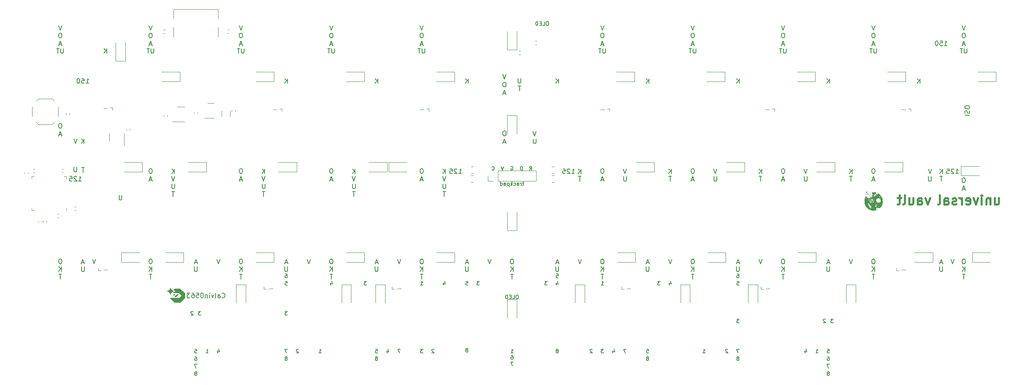
<source format=gbo>
%TF.GenerationSoftware,KiCad,Pcbnew,(7.0.0)*%
%TF.CreationDate,2023-12-19T23:29:08+01:00*%
%TF.ProjectId,universal vault v2,756e6976-6572-4736-916c-207661756c74,rev?*%
%TF.SameCoordinates,Original*%
%TF.FileFunction,Legend,Bot*%
%TF.FilePolarity,Positive*%
%FSLAX46Y46*%
G04 Gerber Fmt 4.6, Leading zero omitted, Abs format (unit mm)*
G04 Created by KiCad (PCBNEW (7.0.0)) date 2023-12-19 23:29:08*
%MOMM*%
%LPD*%
G01*
G04 APERTURE LIST*
%ADD10C,0.150000*%
%ADD11C,0.400000*%
%ADD12C,0.200000*%
%ADD13C,0.120000*%
G04 APERTURE END LIST*
D10*
X157257737Y-106732380D02*
X157067261Y-106732380D01*
X157067261Y-106732380D02*
X156972023Y-106780000D01*
X156972023Y-106780000D02*
X156876785Y-106875238D01*
X156876785Y-106875238D02*
X156829166Y-107065714D01*
X156829166Y-107065714D02*
X156829166Y-107399047D01*
X156829166Y-107399047D02*
X156876785Y-107589523D01*
X156876785Y-107589523D02*
X156972023Y-107684761D01*
X156972023Y-107684761D02*
X157067261Y-107732380D01*
X157067261Y-107732380D02*
X157257737Y-107732380D01*
X157257737Y-107732380D02*
X157352975Y-107684761D01*
X157352975Y-107684761D02*
X157448213Y-107589523D01*
X157448213Y-107589523D02*
X157495832Y-107399047D01*
X157495832Y-107399047D02*
X157495832Y-107065714D01*
X157495832Y-107065714D02*
X157448213Y-106875238D01*
X157448213Y-106875238D02*
X157352975Y-106780000D01*
X157352975Y-106780000D02*
X157257737Y-106732380D01*
X169735416Y-88682380D02*
X170306844Y-88682380D01*
X170021130Y-88682380D02*
X170021130Y-87682380D01*
X170021130Y-87682380D02*
X170116368Y-87825238D01*
X170116368Y-87825238D02*
X170211606Y-87920476D01*
X170211606Y-87920476D02*
X170306844Y-87968095D01*
X169354463Y-87777619D02*
X169306844Y-87730000D01*
X169306844Y-87730000D02*
X169211606Y-87682380D01*
X169211606Y-87682380D02*
X168973511Y-87682380D01*
X168973511Y-87682380D02*
X168878273Y-87730000D01*
X168878273Y-87730000D02*
X168830654Y-87777619D01*
X168830654Y-87777619D02*
X168783035Y-87872857D01*
X168783035Y-87872857D02*
X168783035Y-87968095D01*
X168783035Y-87968095D02*
X168830654Y-88110952D01*
X168830654Y-88110952D02*
X169402082Y-88682380D01*
X169402082Y-88682380D02*
X168783035Y-88682380D01*
X167878273Y-87682380D02*
X168354463Y-87682380D01*
X168354463Y-87682380D02*
X168402082Y-88158571D01*
X168402082Y-88158571D02*
X168354463Y-88110952D01*
X168354463Y-88110952D02*
X168259225Y-88063333D01*
X168259225Y-88063333D02*
X168021130Y-88063333D01*
X168021130Y-88063333D02*
X167925892Y-88110952D01*
X167925892Y-88110952D02*
X167878273Y-88158571D01*
X167878273Y-88158571D02*
X167830654Y-88253809D01*
X167830654Y-88253809D02*
X167830654Y-88491904D01*
X167830654Y-88491904D02*
X167878273Y-88587142D01*
X167878273Y-88587142D02*
X167925892Y-88634761D01*
X167925892Y-88634761D02*
X168021130Y-88682380D01*
X168021130Y-88682380D02*
X168259225Y-88682380D01*
X168259225Y-88682380D02*
X168354463Y-88634761D01*
X168354463Y-88634761D02*
X168402082Y-88587142D01*
X65373213Y-87322380D02*
X65373213Y-88131904D01*
X65373213Y-88131904D02*
X65325594Y-88227142D01*
X65325594Y-88227142D02*
X65277975Y-88274761D01*
X65277975Y-88274761D02*
X65182737Y-88322380D01*
X65182737Y-88322380D02*
X64992261Y-88322380D01*
X64992261Y-88322380D02*
X64897023Y-88274761D01*
X64897023Y-88274761D02*
X64849404Y-88227142D01*
X64849404Y-88227142D02*
X64801785Y-88131904D01*
X64801785Y-88131904D02*
X64801785Y-87322380D01*
X204635118Y-109825154D02*
X204787499Y-109825154D01*
X204787499Y-109825154D02*
X204863690Y-109863250D01*
X204863690Y-109863250D02*
X204901785Y-109901345D01*
X204901785Y-109901345D02*
X204977975Y-110015630D01*
X204977975Y-110015630D02*
X205016071Y-110168011D01*
X205016071Y-110168011D02*
X205016071Y-110472773D01*
X205016071Y-110472773D02*
X204977975Y-110548964D01*
X204977975Y-110548964D02*
X204939880Y-110587059D01*
X204939880Y-110587059D02*
X204863690Y-110625154D01*
X204863690Y-110625154D02*
X204711309Y-110625154D01*
X204711309Y-110625154D02*
X204635118Y-110587059D01*
X204635118Y-110587059D02*
X204597023Y-110548964D01*
X204597023Y-110548964D02*
X204558928Y-110472773D01*
X204558928Y-110472773D02*
X204558928Y-110282297D01*
X204558928Y-110282297D02*
X204597023Y-110206107D01*
X204597023Y-110206107D02*
X204635118Y-110168011D01*
X204635118Y-110168011D02*
X204711309Y-110129916D01*
X204711309Y-110129916D02*
X204863690Y-110129916D01*
X204863690Y-110129916D02*
X204939880Y-110168011D01*
X204939880Y-110168011D02*
X204977975Y-110206107D01*
X204977975Y-110206107D02*
X205016071Y-110282297D01*
X176545832Y-57454880D02*
X176212499Y-58454880D01*
X176212499Y-58454880D02*
X175879166Y-57454880D01*
X176307737Y-59074880D02*
X176117261Y-59074880D01*
X176117261Y-59074880D02*
X176022023Y-59122500D01*
X176022023Y-59122500D02*
X175926785Y-59217738D01*
X175926785Y-59217738D02*
X175879166Y-59408214D01*
X175879166Y-59408214D02*
X175879166Y-59741547D01*
X175879166Y-59741547D02*
X175926785Y-59932023D01*
X175926785Y-59932023D02*
X176022023Y-60027261D01*
X176022023Y-60027261D02*
X176117261Y-60074880D01*
X176117261Y-60074880D02*
X176307737Y-60074880D01*
X176307737Y-60074880D02*
X176402975Y-60027261D01*
X176402975Y-60027261D02*
X176498213Y-59932023D01*
X176498213Y-59932023D02*
X176545832Y-59741547D01*
X176545832Y-59741547D02*
X176545832Y-59408214D01*
X176545832Y-59408214D02*
X176498213Y-59217738D01*
X176498213Y-59217738D02*
X176402975Y-59122500D01*
X176402975Y-59122500D02*
X176307737Y-59074880D01*
X176450594Y-61409166D02*
X175974404Y-61409166D01*
X176545832Y-61694880D02*
X176212499Y-60694880D01*
X176212499Y-60694880D02*
X175879166Y-61694880D01*
X119348213Y-109907380D02*
X118776785Y-109907380D01*
X119062499Y-110907380D02*
X119062499Y-109907380D01*
X204597023Y-111412654D02*
X204977975Y-111412654D01*
X204977975Y-111412654D02*
X205016071Y-111793607D01*
X205016071Y-111793607D02*
X204977975Y-111755511D01*
X204977975Y-111755511D02*
X204901785Y-111717416D01*
X204901785Y-111717416D02*
X204711309Y-111717416D01*
X204711309Y-111717416D02*
X204635118Y-111755511D01*
X204635118Y-111755511D02*
X204597023Y-111793607D01*
X204597023Y-111793607D02*
X204558928Y-111869797D01*
X204558928Y-111869797D02*
X204558928Y-112060273D01*
X204558928Y-112060273D02*
X204597023Y-112136464D01*
X204597023Y-112136464D02*
X204635118Y-112174559D01*
X204635118Y-112174559D02*
X204711309Y-112212654D01*
X204711309Y-112212654D02*
X204901785Y-112212654D01*
X204901785Y-112212654D02*
X204977975Y-112174559D01*
X204977975Y-112174559D02*
X205016071Y-112136464D01*
X209883332Y-106732380D02*
X209549999Y-107732380D01*
X209549999Y-107732380D02*
X209216666Y-106732380D01*
X214598213Y-109907380D02*
X214026785Y-109907380D01*
X214312499Y-110907380D02*
X214312499Y-109907380D01*
X105036904Y-88682380D02*
X105036904Y-87682380D01*
X104465476Y-88682380D02*
X104894047Y-88110952D01*
X104465476Y-87682380D02*
X105036904Y-88253809D01*
X157010118Y-127031363D02*
X157162499Y-127031363D01*
X157162499Y-127031363D02*
X157238690Y-127069459D01*
X157238690Y-127069459D02*
X157276785Y-127107554D01*
X157276785Y-127107554D02*
X157352975Y-127221839D01*
X157352975Y-127221839D02*
X157391071Y-127374220D01*
X157391071Y-127374220D02*
X157391071Y-127678982D01*
X157391071Y-127678982D02*
X157352975Y-127755173D01*
X157352975Y-127755173D02*
X157314880Y-127793268D01*
X157314880Y-127793268D02*
X157238690Y-127831363D01*
X157238690Y-127831363D02*
X157086309Y-127831363D01*
X157086309Y-127831363D02*
X157010118Y-127793268D01*
X157010118Y-127793268D02*
X156972023Y-127755173D01*
X156972023Y-127755173D02*
X156933928Y-127678982D01*
X156933928Y-127678982D02*
X156933928Y-127488506D01*
X156933928Y-127488506D02*
X156972023Y-127412316D01*
X156972023Y-127412316D02*
X157010118Y-127374220D01*
X157010118Y-127374220D02*
X157086309Y-127336125D01*
X157086309Y-127336125D02*
X157238690Y-127336125D01*
X157238690Y-127336125D02*
X157314880Y-127374220D01*
X157314880Y-127374220D02*
X157352975Y-127412316D01*
X157352975Y-127412316D02*
X157391071Y-127488506D01*
X65754166Y-90269880D02*
X66325594Y-90269880D01*
X66039880Y-90269880D02*
X66039880Y-89269880D01*
X66039880Y-89269880D02*
X66135118Y-89412738D01*
X66135118Y-89412738D02*
X66230356Y-89507976D01*
X66230356Y-89507976D02*
X66325594Y-89555595D01*
X65373213Y-89365119D02*
X65325594Y-89317500D01*
X65325594Y-89317500D02*
X65230356Y-89269880D01*
X65230356Y-89269880D02*
X64992261Y-89269880D01*
X64992261Y-89269880D02*
X64897023Y-89317500D01*
X64897023Y-89317500D02*
X64849404Y-89365119D01*
X64849404Y-89365119D02*
X64801785Y-89460357D01*
X64801785Y-89460357D02*
X64801785Y-89555595D01*
X64801785Y-89555595D02*
X64849404Y-89698452D01*
X64849404Y-89698452D02*
X65420832Y-90269880D01*
X65420832Y-90269880D02*
X64801785Y-90269880D01*
X63897023Y-89269880D02*
X64373213Y-89269880D01*
X64373213Y-89269880D02*
X64420832Y-89746071D01*
X64420832Y-89746071D02*
X64373213Y-89698452D01*
X64373213Y-89698452D02*
X64277975Y-89650833D01*
X64277975Y-89650833D02*
X64039880Y-89650833D01*
X64039880Y-89650833D02*
X63944642Y-89698452D01*
X63944642Y-89698452D02*
X63897023Y-89746071D01*
X63897023Y-89746071D02*
X63849404Y-89841309D01*
X63849404Y-89841309D02*
X63849404Y-90079404D01*
X63849404Y-90079404D02*
X63897023Y-90174642D01*
X63897023Y-90174642D02*
X63944642Y-90222261D01*
X63944642Y-90222261D02*
X64039880Y-90269880D01*
X64039880Y-90269880D02*
X64277975Y-90269880D01*
X64277975Y-90269880D02*
X64373213Y-90222261D01*
X64373213Y-90222261D02*
X64420832Y-90174642D01*
X224123213Y-108319880D02*
X224123213Y-109129404D01*
X224123213Y-109129404D02*
X224075594Y-109224642D01*
X224075594Y-109224642D02*
X224027975Y-109272261D01*
X224027975Y-109272261D02*
X223932737Y-109319880D01*
X223932737Y-109319880D02*
X223742261Y-109319880D01*
X223742261Y-109319880D02*
X223647023Y-109272261D01*
X223647023Y-109272261D02*
X223599404Y-109224642D01*
X223599404Y-109224642D02*
X223551785Y-109129404D01*
X223551785Y-109129404D02*
X223551785Y-108319880D01*
X90725594Y-107446666D02*
X90249404Y-107446666D01*
X90820832Y-107732380D02*
X90487499Y-106732380D01*
X90487499Y-106732380D02*
X90154166Y-107732380D01*
X228885713Y-89269880D02*
X228314285Y-89269880D01*
X228599999Y-90269880D02*
X228599999Y-89269880D01*
X62245832Y-57454880D02*
X61912499Y-58454880D01*
X61912499Y-58454880D02*
X61579166Y-57454880D01*
X62007737Y-59074880D02*
X61817261Y-59074880D01*
X61817261Y-59074880D02*
X61722023Y-59122500D01*
X61722023Y-59122500D02*
X61626785Y-59217738D01*
X61626785Y-59217738D02*
X61579166Y-59408214D01*
X61579166Y-59408214D02*
X61579166Y-59741547D01*
X61579166Y-59741547D02*
X61626785Y-59932023D01*
X61626785Y-59932023D02*
X61722023Y-60027261D01*
X61722023Y-60027261D02*
X61817261Y-60074880D01*
X61817261Y-60074880D02*
X62007737Y-60074880D01*
X62007737Y-60074880D02*
X62102975Y-60027261D01*
X62102975Y-60027261D02*
X62198213Y-59932023D01*
X62198213Y-59932023D02*
X62245832Y-59741547D01*
X62245832Y-59741547D02*
X62245832Y-59408214D01*
X62245832Y-59408214D02*
X62198213Y-59217738D01*
X62198213Y-59217738D02*
X62102975Y-59122500D01*
X62102975Y-59122500D02*
X62007737Y-59074880D01*
X62150594Y-61409166D02*
X61674404Y-61409166D01*
X62245832Y-61694880D02*
X61912499Y-60694880D01*
X61912499Y-60694880D02*
X61579166Y-61694880D01*
X133683332Y-106732380D02*
X133349999Y-107732380D01*
X133349999Y-107732380D02*
X133016666Y-106732380D01*
X234029166Y-62282380D02*
X234029166Y-63091904D01*
X234029166Y-63091904D02*
X233981547Y-63187142D01*
X233981547Y-63187142D02*
X233933928Y-63234761D01*
X233933928Y-63234761D02*
X233838690Y-63282380D01*
X233838690Y-63282380D02*
X233648214Y-63282380D01*
X233648214Y-63282380D02*
X233552976Y-63234761D01*
X233552976Y-63234761D02*
X233505357Y-63187142D01*
X233505357Y-63187142D02*
X233457738Y-63091904D01*
X233457738Y-63091904D02*
X233457738Y-62282380D01*
X233124404Y-62282380D02*
X232552976Y-62282380D01*
X232838690Y-63282380D02*
X232838690Y-62282380D01*
X81057737Y-106699880D02*
X80867261Y-106699880D01*
X80867261Y-106699880D02*
X80772023Y-106747500D01*
X80772023Y-106747500D02*
X80676785Y-106842738D01*
X80676785Y-106842738D02*
X80629166Y-107033214D01*
X80629166Y-107033214D02*
X80629166Y-107366547D01*
X80629166Y-107366547D02*
X80676785Y-107557023D01*
X80676785Y-107557023D02*
X80772023Y-107652261D01*
X80772023Y-107652261D02*
X80867261Y-107699880D01*
X80867261Y-107699880D02*
X81057737Y-107699880D01*
X81057737Y-107699880D02*
X81152975Y-107652261D01*
X81152975Y-107652261D02*
X81248213Y-107557023D01*
X81248213Y-107557023D02*
X81295832Y-107366547D01*
X81295832Y-107366547D02*
X81295832Y-107033214D01*
X81295832Y-107033214D02*
X81248213Y-106842738D01*
X81248213Y-106842738D02*
X81152975Y-106747500D01*
X81152975Y-106747500D02*
X81057737Y-106699880D01*
X81224404Y-109319880D02*
X81224404Y-108319880D01*
X80652976Y-109319880D02*
X81081547Y-108748452D01*
X80652976Y-108319880D02*
X81224404Y-108891309D01*
X119395832Y-57454880D02*
X119062499Y-58454880D01*
X119062499Y-58454880D02*
X118729166Y-57454880D01*
X119157737Y-59074880D02*
X118967261Y-59074880D01*
X118967261Y-59074880D02*
X118872023Y-59122500D01*
X118872023Y-59122500D02*
X118776785Y-59217738D01*
X118776785Y-59217738D02*
X118729166Y-59408214D01*
X118729166Y-59408214D02*
X118729166Y-59741547D01*
X118729166Y-59741547D02*
X118776785Y-59932023D01*
X118776785Y-59932023D02*
X118872023Y-60027261D01*
X118872023Y-60027261D02*
X118967261Y-60074880D01*
X118967261Y-60074880D02*
X119157737Y-60074880D01*
X119157737Y-60074880D02*
X119252975Y-60027261D01*
X119252975Y-60027261D02*
X119348213Y-59932023D01*
X119348213Y-59932023D02*
X119395832Y-59741547D01*
X119395832Y-59741547D02*
X119395832Y-59408214D01*
X119395832Y-59408214D02*
X119348213Y-59217738D01*
X119348213Y-59217738D02*
X119252975Y-59122500D01*
X119252975Y-59122500D02*
X119157737Y-59074880D01*
X119300594Y-61409166D02*
X118824404Y-61409166D01*
X119395832Y-61694880D02*
X119062499Y-60694880D01*
X119062499Y-60694880D02*
X118729166Y-61694880D01*
X105060713Y-90857380D02*
X105060713Y-91666904D01*
X105060713Y-91666904D02*
X105013094Y-91762142D01*
X105013094Y-91762142D02*
X104965475Y-91809761D01*
X104965475Y-91809761D02*
X104870237Y-91857380D01*
X104870237Y-91857380D02*
X104679761Y-91857380D01*
X104679761Y-91857380D02*
X104584523Y-91809761D01*
X104584523Y-91809761D02*
X104536904Y-91762142D01*
X104536904Y-91762142D02*
X104489285Y-91666904D01*
X104489285Y-91666904D02*
X104489285Y-90857380D01*
X71699404Y-63282380D02*
X71699404Y-62282380D01*
X71127976Y-63282380D02*
X71556547Y-62710952D01*
X71127976Y-62282380D02*
X71699404Y-62853809D01*
X90297023Y-125700154D02*
X90677975Y-125700154D01*
X90677975Y-125700154D02*
X90716071Y-126081107D01*
X90716071Y-126081107D02*
X90677975Y-126043011D01*
X90677975Y-126043011D02*
X90601785Y-126004916D01*
X90601785Y-126004916D02*
X90411309Y-126004916D01*
X90411309Y-126004916D02*
X90335118Y-126043011D01*
X90335118Y-126043011D02*
X90297023Y-126081107D01*
X90297023Y-126081107D02*
X90258928Y-126157297D01*
X90258928Y-126157297D02*
X90258928Y-126347773D01*
X90258928Y-126347773D02*
X90297023Y-126423964D01*
X90297023Y-126423964D02*
X90335118Y-126462059D01*
X90335118Y-126462059D02*
X90411309Y-126500154D01*
X90411309Y-126500154D02*
X90601785Y-126500154D01*
X90601785Y-126500154D02*
X90677975Y-126462059D01*
X90677975Y-126462059D02*
X90716071Y-126423964D01*
X219360713Y-89269880D02*
X219360713Y-90079404D01*
X219360713Y-90079404D02*
X219313094Y-90174642D01*
X219313094Y-90174642D02*
X219265475Y-90222261D01*
X219265475Y-90222261D02*
X219170237Y-90269880D01*
X219170237Y-90269880D02*
X218979761Y-90269880D01*
X218979761Y-90269880D02*
X218884523Y-90222261D01*
X218884523Y-90222261D02*
X218836904Y-90174642D01*
X218836904Y-90174642D02*
X218789285Y-90079404D01*
X218789285Y-90079404D02*
X218789285Y-89269880D01*
X140722321Y-125776345D02*
X140684225Y-125738250D01*
X140684225Y-125738250D02*
X140608035Y-125700154D01*
X140608035Y-125700154D02*
X140417559Y-125700154D01*
X140417559Y-125700154D02*
X140341368Y-125738250D01*
X140341368Y-125738250D02*
X140303273Y-125776345D01*
X140303273Y-125776345D02*
X140265178Y-125852535D01*
X140265178Y-125852535D02*
X140265178Y-125928726D01*
X140265178Y-125928726D02*
X140303273Y-126043011D01*
X140303273Y-126043011D02*
X140760416Y-126500154D01*
X140760416Y-126500154D02*
X140265178Y-126500154D01*
X157429166Y-128411391D02*
X156895832Y-128411391D01*
X156895832Y-128411391D02*
X157238690Y-129211391D01*
X155670237Y-79712380D02*
X155479761Y-79712380D01*
X155479761Y-79712380D02*
X155384523Y-79760000D01*
X155384523Y-79760000D02*
X155289285Y-79855238D01*
X155289285Y-79855238D02*
X155241666Y-80045714D01*
X155241666Y-80045714D02*
X155241666Y-80379047D01*
X155241666Y-80379047D02*
X155289285Y-80569523D01*
X155289285Y-80569523D02*
X155384523Y-80664761D01*
X155384523Y-80664761D02*
X155479761Y-80712380D01*
X155479761Y-80712380D02*
X155670237Y-80712380D01*
X155670237Y-80712380D02*
X155765475Y-80664761D01*
X155765475Y-80664761D02*
X155860713Y-80569523D01*
X155860713Y-80569523D02*
X155908332Y-80379047D01*
X155908332Y-80379047D02*
X155908332Y-80045714D01*
X155908332Y-80045714D02*
X155860713Y-79855238D01*
X155860713Y-79855238D02*
X155765475Y-79760000D01*
X155765475Y-79760000D02*
X155670237Y-79712380D01*
X155813094Y-82046666D02*
X155336904Y-82046666D01*
X155908332Y-82332380D02*
X155574999Y-81332380D01*
X155574999Y-81332380D02*
X155241666Y-82332380D01*
X174059821Y-125776345D02*
X174021725Y-125738250D01*
X174021725Y-125738250D02*
X173945535Y-125700154D01*
X173945535Y-125700154D02*
X173755059Y-125700154D01*
X173755059Y-125700154D02*
X173678868Y-125738250D01*
X173678868Y-125738250D02*
X173640773Y-125776345D01*
X173640773Y-125776345D02*
X173602678Y-125852535D01*
X173602678Y-125852535D02*
X173602678Y-125928726D01*
X173602678Y-125928726D02*
X173640773Y-126043011D01*
X173640773Y-126043011D02*
X174097916Y-126500154D01*
X174097916Y-126500154D02*
X173602678Y-126500154D01*
X162210713Y-81332380D02*
X162210713Y-82141904D01*
X162210713Y-82141904D02*
X162163094Y-82237142D01*
X162163094Y-82237142D02*
X162115475Y-82284761D01*
X162115475Y-82284761D02*
X162020237Y-82332380D01*
X162020237Y-82332380D02*
X161829761Y-82332380D01*
X161829761Y-82332380D02*
X161734523Y-82284761D01*
X161734523Y-82284761D02*
X161686904Y-82237142D01*
X161686904Y-82237142D02*
X161639285Y-82141904D01*
X161639285Y-82141904D02*
X161639285Y-81332380D01*
X233457737Y-106732380D02*
X233267261Y-106732380D01*
X233267261Y-106732380D02*
X233172023Y-106780000D01*
X233172023Y-106780000D02*
X233076785Y-106875238D01*
X233076785Y-106875238D02*
X233029166Y-107065714D01*
X233029166Y-107065714D02*
X233029166Y-107399047D01*
X233029166Y-107399047D02*
X233076785Y-107589523D01*
X233076785Y-107589523D02*
X233172023Y-107684761D01*
X233172023Y-107684761D02*
X233267261Y-107732380D01*
X233267261Y-107732380D02*
X233457737Y-107732380D01*
X233457737Y-107732380D02*
X233552975Y-107684761D01*
X233552975Y-107684761D02*
X233648213Y-107589523D01*
X233648213Y-107589523D02*
X233695832Y-107399047D01*
X233695832Y-107399047D02*
X233695832Y-107065714D01*
X233695832Y-107065714D02*
X233648213Y-106875238D01*
X233648213Y-106875238D02*
X233552975Y-106780000D01*
X233552975Y-106780000D02*
X233457737Y-106732380D01*
X62007737Y-78124880D02*
X61817261Y-78124880D01*
X61817261Y-78124880D02*
X61722023Y-78172500D01*
X61722023Y-78172500D02*
X61626785Y-78267738D01*
X61626785Y-78267738D02*
X61579166Y-78458214D01*
X61579166Y-78458214D02*
X61579166Y-78791547D01*
X61579166Y-78791547D02*
X61626785Y-78982023D01*
X61626785Y-78982023D02*
X61722023Y-79077261D01*
X61722023Y-79077261D02*
X61817261Y-79124880D01*
X61817261Y-79124880D02*
X62007737Y-79124880D01*
X62007737Y-79124880D02*
X62102975Y-79077261D01*
X62102975Y-79077261D02*
X62198213Y-78982023D01*
X62198213Y-78982023D02*
X62245832Y-78791547D01*
X62245832Y-78791547D02*
X62245832Y-78458214D01*
X62245832Y-78458214D02*
X62198213Y-78267738D01*
X62198213Y-78267738D02*
X62102975Y-78172500D01*
X62102975Y-78172500D02*
X62007737Y-78124880D01*
X62150594Y-80459166D02*
X61674404Y-80459166D01*
X62245832Y-80744880D02*
X61912499Y-79744880D01*
X61912499Y-79744880D02*
X61579166Y-80744880D01*
X195595832Y-57454880D02*
X195262499Y-58454880D01*
X195262499Y-58454880D02*
X194929166Y-57454880D01*
X195357737Y-59074880D02*
X195167261Y-59074880D01*
X195167261Y-59074880D02*
X195072023Y-59122500D01*
X195072023Y-59122500D02*
X194976785Y-59217738D01*
X194976785Y-59217738D02*
X194929166Y-59408214D01*
X194929166Y-59408214D02*
X194929166Y-59741547D01*
X194929166Y-59741547D02*
X194976785Y-59932023D01*
X194976785Y-59932023D02*
X195072023Y-60027261D01*
X195072023Y-60027261D02*
X195167261Y-60074880D01*
X195167261Y-60074880D02*
X195357737Y-60074880D01*
X195357737Y-60074880D02*
X195452975Y-60027261D01*
X195452975Y-60027261D02*
X195548213Y-59932023D01*
X195548213Y-59932023D02*
X195595832Y-59741547D01*
X195595832Y-59741547D02*
X195595832Y-59408214D01*
X195595832Y-59408214D02*
X195548213Y-59217738D01*
X195548213Y-59217738D02*
X195452975Y-59122500D01*
X195452975Y-59122500D02*
X195357737Y-59074880D01*
X195500594Y-61409166D02*
X195024404Y-61409166D01*
X195595832Y-61694880D02*
X195262499Y-60694880D01*
X195262499Y-60694880D02*
X194929166Y-61694880D01*
X143160713Y-92444880D02*
X142589285Y-92444880D01*
X142874999Y-93444880D02*
X142874999Y-92444880D01*
X86058332Y-89269880D02*
X85724999Y-90269880D01*
X85724999Y-90269880D02*
X85391666Y-89269880D01*
X100107737Y-106699880D02*
X99917261Y-106699880D01*
X99917261Y-106699880D02*
X99822023Y-106747500D01*
X99822023Y-106747500D02*
X99726785Y-106842738D01*
X99726785Y-106842738D02*
X99679166Y-107033214D01*
X99679166Y-107033214D02*
X99679166Y-107366547D01*
X99679166Y-107366547D02*
X99726785Y-107557023D01*
X99726785Y-107557023D02*
X99822023Y-107652261D01*
X99822023Y-107652261D02*
X99917261Y-107699880D01*
X99917261Y-107699880D02*
X100107737Y-107699880D01*
X100107737Y-107699880D02*
X100202975Y-107652261D01*
X100202975Y-107652261D02*
X100298213Y-107557023D01*
X100298213Y-107557023D02*
X100345832Y-107366547D01*
X100345832Y-107366547D02*
X100345832Y-107033214D01*
X100345832Y-107033214D02*
X100298213Y-106842738D01*
X100298213Y-106842738D02*
X100202975Y-106747500D01*
X100202975Y-106747500D02*
X100107737Y-106699880D01*
X100274404Y-109319880D02*
X100274404Y-108319880D01*
X99702976Y-109319880D02*
X100131547Y-108748452D01*
X99702976Y-108319880D02*
X100274404Y-108891309D01*
D11*
X258932738Y-93857678D02*
X258932738Y-95191011D01*
X259789881Y-93857678D02*
X259789881Y-94905297D01*
X259789881Y-94905297D02*
X259694643Y-95095773D01*
X259694643Y-95095773D02*
X259504167Y-95191011D01*
X259504167Y-95191011D02*
X259218452Y-95191011D01*
X259218452Y-95191011D02*
X259027976Y-95095773D01*
X259027976Y-95095773D02*
X258932738Y-95000535D01*
X257980357Y-93857678D02*
X257980357Y-95191011D01*
X257980357Y-94048154D02*
X257885119Y-93952916D01*
X257885119Y-93952916D02*
X257694643Y-93857678D01*
X257694643Y-93857678D02*
X257408928Y-93857678D01*
X257408928Y-93857678D02*
X257218452Y-93952916D01*
X257218452Y-93952916D02*
X257123214Y-94143392D01*
X257123214Y-94143392D02*
X257123214Y-95191011D01*
X256170833Y-95191011D02*
X256170833Y-93857678D01*
X256170833Y-93191011D02*
X256266071Y-93286250D01*
X256266071Y-93286250D02*
X256170833Y-93381488D01*
X256170833Y-93381488D02*
X256075595Y-93286250D01*
X256075595Y-93286250D02*
X256170833Y-93191011D01*
X256170833Y-93191011D02*
X256170833Y-93381488D01*
X255408928Y-93857678D02*
X254932738Y-95191011D01*
X254932738Y-95191011D02*
X254456547Y-93857678D01*
X252932737Y-95095773D02*
X253123213Y-95191011D01*
X253123213Y-95191011D02*
X253504166Y-95191011D01*
X253504166Y-95191011D02*
X253694642Y-95095773D01*
X253694642Y-95095773D02*
X253789880Y-94905297D01*
X253789880Y-94905297D02*
X253789880Y-94143392D01*
X253789880Y-94143392D02*
X253694642Y-93952916D01*
X253694642Y-93952916D02*
X253504166Y-93857678D01*
X253504166Y-93857678D02*
X253123213Y-93857678D01*
X253123213Y-93857678D02*
X252932737Y-93952916D01*
X252932737Y-93952916D02*
X252837499Y-94143392D01*
X252837499Y-94143392D02*
X252837499Y-94333869D01*
X252837499Y-94333869D02*
X253789880Y-94524345D01*
X251980356Y-95191011D02*
X251980356Y-93857678D01*
X251980356Y-94238630D02*
X251885118Y-94048154D01*
X251885118Y-94048154D02*
X251789880Y-93952916D01*
X251789880Y-93952916D02*
X251599404Y-93857678D01*
X251599404Y-93857678D02*
X251408927Y-93857678D01*
X250837499Y-95095773D02*
X250647023Y-95191011D01*
X250647023Y-95191011D02*
X250266071Y-95191011D01*
X250266071Y-95191011D02*
X250075594Y-95095773D01*
X250075594Y-95095773D02*
X249980356Y-94905297D01*
X249980356Y-94905297D02*
X249980356Y-94810059D01*
X249980356Y-94810059D02*
X250075594Y-94619583D01*
X250075594Y-94619583D02*
X250266071Y-94524345D01*
X250266071Y-94524345D02*
X250551785Y-94524345D01*
X250551785Y-94524345D02*
X250742261Y-94429107D01*
X250742261Y-94429107D02*
X250837499Y-94238630D01*
X250837499Y-94238630D02*
X250837499Y-94143392D01*
X250837499Y-94143392D02*
X250742261Y-93952916D01*
X250742261Y-93952916D02*
X250551785Y-93857678D01*
X250551785Y-93857678D02*
X250266071Y-93857678D01*
X250266071Y-93857678D02*
X250075594Y-93952916D01*
X248266070Y-95191011D02*
X248266070Y-94143392D01*
X248266070Y-94143392D02*
X248361308Y-93952916D01*
X248361308Y-93952916D02*
X248551784Y-93857678D01*
X248551784Y-93857678D02*
X248932737Y-93857678D01*
X248932737Y-93857678D02*
X249123213Y-93952916D01*
X248266070Y-95095773D02*
X248456546Y-95191011D01*
X248456546Y-95191011D02*
X248932737Y-95191011D01*
X248932737Y-95191011D02*
X249123213Y-95095773D01*
X249123213Y-95095773D02*
X249218451Y-94905297D01*
X249218451Y-94905297D02*
X249218451Y-94714821D01*
X249218451Y-94714821D02*
X249123213Y-94524345D01*
X249123213Y-94524345D02*
X248932737Y-94429107D01*
X248932737Y-94429107D02*
X248456546Y-94429107D01*
X248456546Y-94429107D02*
X248266070Y-94333869D01*
X247027975Y-95191011D02*
X247218451Y-95095773D01*
X247218451Y-95095773D02*
X247313689Y-94905297D01*
X247313689Y-94905297D02*
X247313689Y-93191011D01*
X245256546Y-93857678D02*
X244780356Y-95191011D01*
X244780356Y-95191011D02*
X244304165Y-93857678D01*
X242685117Y-95191011D02*
X242685117Y-94143392D01*
X242685117Y-94143392D02*
X242780355Y-93952916D01*
X242780355Y-93952916D02*
X242970831Y-93857678D01*
X242970831Y-93857678D02*
X243351784Y-93857678D01*
X243351784Y-93857678D02*
X243542260Y-93952916D01*
X242685117Y-95095773D02*
X242875593Y-95191011D01*
X242875593Y-95191011D02*
X243351784Y-95191011D01*
X243351784Y-95191011D02*
X243542260Y-95095773D01*
X243542260Y-95095773D02*
X243637498Y-94905297D01*
X243637498Y-94905297D02*
X243637498Y-94714821D01*
X243637498Y-94714821D02*
X243542260Y-94524345D01*
X243542260Y-94524345D02*
X243351784Y-94429107D01*
X243351784Y-94429107D02*
X242875593Y-94429107D01*
X242875593Y-94429107D02*
X242685117Y-94333869D01*
X240875593Y-93857678D02*
X240875593Y-95191011D01*
X241732736Y-93857678D02*
X241732736Y-94905297D01*
X241732736Y-94905297D02*
X241637498Y-95095773D01*
X241637498Y-95095773D02*
X241447022Y-95191011D01*
X241447022Y-95191011D02*
X241161307Y-95191011D01*
X241161307Y-95191011D02*
X240970831Y-95095773D01*
X240970831Y-95095773D02*
X240875593Y-95000535D01*
X239637498Y-95191011D02*
X239827974Y-95095773D01*
X239827974Y-95095773D02*
X239923212Y-94905297D01*
X239923212Y-94905297D02*
X239923212Y-93191011D01*
X239161307Y-93857678D02*
X238399403Y-93857678D01*
X238875593Y-93191011D02*
X238875593Y-94905297D01*
X238875593Y-94905297D02*
X238780355Y-95095773D01*
X238780355Y-95095773D02*
X238589879Y-95191011D01*
X238589879Y-95191011D02*
X238399403Y-95191011D01*
D10*
X252630119Y-76406249D02*
X253630119Y-76406249D01*
X252677738Y-75977678D02*
X252630119Y-75834821D01*
X252630119Y-75834821D02*
X252630119Y-75596726D01*
X252630119Y-75596726D02*
X252677738Y-75501488D01*
X252677738Y-75501488D02*
X252725357Y-75453869D01*
X252725357Y-75453869D02*
X252820595Y-75406250D01*
X252820595Y-75406250D02*
X252915833Y-75406250D01*
X252915833Y-75406250D02*
X253011071Y-75453869D01*
X253011071Y-75453869D02*
X253058690Y-75501488D01*
X253058690Y-75501488D02*
X253106309Y-75596726D01*
X253106309Y-75596726D02*
X253153928Y-75787202D01*
X253153928Y-75787202D02*
X253201547Y-75882440D01*
X253201547Y-75882440D02*
X253249166Y-75930059D01*
X253249166Y-75930059D02*
X253344404Y-75977678D01*
X253344404Y-75977678D02*
X253439642Y-75977678D01*
X253439642Y-75977678D02*
X253534880Y-75930059D01*
X253534880Y-75930059D02*
X253582500Y-75882440D01*
X253582500Y-75882440D02*
X253630119Y-75787202D01*
X253630119Y-75787202D02*
X253630119Y-75549107D01*
X253630119Y-75549107D02*
X253582500Y-75406250D01*
X253630119Y-74787202D02*
X253630119Y-74596726D01*
X253630119Y-74596726D02*
X253582500Y-74501488D01*
X253582500Y-74501488D02*
X253487261Y-74406250D01*
X253487261Y-74406250D02*
X253296785Y-74358631D01*
X253296785Y-74358631D02*
X252963452Y-74358631D01*
X252963452Y-74358631D02*
X252772976Y-74406250D01*
X252772976Y-74406250D02*
X252677738Y-74501488D01*
X252677738Y-74501488D02*
X252630119Y-74596726D01*
X252630119Y-74596726D02*
X252630119Y-74787202D01*
X252630119Y-74787202D02*
X252677738Y-74882440D01*
X252677738Y-74882440D02*
X252772976Y-74977678D01*
X252772976Y-74977678D02*
X252963452Y-75025297D01*
X252963452Y-75025297D02*
X253296785Y-75025297D01*
X253296785Y-75025297D02*
X253487261Y-74977678D01*
X253487261Y-74977678D02*
X253582500Y-74882440D01*
X253582500Y-74882440D02*
X253630119Y-74787202D01*
X252507737Y-106732380D02*
X252317261Y-106732380D01*
X252317261Y-106732380D02*
X252222023Y-106780000D01*
X252222023Y-106780000D02*
X252126785Y-106875238D01*
X252126785Y-106875238D02*
X252079166Y-107065714D01*
X252079166Y-107065714D02*
X252079166Y-107399047D01*
X252079166Y-107399047D02*
X252126785Y-107589523D01*
X252126785Y-107589523D02*
X252222023Y-107684761D01*
X252222023Y-107684761D02*
X252317261Y-107732380D01*
X252317261Y-107732380D02*
X252507737Y-107732380D01*
X252507737Y-107732380D02*
X252602975Y-107684761D01*
X252602975Y-107684761D02*
X252698213Y-107589523D01*
X252698213Y-107589523D02*
X252745832Y-107399047D01*
X252745832Y-107399047D02*
X252745832Y-107065714D01*
X252745832Y-107065714D02*
X252698213Y-106875238D01*
X252698213Y-106875238D02*
X252602975Y-106780000D01*
X252602975Y-106780000D02*
X252507737Y-106732380D01*
X166973213Y-108319880D02*
X166973213Y-109129404D01*
X166973213Y-109129404D02*
X166925594Y-109224642D01*
X166925594Y-109224642D02*
X166877975Y-109272261D01*
X166877975Y-109272261D02*
X166782737Y-109319880D01*
X166782737Y-109319880D02*
X166592261Y-109319880D01*
X166592261Y-109319880D02*
X166497023Y-109272261D01*
X166497023Y-109272261D02*
X166449404Y-109224642D01*
X166449404Y-109224642D02*
X166401785Y-109129404D01*
X166401785Y-109129404D02*
X166401785Y-108319880D01*
X152958595Y-87863243D02*
X152994309Y-87898957D01*
X152994309Y-87898957D02*
X153101452Y-87934671D01*
X153101452Y-87934671D02*
X153172880Y-87934671D01*
X153172880Y-87934671D02*
X153280023Y-87898957D01*
X153280023Y-87898957D02*
X153351452Y-87827528D01*
X153351452Y-87827528D02*
X153387166Y-87756100D01*
X153387166Y-87756100D02*
X153422880Y-87613243D01*
X153422880Y-87613243D02*
X153422880Y-87506100D01*
X153422880Y-87506100D02*
X153387166Y-87363243D01*
X153387166Y-87363243D02*
X153351452Y-87291814D01*
X153351452Y-87291814D02*
X153280023Y-87220386D01*
X153280023Y-87220386D02*
X153172880Y-87184671D01*
X153172880Y-87184671D02*
X153101452Y-87184671D01*
X153101452Y-87184671D02*
X152994309Y-87220386D01*
X152994309Y-87220386D02*
X152958595Y-87256100D01*
X105108332Y-89269880D02*
X104774999Y-90269880D01*
X104774999Y-90269880D02*
X104441666Y-89269880D01*
X90335118Y-127287654D02*
X90487499Y-127287654D01*
X90487499Y-127287654D02*
X90563690Y-127325750D01*
X90563690Y-127325750D02*
X90601785Y-127363845D01*
X90601785Y-127363845D02*
X90677975Y-127478130D01*
X90677975Y-127478130D02*
X90716071Y-127630511D01*
X90716071Y-127630511D02*
X90716071Y-127935273D01*
X90716071Y-127935273D02*
X90677975Y-128011464D01*
X90677975Y-128011464D02*
X90639880Y-128049559D01*
X90639880Y-128049559D02*
X90563690Y-128087654D01*
X90563690Y-128087654D02*
X90411309Y-128087654D01*
X90411309Y-128087654D02*
X90335118Y-128049559D01*
X90335118Y-128049559D02*
X90297023Y-128011464D01*
X90297023Y-128011464D02*
X90258928Y-127935273D01*
X90258928Y-127935273D02*
X90258928Y-127744797D01*
X90258928Y-127744797D02*
X90297023Y-127668607D01*
X90297023Y-127668607D02*
X90335118Y-127630511D01*
X90335118Y-127630511D02*
X90411309Y-127592416D01*
X90411309Y-127592416D02*
X90563690Y-127592416D01*
X90563690Y-127592416D02*
X90639880Y-127630511D01*
X90639880Y-127630511D02*
X90677975Y-127668607D01*
X90677975Y-127668607D02*
X90716071Y-127744797D01*
X214645832Y-57454880D02*
X214312499Y-58454880D01*
X214312499Y-58454880D02*
X213979166Y-57454880D01*
X214407737Y-59074880D02*
X214217261Y-59074880D01*
X214217261Y-59074880D02*
X214122023Y-59122500D01*
X214122023Y-59122500D02*
X214026785Y-59217738D01*
X214026785Y-59217738D02*
X213979166Y-59408214D01*
X213979166Y-59408214D02*
X213979166Y-59741547D01*
X213979166Y-59741547D02*
X214026785Y-59932023D01*
X214026785Y-59932023D02*
X214122023Y-60027261D01*
X214122023Y-60027261D02*
X214217261Y-60074880D01*
X214217261Y-60074880D02*
X214407737Y-60074880D01*
X214407737Y-60074880D02*
X214502975Y-60027261D01*
X214502975Y-60027261D02*
X214598213Y-59932023D01*
X214598213Y-59932023D02*
X214645832Y-59741547D01*
X214645832Y-59741547D02*
X214645832Y-59408214D01*
X214645832Y-59408214D02*
X214598213Y-59217738D01*
X214598213Y-59217738D02*
X214502975Y-59122500D01*
X214502975Y-59122500D02*
X214407737Y-59074880D01*
X214550594Y-61409166D02*
X214074404Y-61409166D01*
X214645832Y-61694880D02*
X214312499Y-60694880D01*
X214312499Y-60694880D02*
X213979166Y-61694880D01*
X245602082Y-87682380D02*
X245268749Y-88682380D01*
X245268749Y-88682380D02*
X244935416Y-87682380D01*
X65420832Y-81332380D02*
X65087499Y-82332380D01*
X65087499Y-82332380D02*
X64754166Y-81332380D01*
X109804166Y-117762654D02*
X109308928Y-117762654D01*
X109308928Y-117762654D02*
X109575594Y-118067416D01*
X109575594Y-118067416D02*
X109461309Y-118067416D01*
X109461309Y-118067416D02*
X109385118Y-118105511D01*
X109385118Y-118105511D02*
X109347023Y-118143607D01*
X109347023Y-118143607D02*
X109308928Y-118219797D01*
X109308928Y-118219797D02*
X109308928Y-118410273D01*
X109308928Y-118410273D02*
X109347023Y-118486464D01*
X109347023Y-118486464D02*
X109385118Y-118524559D01*
X109385118Y-118524559D02*
X109461309Y-118562654D01*
X109461309Y-118562654D02*
X109689880Y-118562654D01*
X109689880Y-118562654D02*
X109766071Y-118524559D01*
X109766071Y-118524559D02*
X109804166Y-118486464D01*
X143208332Y-89269880D02*
X142874999Y-90269880D01*
X142874999Y-90269880D02*
X142541666Y-89269880D01*
X66960713Y-108319880D02*
X66960713Y-109129404D01*
X66960713Y-109129404D02*
X66913094Y-109224642D01*
X66913094Y-109224642D02*
X66865475Y-109272261D01*
X66865475Y-109272261D02*
X66770237Y-109319880D01*
X66770237Y-109319880D02*
X66579761Y-109319880D01*
X66579761Y-109319880D02*
X66484523Y-109272261D01*
X66484523Y-109272261D02*
X66436904Y-109224642D01*
X66436904Y-109224642D02*
X66389285Y-109129404D01*
X66389285Y-109129404D02*
X66389285Y-108319880D01*
X74898213Y-93238630D02*
X74898213Y-94048154D01*
X74898213Y-94048154D02*
X74850594Y-94143392D01*
X74850594Y-94143392D02*
X74802975Y-94191011D01*
X74802975Y-94191011D02*
X74707737Y-94238630D01*
X74707737Y-94238630D02*
X74517261Y-94238630D01*
X74517261Y-94238630D02*
X74422023Y-94191011D01*
X74422023Y-94191011D02*
X74374404Y-94143392D01*
X74374404Y-94143392D02*
X74326785Y-94048154D01*
X74326785Y-94048154D02*
X74326785Y-93238630D01*
X67341666Y-69632380D02*
X67913094Y-69632380D01*
X67627380Y-69632380D02*
X67627380Y-68632380D01*
X67627380Y-68632380D02*
X67722618Y-68775238D01*
X67722618Y-68775238D02*
X67817856Y-68870476D01*
X67817856Y-68870476D02*
X67913094Y-68918095D01*
X66436904Y-68632380D02*
X66913094Y-68632380D01*
X66913094Y-68632380D02*
X66960713Y-69108571D01*
X66960713Y-69108571D02*
X66913094Y-69060952D01*
X66913094Y-69060952D02*
X66817856Y-69013333D01*
X66817856Y-69013333D02*
X66579761Y-69013333D01*
X66579761Y-69013333D02*
X66484523Y-69060952D01*
X66484523Y-69060952D02*
X66436904Y-69108571D01*
X66436904Y-69108571D02*
X66389285Y-69203809D01*
X66389285Y-69203809D02*
X66389285Y-69441904D01*
X66389285Y-69441904D02*
X66436904Y-69537142D01*
X66436904Y-69537142D02*
X66484523Y-69584761D01*
X66484523Y-69584761D02*
X66579761Y-69632380D01*
X66579761Y-69632380D02*
X66817856Y-69632380D01*
X66817856Y-69632380D02*
X66913094Y-69584761D01*
X66913094Y-69584761D02*
X66960713Y-69537142D01*
X65770237Y-68632380D02*
X65674999Y-68632380D01*
X65674999Y-68632380D02*
X65579761Y-68680000D01*
X65579761Y-68680000D02*
X65532142Y-68727619D01*
X65532142Y-68727619D02*
X65484523Y-68822857D01*
X65484523Y-68822857D02*
X65436904Y-69013333D01*
X65436904Y-69013333D02*
X65436904Y-69251428D01*
X65436904Y-69251428D02*
X65484523Y-69441904D01*
X65484523Y-69441904D02*
X65532142Y-69537142D01*
X65532142Y-69537142D02*
X65579761Y-69584761D01*
X65579761Y-69584761D02*
X65674999Y-69632380D01*
X65674999Y-69632380D02*
X65770237Y-69632380D01*
X65770237Y-69632380D02*
X65865475Y-69584761D01*
X65865475Y-69584761D02*
X65913094Y-69537142D01*
X65913094Y-69537142D02*
X65960713Y-69441904D01*
X65960713Y-69441904D02*
X66008332Y-69251428D01*
X66008332Y-69251428D02*
X66008332Y-69013333D01*
X66008332Y-69013333D02*
X65960713Y-68822857D01*
X65960713Y-68822857D02*
X65913094Y-68727619D01*
X65913094Y-68727619D02*
X65865475Y-68680000D01*
X65865475Y-68680000D02*
X65770237Y-68632380D01*
X147923213Y-108319880D02*
X147923213Y-109129404D01*
X147923213Y-109129404D02*
X147875594Y-109224642D01*
X147875594Y-109224642D02*
X147827975Y-109272261D01*
X147827975Y-109272261D02*
X147732737Y-109319880D01*
X147732737Y-109319880D02*
X147542261Y-109319880D01*
X147542261Y-109319880D02*
X147447023Y-109272261D01*
X147447023Y-109272261D02*
X147399404Y-109224642D01*
X147399404Y-109224642D02*
X147351785Y-109129404D01*
X147351785Y-109129404D02*
X147351785Y-108319880D01*
X95097618Y-125966821D02*
X95097618Y-126500154D01*
X95288094Y-125662059D02*
X95478571Y-126233488D01*
X95478571Y-126233488D02*
X94983332Y-126233488D01*
X176879166Y-62282380D02*
X176879166Y-63091904D01*
X176879166Y-63091904D02*
X176831547Y-63187142D01*
X176831547Y-63187142D02*
X176783928Y-63234761D01*
X176783928Y-63234761D02*
X176688690Y-63282380D01*
X176688690Y-63282380D02*
X176498214Y-63282380D01*
X176498214Y-63282380D02*
X176402976Y-63234761D01*
X176402976Y-63234761D02*
X176355357Y-63187142D01*
X176355357Y-63187142D02*
X176307738Y-63091904D01*
X176307738Y-63091904D02*
X176307738Y-62282380D01*
X175974404Y-62282380D02*
X175402976Y-62282380D01*
X175688690Y-63282380D02*
X175688690Y-62282380D01*
X205073213Y-108319880D02*
X205073213Y-109129404D01*
X205073213Y-109129404D02*
X205025594Y-109224642D01*
X205025594Y-109224642D02*
X204977975Y-109272261D01*
X204977975Y-109272261D02*
X204882737Y-109319880D01*
X204882737Y-109319880D02*
X204692261Y-109319880D01*
X204692261Y-109319880D02*
X204597023Y-109272261D01*
X204597023Y-109272261D02*
X204549404Y-109224642D01*
X204549404Y-109224642D02*
X204501785Y-109129404D01*
X204501785Y-109129404D02*
X204501785Y-108319880D01*
X100298213Y-109907380D02*
X99726785Y-109907380D01*
X100012499Y-110907380D02*
X100012499Y-109907380D01*
X224897916Y-119350154D02*
X224402678Y-119350154D01*
X224402678Y-119350154D02*
X224669344Y-119654916D01*
X224669344Y-119654916D02*
X224555059Y-119654916D01*
X224555059Y-119654916D02*
X224478868Y-119693011D01*
X224478868Y-119693011D02*
X224440773Y-119731107D01*
X224440773Y-119731107D02*
X224402678Y-119807297D01*
X224402678Y-119807297D02*
X224402678Y-119997773D01*
X224402678Y-119997773D02*
X224440773Y-120073964D01*
X224440773Y-120073964D02*
X224478868Y-120112059D01*
X224478868Y-120112059D02*
X224555059Y-120150154D01*
X224555059Y-120150154D02*
X224783630Y-120150154D01*
X224783630Y-120150154D02*
X224859821Y-120112059D01*
X224859821Y-120112059D02*
X224897916Y-120073964D01*
X185999404Y-69632380D02*
X185999404Y-68632380D01*
X185427976Y-69632380D02*
X185856547Y-69060952D01*
X185427976Y-68632380D02*
X185999404Y-69203809D01*
X105060713Y-92444880D02*
X104489285Y-92444880D01*
X104774999Y-93444880D02*
X104774999Y-92444880D01*
X185547023Y-125700154D02*
X185927975Y-125700154D01*
X185927975Y-125700154D02*
X185966071Y-126081107D01*
X185966071Y-126081107D02*
X185927975Y-126043011D01*
X185927975Y-126043011D02*
X185851785Y-126004916D01*
X185851785Y-126004916D02*
X185661309Y-126004916D01*
X185661309Y-126004916D02*
X185585118Y-126043011D01*
X185585118Y-126043011D02*
X185547023Y-126081107D01*
X185547023Y-126081107D02*
X185508928Y-126157297D01*
X185508928Y-126157297D02*
X185508928Y-126347773D01*
X185508928Y-126347773D02*
X185547023Y-126423964D01*
X185547023Y-126423964D02*
X185585118Y-126462059D01*
X185585118Y-126462059D02*
X185661309Y-126500154D01*
X185661309Y-126500154D02*
X185851785Y-126500154D01*
X185851785Y-126500154D02*
X185927975Y-126462059D01*
X185927975Y-126462059D02*
X185966071Y-126423964D01*
X66936904Y-82332380D02*
X66936904Y-81332380D01*
X66365476Y-82332380D02*
X66794047Y-81760952D01*
X66365476Y-81332380D02*
X66936904Y-81903809D01*
X157257737Y-106699880D02*
X157067261Y-106699880D01*
X157067261Y-106699880D02*
X156972023Y-106747500D01*
X156972023Y-106747500D02*
X156876785Y-106842738D01*
X156876785Y-106842738D02*
X156829166Y-107033214D01*
X156829166Y-107033214D02*
X156829166Y-107366547D01*
X156829166Y-107366547D02*
X156876785Y-107557023D01*
X156876785Y-107557023D02*
X156972023Y-107652261D01*
X156972023Y-107652261D02*
X157067261Y-107699880D01*
X157067261Y-107699880D02*
X157257737Y-107699880D01*
X157257737Y-107699880D02*
X157352975Y-107652261D01*
X157352975Y-107652261D02*
X157448213Y-107557023D01*
X157448213Y-107557023D02*
X157495832Y-107366547D01*
X157495832Y-107366547D02*
X157495832Y-107033214D01*
X157495832Y-107033214D02*
X157448213Y-106842738D01*
X157448213Y-106842738D02*
X157352975Y-106747500D01*
X157352975Y-106747500D02*
X157257737Y-106699880D01*
X157424404Y-109319880D02*
X157424404Y-108319880D01*
X156852976Y-109319880D02*
X157281547Y-108748452D01*
X156852976Y-108319880D02*
X157424404Y-108891309D01*
X81248213Y-109907380D02*
X80676785Y-109907380D01*
X80962499Y-110907380D02*
X80962499Y-109907380D01*
X233695832Y-57454880D02*
X233362499Y-58454880D01*
X233362499Y-58454880D02*
X233029166Y-57454880D01*
X233457737Y-59074880D02*
X233267261Y-59074880D01*
X233267261Y-59074880D02*
X233172023Y-59122500D01*
X233172023Y-59122500D02*
X233076785Y-59217738D01*
X233076785Y-59217738D02*
X233029166Y-59408214D01*
X233029166Y-59408214D02*
X233029166Y-59741547D01*
X233029166Y-59741547D02*
X233076785Y-59932023D01*
X233076785Y-59932023D02*
X233172023Y-60027261D01*
X233172023Y-60027261D02*
X233267261Y-60074880D01*
X233267261Y-60074880D02*
X233457737Y-60074880D01*
X233457737Y-60074880D02*
X233552975Y-60027261D01*
X233552975Y-60027261D02*
X233648213Y-59932023D01*
X233648213Y-59932023D02*
X233695832Y-59741547D01*
X233695832Y-59741547D02*
X233695832Y-59408214D01*
X233695832Y-59408214D02*
X233648213Y-59217738D01*
X233648213Y-59217738D02*
X233552975Y-59122500D01*
X233552975Y-59122500D02*
X233457737Y-59074880D01*
X233600594Y-61409166D02*
X233124404Y-61409166D01*
X233695832Y-61694880D02*
X233362499Y-60694880D01*
X233362499Y-60694880D02*
X233029166Y-61694880D01*
X171711904Y-88682380D02*
X171711904Y-87682380D01*
X171140476Y-88682380D02*
X171569047Y-88110952D01*
X171140476Y-87682380D02*
X171711904Y-88253809D01*
X171735713Y-89269880D02*
X171164285Y-89269880D01*
X171449999Y-90269880D02*
X171449999Y-89269880D01*
X159035713Y-68599880D02*
X159035713Y-69409404D01*
X159035713Y-69409404D02*
X158988094Y-69504642D01*
X158988094Y-69504642D02*
X158940475Y-69552261D01*
X158940475Y-69552261D02*
X158845237Y-69599880D01*
X158845237Y-69599880D02*
X158654761Y-69599880D01*
X158654761Y-69599880D02*
X158559523Y-69552261D01*
X158559523Y-69552261D02*
X158511904Y-69504642D01*
X158511904Y-69504642D02*
X158464285Y-69409404D01*
X158464285Y-69409404D02*
X158464285Y-68599880D01*
X159035713Y-70219880D02*
X158464285Y-70219880D01*
X158749999Y-71219880D02*
X158749999Y-70219880D01*
X66913094Y-107446666D02*
X66436904Y-107446666D01*
X67008332Y-107732380D02*
X66674999Y-106732380D01*
X66674999Y-106732380D02*
X66341666Y-107732380D01*
X205025594Y-107446666D02*
X204549404Y-107446666D01*
X205120832Y-107732380D02*
X204787499Y-106732380D01*
X204787499Y-106732380D02*
X204454166Y-107732380D01*
X138398213Y-109907380D02*
X137826785Y-109907380D01*
X138112499Y-110907380D02*
X138112499Y-109907380D01*
X185975594Y-107446666D02*
X185499404Y-107446666D01*
X186070832Y-107732380D02*
X185737499Y-106732380D01*
X185737499Y-106732380D02*
X185404166Y-107732380D01*
X109613690Y-127630511D02*
X109689880Y-127592416D01*
X109689880Y-127592416D02*
X109727975Y-127554321D01*
X109727975Y-127554321D02*
X109766071Y-127478130D01*
X109766071Y-127478130D02*
X109766071Y-127440035D01*
X109766071Y-127440035D02*
X109727975Y-127363845D01*
X109727975Y-127363845D02*
X109689880Y-127325750D01*
X109689880Y-127325750D02*
X109613690Y-127287654D01*
X109613690Y-127287654D02*
X109461309Y-127287654D01*
X109461309Y-127287654D02*
X109385118Y-127325750D01*
X109385118Y-127325750D02*
X109347023Y-127363845D01*
X109347023Y-127363845D02*
X109308928Y-127440035D01*
X109308928Y-127440035D02*
X109308928Y-127478130D01*
X109308928Y-127478130D02*
X109347023Y-127554321D01*
X109347023Y-127554321D02*
X109385118Y-127592416D01*
X109385118Y-127592416D02*
X109461309Y-127630511D01*
X109461309Y-127630511D02*
X109613690Y-127630511D01*
X109613690Y-127630511D02*
X109689880Y-127668607D01*
X109689880Y-127668607D02*
X109727975Y-127706702D01*
X109727975Y-127706702D02*
X109766071Y-127782892D01*
X109766071Y-127782892D02*
X109766071Y-127935273D01*
X109766071Y-127935273D02*
X109727975Y-128011464D01*
X109727975Y-128011464D02*
X109689880Y-128049559D01*
X109689880Y-128049559D02*
X109613690Y-128087654D01*
X109613690Y-128087654D02*
X109461309Y-128087654D01*
X109461309Y-128087654D02*
X109385118Y-128049559D01*
X109385118Y-128049559D02*
X109347023Y-128011464D01*
X109347023Y-128011464D02*
X109308928Y-127935273D01*
X109308928Y-127935273D02*
X109308928Y-127782892D01*
X109308928Y-127782892D02*
X109347023Y-127706702D01*
X109347023Y-127706702D02*
X109385118Y-127668607D01*
X109385118Y-127668607D02*
X109461309Y-127630511D01*
X190347618Y-111679321D02*
X190347618Y-112212654D01*
X190538094Y-111374559D02*
X190728571Y-111945988D01*
X190728571Y-111945988D02*
X190233332Y-111945988D01*
X119157737Y-87649880D02*
X118967261Y-87649880D01*
X118967261Y-87649880D02*
X118872023Y-87697500D01*
X118872023Y-87697500D02*
X118776785Y-87792738D01*
X118776785Y-87792738D02*
X118729166Y-87983214D01*
X118729166Y-87983214D02*
X118729166Y-88316547D01*
X118729166Y-88316547D02*
X118776785Y-88507023D01*
X118776785Y-88507023D02*
X118872023Y-88602261D01*
X118872023Y-88602261D02*
X118967261Y-88649880D01*
X118967261Y-88649880D02*
X119157737Y-88649880D01*
X119157737Y-88649880D02*
X119252975Y-88602261D01*
X119252975Y-88602261D02*
X119348213Y-88507023D01*
X119348213Y-88507023D02*
X119395832Y-88316547D01*
X119395832Y-88316547D02*
X119395832Y-87983214D01*
X119395832Y-87983214D02*
X119348213Y-87792738D01*
X119348213Y-87792738D02*
X119252975Y-87697500D01*
X119252975Y-87697500D02*
X119157737Y-87649880D01*
X119300594Y-89984166D02*
X118824404Y-89984166D01*
X119395832Y-90269880D02*
X119062499Y-89269880D01*
X119062499Y-89269880D02*
X118729166Y-90269880D01*
X250697916Y-88682380D02*
X251269344Y-88682380D01*
X250983630Y-88682380D02*
X250983630Y-87682380D01*
X250983630Y-87682380D02*
X251078868Y-87825238D01*
X251078868Y-87825238D02*
X251174106Y-87920476D01*
X251174106Y-87920476D02*
X251269344Y-87968095D01*
X250316963Y-87777619D02*
X250269344Y-87730000D01*
X250269344Y-87730000D02*
X250174106Y-87682380D01*
X250174106Y-87682380D02*
X249936011Y-87682380D01*
X249936011Y-87682380D02*
X249840773Y-87730000D01*
X249840773Y-87730000D02*
X249793154Y-87777619D01*
X249793154Y-87777619D02*
X249745535Y-87872857D01*
X249745535Y-87872857D02*
X249745535Y-87968095D01*
X249745535Y-87968095D02*
X249793154Y-88110952D01*
X249793154Y-88110952D02*
X250364582Y-88682380D01*
X250364582Y-88682380D02*
X249745535Y-88682380D01*
X248840773Y-87682380D02*
X249316963Y-87682380D01*
X249316963Y-87682380D02*
X249364582Y-88158571D01*
X249364582Y-88158571D02*
X249316963Y-88110952D01*
X249316963Y-88110952D02*
X249221725Y-88063333D01*
X249221725Y-88063333D02*
X248983630Y-88063333D01*
X248983630Y-88063333D02*
X248888392Y-88110952D01*
X248888392Y-88110952D02*
X248840773Y-88158571D01*
X248840773Y-88158571D02*
X248793154Y-88253809D01*
X248793154Y-88253809D02*
X248793154Y-88491904D01*
X248793154Y-88491904D02*
X248840773Y-88587142D01*
X248840773Y-88587142D02*
X248888392Y-88634761D01*
X248888392Y-88634761D02*
X248983630Y-88682380D01*
X248983630Y-88682380D02*
X249221725Y-88682380D01*
X249221725Y-88682380D02*
X249316963Y-88634761D01*
X249316963Y-88634761D02*
X249364582Y-88587142D01*
X100107737Y-87649880D02*
X99917261Y-87649880D01*
X99917261Y-87649880D02*
X99822023Y-87697500D01*
X99822023Y-87697500D02*
X99726785Y-87792738D01*
X99726785Y-87792738D02*
X99679166Y-87983214D01*
X99679166Y-87983214D02*
X99679166Y-88316547D01*
X99679166Y-88316547D02*
X99726785Y-88507023D01*
X99726785Y-88507023D02*
X99822023Y-88602261D01*
X99822023Y-88602261D02*
X99917261Y-88649880D01*
X99917261Y-88649880D02*
X100107737Y-88649880D01*
X100107737Y-88649880D02*
X100202975Y-88602261D01*
X100202975Y-88602261D02*
X100298213Y-88507023D01*
X100298213Y-88507023D02*
X100345832Y-88316547D01*
X100345832Y-88316547D02*
X100345832Y-87983214D01*
X100345832Y-87983214D02*
X100298213Y-87792738D01*
X100298213Y-87792738D02*
X100202975Y-87697500D01*
X100202975Y-87697500D02*
X100107737Y-87649880D01*
X100250594Y-89984166D02*
X99774404Y-89984166D01*
X100345832Y-90269880D02*
X100012499Y-89269880D01*
X100012499Y-89269880D02*
X99679166Y-90269880D01*
X119729166Y-62282380D02*
X119729166Y-63091904D01*
X119729166Y-63091904D02*
X119681547Y-63187142D01*
X119681547Y-63187142D02*
X119633928Y-63234761D01*
X119633928Y-63234761D02*
X119538690Y-63282380D01*
X119538690Y-63282380D02*
X119348214Y-63282380D01*
X119348214Y-63282380D02*
X119252976Y-63234761D01*
X119252976Y-63234761D02*
X119205357Y-63187142D01*
X119205357Y-63187142D02*
X119157738Y-63091904D01*
X119157738Y-63091904D02*
X119157738Y-62282380D01*
X118824404Y-62282380D02*
X118252976Y-62282380D01*
X118538690Y-63282380D02*
X118538690Y-62282380D01*
X119157737Y-106699880D02*
X118967261Y-106699880D01*
X118967261Y-106699880D02*
X118872023Y-106747500D01*
X118872023Y-106747500D02*
X118776785Y-106842738D01*
X118776785Y-106842738D02*
X118729166Y-107033214D01*
X118729166Y-107033214D02*
X118729166Y-107366547D01*
X118729166Y-107366547D02*
X118776785Y-107557023D01*
X118776785Y-107557023D02*
X118872023Y-107652261D01*
X118872023Y-107652261D02*
X118967261Y-107699880D01*
X118967261Y-107699880D02*
X119157737Y-107699880D01*
X119157737Y-107699880D02*
X119252975Y-107652261D01*
X119252975Y-107652261D02*
X119348213Y-107557023D01*
X119348213Y-107557023D02*
X119395832Y-107366547D01*
X119395832Y-107366547D02*
X119395832Y-107033214D01*
X119395832Y-107033214D02*
X119348213Y-106842738D01*
X119348213Y-106842738D02*
X119252975Y-106747500D01*
X119252975Y-106747500D02*
X119157737Y-106699880D01*
X119324404Y-109319880D02*
X119324404Y-108319880D01*
X118752976Y-109319880D02*
X119181547Y-108748452D01*
X118752976Y-108319880D02*
X119324404Y-108891309D01*
X86010713Y-92444880D02*
X85439285Y-92444880D01*
X85724999Y-93444880D02*
X85724999Y-92444880D01*
X224104166Y-128875154D02*
X223570832Y-128875154D01*
X223570832Y-128875154D02*
X223913690Y-129675154D01*
X247888094Y-107446666D02*
X247411904Y-107446666D01*
X247983332Y-107732380D02*
X247649999Y-106732380D01*
X247649999Y-106732380D02*
X247316666Y-107732380D01*
X90754166Y-128875154D02*
X90220832Y-128875154D01*
X90220832Y-128875154D02*
X90563690Y-129675154D01*
X214407737Y-106732380D02*
X214217261Y-106732380D01*
X214217261Y-106732380D02*
X214122023Y-106780000D01*
X214122023Y-106780000D02*
X214026785Y-106875238D01*
X214026785Y-106875238D02*
X213979166Y-107065714D01*
X213979166Y-107065714D02*
X213979166Y-107399047D01*
X213979166Y-107399047D02*
X214026785Y-107589523D01*
X214026785Y-107589523D02*
X214122023Y-107684761D01*
X214122023Y-107684761D02*
X214217261Y-107732380D01*
X214217261Y-107732380D02*
X214407737Y-107732380D01*
X214407737Y-107732380D02*
X214502975Y-107684761D01*
X214502975Y-107684761D02*
X214598213Y-107589523D01*
X214598213Y-107589523D02*
X214645832Y-107399047D01*
X214645832Y-107399047D02*
X214645832Y-107065714D01*
X214645832Y-107065714D02*
X214598213Y-106875238D01*
X214598213Y-106875238D02*
X214502975Y-106780000D01*
X214502975Y-106780000D02*
X214407737Y-106732380D01*
X195357737Y-106699880D02*
X195167261Y-106699880D01*
X195167261Y-106699880D02*
X195072023Y-106747500D01*
X195072023Y-106747500D02*
X194976785Y-106842738D01*
X194976785Y-106842738D02*
X194929166Y-107033214D01*
X194929166Y-107033214D02*
X194929166Y-107366547D01*
X194929166Y-107366547D02*
X194976785Y-107557023D01*
X194976785Y-107557023D02*
X195072023Y-107652261D01*
X195072023Y-107652261D02*
X195167261Y-107699880D01*
X195167261Y-107699880D02*
X195357737Y-107699880D01*
X195357737Y-107699880D02*
X195452975Y-107652261D01*
X195452975Y-107652261D02*
X195548213Y-107557023D01*
X195548213Y-107557023D02*
X195595832Y-107366547D01*
X195595832Y-107366547D02*
X195595832Y-107033214D01*
X195595832Y-107033214D02*
X195548213Y-106842738D01*
X195548213Y-106842738D02*
X195452975Y-106747500D01*
X195452975Y-106747500D02*
X195357737Y-106699880D01*
X195524404Y-109319880D02*
X195524404Y-108319880D01*
X194952976Y-109319880D02*
X195381547Y-108748452D01*
X194952976Y-108319880D02*
X195524404Y-108891309D01*
D12*
X96027976Y-114780892D02*
X96075595Y-114828511D01*
X96075595Y-114828511D02*
X96218452Y-114876130D01*
X96218452Y-114876130D02*
X96313690Y-114876130D01*
X96313690Y-114876130D02*
X96456547Y-114828511D01*
X96456547Y-114828511D02*
X96551785Y-114733273D01*
X96551785Y-114733273D02*
X96599404Y-114638035D01*
X96599404Y-114638035D02*
X96647023Y-114447559D01*
X96647023Y-114447559D02*
X96647023Y-114304702D01*
X96647023Y-114304702D02*
X96599404Y-114114226D01*
X96599404Y-114114226D02*
X96551785Y-114018988D01*
X96551785Y-114018988D02*
X96456547Y-113923750D01*
X96456547Y-113923750D02*
X96313690Y-113876130D01*
X96313690Y-113876130D02*
X96218452Y-113876130D01*
X96218452Y-113876130D02*
X96075595Y-113923750D01*
X96075595Y-113923750D02*
X96027976Y-113971369D01*
X95170833Y-114876130D02*
X95170833Y-114352321D01*
X95170833Y-114352321D02*
X95218452Y-114257083D01*
X95218452Y-114257083D02*
X95313690Y-114209464D01*
X95313690Y-114209464D02*
X95504166Y-114209464D01*
X95504166Y-114209464D02*
X95599404Y-114257083D01*
X95170833Y-114828511D02*
X95266071Y-114876130D01*
X95266071Y-114876130D02*
X95504166Y-114876130D01*
X95504166Y-114876130D02*
X95599404Y-114828511D01*
X95599404Y-114828511D02*
X95647023Y-114733273D01*
X95647023Y-114733273D02*
X95647023Y-114638035D01*
X95647023Y-114638035D02*
X95599404Y-114542797D01*
X95599404Y-114542797D02*
X95504166Y-114495178D01*
X95504166Y-114495178D02*
X95266071Y-114495178D01*
X95266071Y-114495178D02*
X95170833Y-114447559D01*
X94551785Y-114876130D02*
X94647023Y-114828511D01*
X94647023Y-114828511D02*
X94694642Y-114733273D01*
X94694642Y-114733273D02*
X94694642Y-113876130D01*
X94266070Y-114209464D02*
X94027975Y-114876130D01*
X94027975Y-114876130D02*
X93789880Y-114209464D01*
X93408927Y-114876130D02*
X93408927Y-114209464D01*
X93408927Y-113876130D02*
X93456546Y-113923750D01*
X93456546Y-113923750D02*
X93408927Y-113971369D01*
X93408927Y-113971369D02*
X93361308Y-113923750D01*
X93361308Y-113923750D02*
X93408927Y-113876130D01*
X93408927Y-113876130D02*
X93408927Y-113971369D01*
X92932737Y-114209464D02*
X92932737Y-114876130D01*
X92932737Y-114304702D02*
X92885118Y-114257083D01*
X92885118Y-114257083D02*
X92789880Y-114209464D01*
X92789880Y-114209464D02*
X92647023Y-114209464D01*
X92647023Y-114209464D02*
X92551785Y-114257083D01*
X92551785Y-114257083D02*
X92504166Y-114352321D01*
X92504166Y-114352321D02*
X92504166Y-114876130D01*
X91837499Y-113876130D02*
X91742261Y-113876130D01*
X91742261Y-113876130D02*
X91647023Y-113923750D01*
X91647023Y-113923750D02*
X91599404Y-113971369D01*
X91599404Y-113971369D02*
X91551785Y-114066607D01*
X91551785Y-114066607D02*
X91504166Y-114257083D01*
X91504166Y-114257083D02*
X91504166Y-114495178D01*
X91504166Y-114495178D02*
X91551785Y-114685654D01*
X91551785Y-114685654D02*
X91599404Y-114780892D01*
X91599404Y-114780892D02*
X91647023Y-114828511D01*
X91647023Y-114828511D02*
X91742261Y-114876130D01*
X91742261Y-114876130D02*
X91837499Y-114876130D01*
X91837499Y-114876130D02*
X91932737Y-114828511D01*
X91932737Y-114828511D02*
X91980356Y-114780892D01*
X91980356Y-114780892D02*
X92027975Y-114685654D01*
X92027975Y-114685654D02*
X92075594Y-114495178D01*
X92075594Y-114495178D02*
X92075594Y-114257083D01*
X92075594Y-114257083D02*
X92027975Y-114066607D01*
X92027975Y-114066607D02*
X91980356Y-113971369D01*
X91980356Y-113971369D02*
X91932737Y-113923750D01*
X91932737Y-113923750D02*
X91837499Y-113876130D01*
X90599404Y-113876130D02*
X91075594Y-113876130D01*
X91075594Y-113876130D02*
X91123213Y-114352321D01*
X91123213Y-114352321D02*
X91075594Y-114304702D01*
X91075594Y-114304702D02*
X90980356Y-114257083D01*
X90980356Y-114257083D02*
X90742261Y-114257083D01*
X90742261Y-114257083D02*
X90647023Y-114304702D01*
X90647023Y-114304702D02*
X90599404Y-114352321D01*
X90599404Y-114352321D02*
X90551785Y-114447559D01*
X90551785Y-114447559D02*
X90551785Y-114685654D01*
X90551785Y-114685654D02*
X90599404Y-114780892D01*
X90599404Y-114780892D02*
X90647023Y-114828511D01*
X90647023Y-114828511D02*
X90742261Y-114876130D01*
X90742261Y-114876130D02*
X90980356Y-114876130D01*
X90980356Y-114876130D02*
X91075594Y-114828511D01*
X91075594Y-114828511D02*
X91123213Y-114780892D01*
X89694642Y-113876130D02*
X89885118Y-113876130D01*
X89885118Y-113876130D02*
X89980356Y-113923750D01*
X89980356Y-113923750D02*
X90027975Y-113971369D01*
X90027975Y-113971369D02*
X90123213Y-114114226D01*
X90123213Y-114114226D02*
X90170832Y-114304702D01*
X90170832Y-114304702D02*
X90170832Y-114685654D01*
X90170832Y-114685654D02*
X90123213Y-114780892D01*
X90123213Y-114780892D02*
X90075594Y-114828511D01*
X90075594Y-114828511D02*
X89980356Y-114876130D01*
X89980356Y-114876130D02*
X89789880Y-114876130D01*
X89789880Y-114876130D02*
X89694642Y-114828511D01*
X89694642Y-114828511D02*
X89647023Y-114780892D01*
X89647023Y-114780892D02*
X89599404Y-114685654D01*
X89599404Y-114685654D02*
X89599404Y-114447559D01*
X89599404Y-114447559D02*
X89647023Y-114352321D01*
X89647023Y-114352321D02*
X89694642Y-114304702D01*
X89694642Y-114304702D02*
X89789880Y-114257083D01*
X89789880Y-114257083D02*
X89980356Y-114257083D01*
X89980356Y-114257083D02*
X90075594Y-114304702D01*
X90075594Y-114304702D02*
X90123213Y-114352321D01*
X90123213Y-114352321D02*
X90170832Y-114447559D01*
X89266070Y-113876130D02*
X88647023Y-113876130D01*
X88647023Y-113876130D02*
X88980356Y-114257083D01*
X88980356Y-114257083D02*
X88837499Y-114257083D01*
X88837499Y-114257083D02*
X88742261Y-114304702D01*
X88742261Y-114304702D02*
X88694642Y-114352321D01*
X88694642Y-114352321D02*
X88647023Y-114447559D01*
X88647023Y-114447559D02*
X88647023Y-114685654D01*
X88647023Y-114685654D02*
X88694642Y-114780892D01*
X88694642Y-114780892D02*
X88742261Y-114828511D01*
X88742261Y-114828511D02*
X88837499Y-114876130D01*
X88837499Y-114876130D02*
X89123213Y-114876130D01*
X89123213Y-114876130D02*
X89218451Y-114828511D01*
X89218451Y-114828511D02*
X89266070Y-114780892D01*
D10*
X118910118Y-111679321D02*
X118910118Y-112212654D01*
X119100594Y-111374559D02*
X119291071Y-111945988D01*
X119291071Y-111945988D02*
X118795832Y-111945988D01*
X190785713Y-89269880D02*
X190214285Y-89269880D01*
X190499999Y-90269880D02*
X190499999Y-89269880D01*
X90563690Y-130805511D02*
X90639880Y-130767416D01*
X90639880Y-130767416D02*
X90677975Y-130729321D01*
X90677975Y-130729321D02*
X90716071Y-130653130D01*
X90716071Y-130653130D02*
X90716071Y-130615035D01*
X90716071Y-130615035D02*
X90677975Y-130538845D01*
X90677975Y-130538845D02*
X90639880Y-130500750D01*
X90639880Y-130500750D02*
X90563690Y-130462654D01*
X90563690Y-130462654D02*
X90411309Y-130462654D01*
X90411309Y-130462654D02*
X90335118Y-130500750D01*
X90335118Y-130500750D02*
X90297023Y-130538845D01*
X90297023Y-130538845D02*
X90258928Y-130615035D01*
X90258928Y-130615035D02*
X90258928Y-130653130D01*
X90258928Y-130653130D02*
X90297023Y-130729321D01*
X90297023Y-130729321D02*
X90335118Y-130767416D01*
X90335118Y-130767416D02*
X90411309Y-130805511D01*
X90411309Y-130805511D02*
X90563690Y-130805511D01*
X90563690Y-130805511D02*
X90639880Y-130843607D01*
X90639880Y-130843607D02*
X90677975Y-130881702D01*
X90677975Y-130881702D02*
X90716071Y-130957892D01*
X90716071Y-130957892D02*
X90716071Y-131110273D01*
X90716071Y-131110273D02*
X90677975Y-131186464D01*
X90677975Y-131186464D02*
X90639880Y-131224559D01*
X90639880Y-131224559D02*
X90563690Y-131262654D01*
X90563690Y-131262654D02*
X90411309Y-131262654D01*
X90411309Y-131262654D02*
X90335118Y-131224559D01*
X90335118Y-131224559D02*
X90297023Y-131186464D01*
X90297023Y-131186464D02*
X90258928Y-131110273D01*
X90258928Y-131110273D02*
X90258928Y-130957892D01*
X90258928Y-130957892D02*
X90297023Y-130881702D01*
X90297023Y-130881702D02*
X90335118Y-130843607D01*
X90335118Y-130843607D02*
X90411309Y-130805511D01*
X124158332Y-89269880D02*
X123824999Y-90269880D01*
X123824999Y-90269880D02*
X123491666Y-89269880D01*
X112147321Y-125776345D02*
X112109225Y-125738250D01*
X112109225Y-125738250D02*
X112033035Y-125700154D01*
X112033035Y-125700154D02*
X111842559Y-125700154D01*
X111842559Y-125700154D02*
X111766368Y-125738250D01*
X111766368Y-125738250D02*
X111728273Y-125776345D01*
X111728273Y-125776345D02*
X111690178Y-125852535D01*
X111690178Y-125852535D02*
X111690178Y-125928726D01*
X111690178Y-125928726D02*
X111728273Y-126043011D01*
X111728273Y-126043011D02*
X112185416Y-126500154D01*
X112185416Y-126500154D02*
X111690178Y-126500154D01*
X200358332Y-87682380D02*
X200024999Y-88682380D01*
X200024999Y-88682380D02*
X199691666Y-87682380D01*
X186023213Y-108319880D02*
X186023213Y-109129404D01*
X186023213Y-109129404D02*
X185975594Y-109224642D01*
X185975594Y-109224642D02*
X185927975Y-109272261D01*
X185927975Y-109272261D02*
X185832737Y-109319880D01*
X185832737Y-109319880D02*
X185642261Y-109319880D01*
X185642261Y-109319880D02*
X185547023Y-109272261D01*
X185547023Y-109272261D02*
X185499404Y-109224642D01*
X185499404Y-109224642D02*
X185451785Y-109129404D01*
X185451785Y-109129404D02*
X185451785Y-108319880D01*
X176307737Y-106732380D02*
X176117261Y-106732380D01*
X176117261Y-106732380D02*
X176022023Y-106780000D01*
X176022023Y-106780000D02*
X175926785Y-106875238D01*
X175926785Y-106875238D02*
X175879166Y-107065714D01*
X175879166Y-107065714D02*
X175879166Y-107399047D01*
X175879166Y-107399047D02*
X175926785Y-107589523D01*
X175926785Y-107589523D02*
X176022023Y-107684761D01*
X176022023Y-107684761D02*
X176117261Y-107732380D01*
X176117261Y-107732380D02*
X176307737Y-107732380D01*
X176307737Y-107732380D02*
X176402975Y-107684761D01*
X176402975Y-107684761D02*
X176498213Y-107589523D01*
X176498213Y-107589523D02*
X176545832Y-107399047D01*
X176545832Y-107399047D02*
X176545832Y-107065714D01*
X176545832Y-107065714D02*
X176498213Y-106875238D01*
X176498213Y-106875238D02*
X176402975Y-106780000D01*
X176402975Y-106780000D02*
X176307737Y-106732380D01*
X92640178Y-126500154D02*
X93097321Y-126500154D01*
X92868749Y-126500154D02*
X92868749Y-125700154D01*
X92868749Y-125700154D02*
X92944940Y-125814440D01*
X92944940Y-125814440D02*
X93021130Y-125890630D01*
X93021130Y-125890630D02*
X93097321Y-125928726D01*
X166763690Y-126043011D02*
X166839880Y-126004916D01*
X166839880Y-126004916D02*
X166877975Y-125966821D01*
X166877975Y-125966821D02*
X166916071Y-125890630D01*
X166916071Y-125890630D02*
X166916071Y-125852535D01*
X166916071Y-125852535D02*
X166877975Y-125776345D01*
X166877975Y-125776345D02*
X166839880Y-125738250D01*
X166839880Y-125738250D02*
X166763690Y-125700154D01*
X166763690Y-125700154D02*
X166611309Y-125700154D01*
X166611309Y-125700154D02*
X166535118Y-125738250D01*
X166535118Y-125738250D02*
X166497023Y-125776345D01*
X166497023Y-125776345D02*
X166458928Y-125852535D01*
X166458928Y-125852535D02*
X166458928Y-125890630D01*
X166458928Y-125890630D02*
X166497023Y-125966821D01*
X166497023Y-125966821D02*
X166535118Y-126004916D01*
X166535118Y-126004916D02*
X166611309Y-126043011D01*
X166611309Y-126043011D02*
X166763690Y-126043011D01*
X166763690Y-126043011D02*
X166839880Y-126081107D01*
X166839880Y-126081107D02*
X166877975Y-126119202D01*
X166877975Y-126119202D02*
X166916071Y-126195392D01*
X166916071Y-126195392D02*
X166916071Y-126347773D01*
X166916071Y-126347773D02*
X166877975Y-126423964D01*
X166877975Y-126423964D02*
X166839880Y-126462059D01*
X166839880Y-126462059D02*
X166763690Y-126500154D01*
X166763690Y-126500154D02*
X166611309Y-126500154D01*
X166611309Y-126500154D02*
X166535118Y-126462059D01*
X166535118Y-126462059D02*
X166497023Y-126423964D01*
X166497023Y-126423964D02*
X166458928Y-126347773D01*
X166458928Y-126347773D02*
X166458928Y-126195392D01*
X166458928Y-126195392D02*
X166497023Y-126119202D01*
X166497023Y-126119202D02*
X166535118Y-126081107D01*
X166535118Y-126081107D02*
X166611309Y-126043011D01*
X143160713Y-90857380D02*
X143160713Y-91666904D01*
X143160713Y-91666904D02*
X143113094Y-91762142D01*
X143113094Y-91762142D02*
X143065475Y-91809761D01*
X143065475Y-91809761D02*
X142970237Y-91857380D01*
X142970237Y-91857380D02*
X142779761Y-91857380D01*
X142779761Y-91857380D02*
X142684523Y-91809761D01*
X142684523Y-91809761D02*
X142636904Y-91762142D01*
X142636904Y-91762142D02*
X142589285Y-91666904D01*
X142589285Y-91666904D02*
X142589285Y-90857380D01*
X85986904Y-88682380D02*
X85986904Y-87682380D01*
X85415476Y-88682380D02*
X85844047Y-88110952D01*
X85415476Y-87682380D02*
X85986904Y-88253809D01*
X86010713Y-90857380D02*
X86010713Y-91666904D01*
X86010713Y-91666904D02*
X85963094Y-91762142D01*
X85963094Y-91762142D02*
X85915475Y-91809761D01*
X85915475Y-91809761D02*
X85820237Y-91857380D01*
X85820237Y-91857380D02*
X85629761Y-91857380D01*
X85629761Y-91857380D02*
X85534523Y-91809761D01*
X85534523Y-91809761D02*
X85486904Y-91762142D01*
X85486904Y-91762142D02*
X85439285Y-91666904D01*
X85439285Y-91666904D02*
X85439285Y-90857380D01*
X181241666Y-125700154D02*
X180708332Y-125700154D01*
X180708332Y-125700154D02*
X181051190Y-126500154D01*
X159654085Y-90645336D02*
X159349323Y-90645336D01*
X159539799Y-90378669D02*
X159539799Y-91064384D01*
X159539799Y-91064384D02*
X159501704Y-91140574D01*
X159501704Y-91140574D02*
X159425514Y-91178669D01*
X159425514Y-91178669D02*
X159349323Y-91178669D01*
X159082656Y-91178669D02*
X159082656Y-90645336D01*
X159082656Y-90797717D02*
X159044561Y-90721526D01*
X159044561Y-90721526D02*
X159006466Y-90683431D01*
X159006466Y-90683431D02*
X158930275Y-90645336D01*
X158930275Y-90645336D02*
X158854085Y-90645336D01*
X158244561Y-91178669D02*
X158244561Y-90759622D01*
X158244561Y-90759622D02*
X158282656Y-90683431D01*
X158282656Y-90683431D02*
X158358847Y-90645336D01*
X158358847Y-90645336D02*
X158511228Y-90645336D01*
X158511228Y-90645336D02*
X158587418Y-90683431D01*
X158244561Y-91140574D02*
X158320752Y-91178669D01*
X158320752Y-91178669D02*
X158511228Y-91178669D01*
X158511228Y-91178669D02*
X158587418Y-91140574D01*
X158587418Y-91140574D02*
X158625514Y-91064384D01*
X158625514Y-91064384D02*
X158625514Y-90988193D01*
X158625514Y-90988193D02*
X158587418Y-90912003D01*
X158587418Y-90912003D02*
X158511228Y-90873907D01*
X158511228Y-90873907D02*
X158320752Y-90873907D01*
X158320752Y-90873907D02*
X158244561Y-90835812D01*
X157520751Y-91140574D02*
X157596942Y-91178669D01*
X157596942Y-91178669D02*
X157749323Y-91178669D01*
X157749323Y-91178669D02*
X157825513Y-91140574D01*
X157825513Y-91140574D02*
X157863608Y-91102479D01*
X157863608Y-91102479D02*
X157901704Y-91026288D01*
X157901704Y-91026288D02*
X157901704Y-90797717D01*
X157901704Y-90797717D02*
X157863608Y-90721526D01*
X157863608Y-90721526D02*
X157825513Y-90683431D01*
X157825513Y-90683431D02*
X157749323Y-90645336D01*
X157749323Y-90645336D02*
X157596942Y-90645336D01*
X157596942Y-90645336D02*
X157520751Y-90683431D01*
X157177894Y-91178669D02*
X157177894Y-90378669D01*
X157101704Y-90873907D02*
X156873132Y-91178669D01*
X156873132Y-90645336D02*
X157177894Y-90950098D01*
X156530275Y-90645336D02*
X156530275Y-91445336D01*
X156530275Y-90683431D02*
X156454085Y-90645336D01*
X156454085Y-90645336D02*
X156301704Y-90645336D01*
X156301704Y-90645336D02*
X156225513Y-90683431D01*
X156225513Y-90683431D02*
X156187418Y-90721526D01*
X156187418Y-90721526D02*
X156149323Y-90797717D01*
X156149323Y-90797717D02*
X156149323Y-91026288D01*
X156149323Y-91026288D02*
X156187418Y-91102479D01*
X156187418Y-91102479D02*
X156225513Y-91140574D01*
X156225513Y-91140574D02*
X156301704Y-91178669D01*
X156301704Y-91178669D02*
X156454085Y-91178669D01*
X156454085Y-91178669D02*
X156530275Y-91140574D01*
X155463608Y-91178669D02*
X155463608Y-90759622D01*
X155463608Y-90759622D02*
X155501703Y-90683431D01*
X155501703Y-90683431D02*
X155577894Y-90645336D01*
X155577894Y-90645336D02*
X155730275Y-90645336D01*
X155730275Y-90645336D02*
X155806465Y-90683431D01*
X155463608Y-91140574D02*
X155539799Y-91178669D01*
X155539799Y-91178669D02*
X155730275Y-91178669D01*
X155730275Y-91178669D02*
X155806465Y-91140574D01*
X155806465Y-91140574D02*
X155844561Y-91064384D01*
X155844561Y-91064384D02*
X155844561Y-90988193D01*
X155844561Y-90988193D02*
X155806465Y-90912003D01*
X155806465Y-90912003D02*
X155730275Y-90873907D01*
X155730275Y-90873907D02*
X155539799Y-90873907D01*
X155539799Y-90873907D02*
X155463608Y-90835812D01*
X154739798Y-91178669D02*
X154739798Y-90378669D01*
X154739798Y-91140574D02*
X154815989Y-91178669D01*
X154815989Y-91178669D02*
X154968370Y-91178669D01*
X154968370Y-91178669D02*
X155044560Y-91140574D01*
X155044560Y-91140574D02*
X155082655Y-91102479D01*
X155082655Y-91102479D02*
X155120751Y-91026288D01*
X155120751Y-91026288D02*
X155120751Y-90797717D01*
X155120751Y-90797717D02*
X155082655Y-90721526D01*
X155082655Y-90721526D02*
X155044560Y-90683431D01*
X155044560Y-90683431D02*
X154968370Y-90645336D01*
X154968370Y-90645336D02*
X154815989Y-90645336D01*
X154815989Y-90645336D02*
X154739798Y-90683431D01*
X100345832Y-57454880D02*
X100012499Y-58454880D01*
X100012499Y-58454880D02*
X99679166Y-57454880D01*
X100107737Y-59074880D02*
X99917261Y-59074880D01*
X99917261Y-59074880D02*
X99822023Y-59122500D01*
X99822023Y-59122500D02*
X99726785Y-59217738D01*
X99726785Y-59217738D02*
X99679166Y-59408214D01*
X99679166Y-59408214D02*
X99679166Y-59741547D01*
X99679166Y-59741547D02*
X99726785Y-59932023D01*
X99726785Y-59932023D02*
X99822023Y-60027261D01*
X99822023Y-60027261D02*
X99917261Y-60074880D01*
X99917261Y-60074880D02*
X100107737Y-60074880D01*
X100107737Y-60074880D02*
X100202975Y-60027261D01*
X100202975Y-60027261D02*
X100298213Y-59932023D01*
X100298213Y-59932023D02*
X100345832Y-59741547D01*
X100345832Y-59741547D02*
X100345832Y-59408214D01*
X100345832Y-59408214D02*
X100298213Y-59217738D01*
X100298213Y-59217738D02*
X100202975Y-59122500D01*
X100202975Y-59122500D02*
X100107737Y-59074880D01*
X100250594Y-61409166D02*
X99774404Y-61409166D01*
X100345832Y-61694880D02*
X100012499Y-60694880D01*
X100012499Y-60694880D02*
X99679166Y-61694880D01*
X181308332Y-87682380D02*
X180974999Y-88682380D01*
X180974999Y-88682380D02*
X180641666Y-87682380D01*
X81629166Y-62282380D02*
X81629166Y-63091904D01*
X81629166Y-63091904D02*
X81581547Y-63187142D01*
X81581547Y-63187142D02*
X81533928Y-63234761D01*
X81533928Y-63234761D02*
X81438690Y-63282380D01*
X81438690Y-63282380D02*
X81248214Y-63282380D01*
X81248214Y-63282380D02*
X81152976Y-63234761D01*
X81152976Y-63234761D02*
X81105357Y-63187142D01*
X81105357Y-63187142D02*
X81057738Y-63091904D01*
X81057738Y-63091904D02*
X81057738Y-62282380D01*
X80724404Y-62282380D02*
X80152976Y-62282380D01*
X80438690Y-63282380D02*
X80438690Y-62282380D01*
X233648213Y-109907380D02*
X233076785Y-109907380D01*
X233362499Y-110907380D02*
X233362499Y-109907380D01*
X224075594Y-107446666D02*
X223599404Y-107446666D01*
X224170832Y-107732380D02*
X223837499Y-106732380D01*
X223837499Y-106732380D02*
X223504166Y-107732380D01*
X233457737Y-87649880D02*
X233267261Y-87649880D01*
X233267261Y-87649880D02*
X233172023Y-87697500D01*
X233172023Y-87697500D02*
X233076785Y-87792738D01*
X233076785Y-87792738D02*
X233029166Y-87983214D01*
X233029166Y-87983214D02*
X233029166Y-88316547D01*
X233029166Y-88316547D02*
X233076785Y-88507023D01*
X233076785Y-88507023D02*
X233172023Y-88602261D01*
X233172023Y-88602261D02*
X233267261Y-88649880D01*
X233267261Y-88649880D02*
X233457737Y-88649880D01*
X233457737Y-88649880D02*
X233552975Y-88602261D01*
X233552975Y-88602261D02*
X233648213Y-88507023D01*
X233648213Y-88507023D02*
X233695832Y-88316547D01*
X233695832Y-88316547D02*
X233695832Y-87983214D01*
X233695832Y-87983214D02*
X233648213Y-87792738D01*
X233648213Y-87792738D02*
X233552975Y-87697500D01*
X233552975Y-87697500D02*
X233457737Y-87649880D01*
X233600594Y-89984166D02*
X233124404Y-89984166D01*
X233695832Y-90269880D02*
X233362499Y-89269880D01*
X233362499Y-89269880D02*
X233029166Y-90269880D01*
X166949404Y-69632380D02*
X166949404Y-68632380D01*
X166377976Y-69632380D02*
X166806547Y-69060952D01*
X166377976Y-68632380D02*
X166949404Y-69203809D01*
X128849404Y-69632380D02*
X128849404Y-68632380D01*
X128277976Y-69632380D02*
X128706547Y-69060952D01*
X128277976Y-68632380D02*
X128849404Y-69203809D01*
X66999794Y-87369066D02*
X66428366Y-87369066D01*
X66714080Y-88369066D02*
X66714080Y-87369066D01*
X252698213Y-109907380D02*
X252126785Y-109907380D01*
X252412499Y-110907380D02*
X252412499Y-109907380D01*
X126485409Y-111412653D02*
X125990171Y-111412653D01*
X125990171Y-111412653D02*
X126256837Y-111717415D01*
X126256837Y-111717415D02*
X126142552Y-111717415D01*
X126142552Y-111717415D02*
X126066361Y-111755510D01*
X126066361Y-111755510D02*
X126028266Y-111793606D01*
X126028266Y-111793606D02*
X125990171Y-111869796D01*
X125990171Y-111869796D02*
X125990171Y-112060272D01*
X125990171Y-112060272D02*
X126028266Y-112136463D01*
X126028266Y-112136463D02*
X126066361Y-112174558D01*
X126066361Y-112174558D02*
X126142552Y-112212653D01*
X126142552Y-112212653D02*
X126371123Y-112212653D01*
X126371123Y-112212653D02*
X126447314Y-112174558D01*
X126447314Y-112174558D02*
X126485409Y-112136463D01*
X252479882Y-89586106D02*
X252289406Y-89586106D01*
X252289406Y-89586106D02*
X252194168Y-89633726D01*
X252194168Y-89633726D02*
X252098930Y-89728964D01*
X252098930Y-89728964D02*
X252051311Y-89919440D01*
X252051311Y-89919440D02*
X252051311Y-90252773D01*
X252051311Y-90252773D02*
X252098930Y-90443249D01*
X252098930Y-90443249D02*
X252194168Y-90538487D01*
X252194168Y-90538487D02*
X252289406Y-90586106D01*
X252289406Y-90586106D02*
X252479882Y-90586106D01*
X252479882Y-90586106D02*
X252575120Y-90538487D01*
X252575120Y-90538487D02*
X252670358Y-90443249D01*
X252670358Y-90443249D02*
X252717977Y-90252773D01*
X252717977Y-90252773D02*
X252717977Y-89919440D01*
X252717977Y-89919440D02*
X252670358Y-89728964D01*
X252670358Y-89728964D02*
X252575120Y-89633726D01*
X252575120Y-89633726D02*
X252479882Y-89586106D01*
X252622739Y-91920392D02*
X252146549Y-91920392D01*
X252717977Y-92206106D02*
X252384644Y-91206106D01*
X252384644Y-91206106D02*
X252051311Y-92206106D01*
X214979166Y-62282380D02*
X214979166Y-63091904D01*
X214979166Y-63091904D02*
X214931547Y-63187142D01*
X214931547Y-63187142D02*
X214883928Y-63234761D01*
X214883928Y-63234761D02*
X214788690Y-63282380D01*
X214788690Y-63282380D02*
X214598214Y-63282380D01*
X214598214Y-63282380D02*
X214502976Y-63234761D01*
X214502976Y-63234761D02*
X214455357Y-63187142D01*
X214455357Y-63187142D02*
X214407738Y-63091904D01*
X214407738Y-63091904D02*
X214407738Y-62282380D01*
X214074404Y-62282380D02*
X213502976Y-62282380D01*
X213788690Y-63282380D02*
X213788690Y-62282380D01*
X247935713Y-108319880D02*
X247935713Y-109129404D01*
X247935713Y-109129404D02*
X247888094Y-109224642D01*
X247888094Y-109224642D02*
X247840475Y-109272261D01*
X247840475Y-109272261D02*
X247745237Y-109319880D01*
X247745237Y-109319880D02*
X247554761Y-109319880D01*
X247554761Y-109319880D02*
X247459523Y-109272261D01*
X247459523Y-109272261D02*
X247411904Y-109224642D01*
X247411904Y-109224642D02*
X247364285Y-109129404D01*
X247364285Y-109129404D02*
X247364285Y-108319880D01*
X138207737Y-106699880D02*
X138017261Y-106699880D01*
X138017261Y-106699880D02*
X137922023Y-106747500D01*
X137922023Y-106747500D02*
X137826785Y-106842738D01*
X137826785Y-106842738D02*
X137779166Y-107033214D01*
X137779166Y-107033214D02*
X137779166Y-107366547D01*
X137779166Y-107366547D02*
X137826785Y-107557023D01*
X137826785Y-107557023D02*
X137922023Y-107652261D01*
X137922023Y-107652261D02*
X138017261Y-107699880D01*
X138017261Y-107699880D02*
X138207737Y-107699880D01*
X138207737Y-107699880D02*
X138302975Y-107652261D01*
X138302975Y-107652261D02*
X138398213Y-107557023D01*
X138398213Y-107557023D02*
X138445832Y-107366547D01*
X138445832Y-107366547D02*
X138445832Y-107033214D01*
X138445832Y-107033214D02*
X138398213Y-106842738D01*
X138398213Y-106842738D02*
X138302975Y-106747500D01*
X138302975Y-106747500D02*
X138207737Y-106699880D01*
X138374404Y-109319880D02*
X138374404Y-108319880D01*
X137802976Y-109319880D02*
X138231547Y-108748452D01*
X137802976Y-108319880D02*
X138374404Y-108891309D01*
X155908332Y-67773630D02*
X155574999Y-68773630D01*
X155574999Y-68773630D02*
X155241666Y-67773630D01*
X155670237Y-69393630D02*
X155479761Y-69393630D01*
X155479761Y-69393630D02*
X155384523Y-69441250D01*
X155384523Y-69441250D02*
X155289285Y-69536488D01*
X155289285Y-69536488D02*
X155241666Y-69726964D01*
X155241666Y-69726964D02*
X155241666Y-70060297D01*
X155241666Y-70060297D02*
X155289285Y-70250773D01*
X155289285Y-70250773D02*
X155384523Y-70346011D01*
X155384523Y-70346011D02*
X155479761Y-70393630D01*
X155479761Y-70393630D02*
X155670237Y-70393630D01*
X155670237Y-70393630D02*
X155765475Y-70346011D01*
X155765475Y-70346011D02*
X155860713Y-70250773D01*
X155860713Y-70250773D02*
X155908332Y-70060297D01*
X155908332Y-70060297D02*
X155908332Y-69726964D01*
X155908332Y-69726964D02*
X155860713Y-69536488D01*
X155860713Y-69536488D02*
X155765475Y-69441250D01*
X155765475Y-69441250D02*
X155670237Y-69393630D01*
X155813094Y-71727916D02*
X155336904Y-71727916D01*
X155908332Y-72013630D02*
X155574999Y-71013630D01*
X155574999Y-71013630D02*
X155241666Y-72013630D01*
X175983928Y-112212654D02*
X176441071Y-112212654D01*
X176212499Y-112212654D02*
X176212499Y-111412654D01*
X176212499Y-111412654D02*
X176288690Y-111526940D01*
X176288690Y-111526940D02*
X176364880Y-111603130D01*
X176364880Y-111603130D02*
X176441071Y-111641226D01*
X178441368Y-125966821D02*
X178441368Y-126500154D01*
X178631844Y-125662059D02*
X178822321Y-126233488D01*
X178822321Y-126233488D02*
X178327082Y-126233488D01*
X109347023Y-111412654D02*
X109727975Y-111412654D01*
X109727975Y-111412654D02*
X109766071Y-111793607D01*
X109766071Y-111793607D02*
X109727975Y-111755511D01*
X109727975Y-111755511D02*
X109651785Y-111717416D01*
X109651785Y-111717416D02*
X109461309Y-111717416D01*
X109461309Y-111717416D02*
X109385118Y-111755511D01*
X109385118Y-111755511D02*
X109347023Y-111793607D01*
X109347023Y-111793607D02*
X109308928Y-111869797D01*
X109308928Y-111869797D02*
X109308928Y-112060273D01*
X109308928Y-112060273D02*
X109347023Y-112136464D01*
X109347023Y-112136464D02*
X109385118Y-112174559D01*
X109385118Y-112174559D02*
X109461309Y-112212654D01*
X109461309Y-112212654D02*
X109651785Y-112212654D01*
X109651785Y-112212654D02*
X109727975Y-112174559D01*
X109727975Y-112174559D02*
X109766071Y-112136464D01*
X171783332Y-106732380D02*
X171449999Y-107732380D01*
X171449999Y-107732380D02*
X171116666Y-106732380D01*
X69389582Y-106732380D02*
X69056249Y-107732380D01*
X69056249Y-107732380D02*
X68722916Y-106732380D01*
X166925594Y-107446666D02*
X166449404Y-107446666D01*
X167020832Y-107732380D02*
X166687499Y-106732380D01*
X166687499Y-106732380D02*
X166354166Y-107732380D01*
X81295832Y-57454880D02*
X80962499Y-58454880D01*
X80962499Y-58454880D02*
X80629166Y-57454880D01*
X81057737Y-59074880D02*
X80867261Y-59074880D01*
X80867261Y-59074880D02*
X80772023Y-59122500D01*
X80772023Y-59122500D02*
X80676785Y-59217738D01*
X80676785Y-59217738D02*
X80629166Y-59408214D01*
X80629166Y-59408214D02*
X80629166Y-59741547D01*
X80629166Y-59741547D02*
X80676785Y-59932023D01*
X80676785Y-59932023D02*
X80772023Y-60027261D01*
X80772023Y-60027261D02*
X80867261Y-60074880D01*
X80867261Y-60074880D02*
X81057737Y-60074880D01*
X81057737Y-60074880D02*
X81152975Y-60027261D01*
X81152975Y-60027261D02*
X81248213Y-59932023D01*
X81248213Y-59932023D02*
X81295832Y-59741547D01*
X81295832Y-59741547D02*
X81295832Y-59408214D01*
X81295832Y-59408214D02*
X81248213Y-59217738D01*
X81248213Y-59217738D02*
X81152975Y-59122500D01*
X81152975Y-59122500D02*
X81057737Y-59074880D01*
X81200594Y-61409166D02*
X80724404Y-61409166D01*
X81295832Y-61694880D02*
X80962499Y-60694880D01*
X80962499Y-60694880D02*
X80629166Y-61694880D01*
X233457737Y-106699880D02*
X233267261Y-106699880D01*
X233267261Y-106699880D02*
X233172023Y-106747500D01*
X233172023Y-106747500D02*
X233076785Y-106842738D01*
X233076785Y-106842738D02*
X233029166Y-107033214D01*
X233029166Y-107033214D02*
X233029166Y-107366547D01*
X233029166Y-107366547D02*
X233076785Y-107557023D01*
X233076785Y-107557023D02*
X233172023Y-107652261D01*
X233172023Y-107652261D02*
X233267261Y-107699880D01*
X233267261Y-107699880D02*
X233457737Y-107699880D01*
X233457737Y-107699880D02*
X233552975Y-107652261D01*
X233552975Y-107652261D02*
X233648213Y-107557023D01*
X233648213Y-107557023D02*
X233695832Y-107366547D01*
X233695832Y-107366547D02*
X233695832Y-107033214D01*
X233695832Y-107033214D02*
X233648213Y-106842738D01*
X233648213Y-106842738D02*
X233552975Y-106747500D01*
X233552975Y-106747500D02*
X233457737Y-106699880D01*
X233624404Y-109319880D02*
X233624404Y-108319880D01*
X233052976Y-109319880D02*
X233481547Y-108748452D01*
X233052976Y-108319880D02*
X233624404Y-108891309D01*
X214407737Y-87649880D02*
X214217261Y-87649880D01*
X214217261Y-87649880D02*
X214122023Y-87697500D01*
X214122023Y-87697500D02*
X214026785Y-87792738D01*
X214026785Y-87792738D02*
X213979166Y-87983214D01*
X213979166Y-87983214D02*
X213979166Y-88316547D01*
X213979166Y-88316547D02*
X214026785Y-88507023D01*
X214026785Y-88507023D02*
X214122023Y-88602261D01*
X214122023Y-88602261D02*
X214217261Y-88649880D01*
X214217261Y-88649880D02*
X214407737Y-88649880D01*
X214407737Y-88649880D02*
X214502975Y-88602261D01*
X214502975Y-88602261D02*
X214598213Y-88507023D01*
X214598213Y-88507023D02*
X214645832Y-88316547D01*
X214645832Y-88316547D02*
X214645832Y-87983214D01*
X214645832Y-87983214D02*
X214598213Y-87792738D01*
X214598213Y-87792738D02*
X214502975Y-87697500D01*
X214502975Y-87697500D02*
X214407737Y-87649880D01*
X214550594Y-89984166D02*
X214074404Y-89984166D01*
X214645832Y-90269880D02*
X214312499Y-89269880D01*
X214312499Y-89269880D02*
X213979166Y-90269880D01*
X190833332Y-106732380D02*
X190499999Y-107732380D01*
X190499999Y-107732380D02*
X190166666Y-106732380D01*
X166497023Y-109825154D02*
X166877975Y-109825154D01*
X166877975Y-109825154D02*
X166916071Y-110206107D01*
X166916071Y-110206107D02*
X166877975Y-110168011D01*
X166877975Y-110168011D02*
X166801785Y-110129916D01*
X166801785Y-110129916D02*
X166611309Y-110129916D01*
X166611309Y-110129916D02*
X166535118Y-110168011D01*
X166535118Y-110168011D02*
X166497023Y-110206107D01*
X166497023Y-110206107D02*
X166458928Y-110282297D01*
X166458928Y-110282297D02*
X166458928Y-110472773D01*
X166458928Y-110472773D02*
X166497023Y-110548964D01*
X166497023Y-110548964D02*
X166535118Y-110587059D01*
X166535118Y-110587059D02*
X166611309Y-110625154D01*
X166611309Y-110625154D02*
X166801785Y-110625154D01*
X166801785Y-110625154D02*
X166877975Y-110587059D01*
X166877975Y-110587059D02*
X166916071Y-110548964D01*
X109775594Y-107446666D02*
X109299404Y-107446666D01*
X109870832Y-107732380D02*
X109537499Y-106732380D01*
X109537499Y-106732380D02*
X109204166Y-107732380D01*
X214407737Y-106699880D02*
X214217261Y-106699880D01*
X214217261Y-106699880D02*
X214122023Y-106747500D01*
X214122023Y-106747500D02*
X214026785Y-106842738D01*
X214026785Y-106842738D02*
X213979166Y-107033214D01*
X213979166Y-107033214D02*
X213979166Y-107366547D01*
X213979166Y-107366547D02*
X214026785Y-107557023D01*
X214026785Y-107557023D02*
X214122023Y-107652261D01*
X214122023Y-107652261D02*
X214217261Y-107699880D01*
X214217261Y-107699880D02*
X214407737Y-107699880D01*
X214407737Y-107699880D02*
X214502975Y-107652261D01*
X214502975Y-107652261D02*
X214598213Y-107557023D01*
X214598213Y-107557023D02*
X214645832Y-107366547D01*
X214645832Y-107366547D02*
X214645832Y-107033214D01*
X214645832Y-107033214D02*
X214598213Y-106842738D01*
X214598213Y-106842738D02*
X214502975Y-106747500D01*
X214502975Y-106747500D02*
X214407737Y-106699880D01*
X214574404Y-109319880D02*
X214574404Y-108319880D01*
X214002976Y-109319880D02*
X214431547Y-108748452D01*
X214002976Y-108319880D02*
X214574404Y-108891309D01*
X114633332Y-106732380D02*
X114299999Y-107732380D01*
X114299999Y-107732380D02*
X113966666Y-106732380D01*
X185813690Y-127630511D02*
X185889880Y-127592416D01*
X185889880Y-127592416D02*
X185927975Y-127554321D01*
X185927975Y-127554321D02*
X185966071Y-127478130D01*
X185966071Y-127478130D02*
X185966071Y-127440035D01*
X185966071Y-127440035D02*
X185927975Y-127363845D01*
X185927975Y-127363845D02*
X185889880Y-127325750D01*
X185889880Y-127325750D02*
X185813690Y-127287654D01*
X185813690Y-127287654D02*
X185661309Y-127287654D01*
X185661309Y-127287654D02*
X185585118Y-127325750D01*
X185585118Y-127325750D02*
X185547023Y-127363845D01*
X185547023Y-127363845D02*
X185508928Y-127440035D01*
X185508928Y-127440035D02*
X185508928Y-127478130D01*
X185508928Y-127478130D02*
X185547023Y-127554321D01*
X185547023Y-127554321D02*
X185585118Y-127592416D01*
X185585118Y-127592416D02*
X185661309Y-127630511D01*
X185661309Y-127630511D02*
X185813690Y-127630511D01*
X185813690Y-127630511D02*
X185889880Y-127668607D01*
X185889880Y-127668607D02*
X185927975Y-127706702D01*
X185927975Y-127706702D02*
X185966071Y-127782892D01*
X185966071Y-127782892D02*
X185966071Y-127935273D01*
X185966071Y-127935273D02*
X185927975Y-128011464D01*
X185927975Y-128011464D02*
X185889880Y-128049559D01*
X185889880Y-128049559D02*
X185813690Y-128087654D01*
X185813690Y-128087654D02*
X185661309Y-128087654D01*
X185661309Y-128087654D02*
X185585118Y-128049559D01*
X185585118Y-128049559D02*
X185547023Y-128011464D01*
X185547023Y-128011464D02*
X185508928Y-127935273D01*
X185508928Y-127935273D02*
X185508928Y-127782892D01*
X185508928Y-127782892D02*
X185547023Y-127706702D01*
X185547023Y-127706702D02*
X185585118Y-127668607D01*
X185585118Y-127668607D02*
X185661309Y-127630511D01*
X124086904Y-88682380D02*
X124086904Y-87682380D01*
X123515476Y-88682380D02*
X123944047Y-88110952D01*
X123515476Y-87682380D02*
X124086904Y-88253809D01*
X248316666Y-61694880D02*
X248888094Y-61694880D01*
X248602380Y-61694880D02*
X248602380Y-60694880D01*
X248602380Y-60694880D02*
X248697618Y-60837738D01*
X248697618Y-60837738D02*
X248792856Y-60932976D01*
X248792856Y-60932976D02*
X248888094Y-60980595D01*
X247411904Y-60694880D02*
X247888094Y-60694880D01*
X247888094Y-60694880D02*
X247935713Y-61171071D01*
X247935713Y-61171071D02*
X247888094Y-61123452D01*
X247888094Y-61123452D02*
X247792856Y-61075833D01*
X247792856Y-61075833D02*
X247554761Y-61075833D01*
X247554761Y-61075833D02*
X247459523Y-61123452D01*
X247459523Y-61123452D02*
X247411904Y-61171071D01*
X247411904Y-61171071D02*
X247364285Y-61266309D01*
X247364285Y-61266309D02*
X247364285Y-61504404D01*
X247364285Y-61504404D02*
X247411904Y-61599642D01*
X247411904Y-61599642D02*
X247459523Y-61647261D01*
X247459523Y-61647261D02*
X247554761Y-61694880D01*
X247554761Y-61694880D02*
X247792856Y-61694880D01*
X247792856Y-61694880D02*
X247888094Y-61647261D01*
X247888094Y-61647261D02*
X247935713Y-61599642D01*
X246745237Y-60694880D02*
X246649999Y-60694880D01*
X246649999Y-60694880D02*
X246554761Y-60742500D01*
X246554761Y-60742500D02*
X246507142Y-60790119D01*
X246507142Y-60790119D02*
X246459523Y-60885357D01*
X246459523Y-60885357D02*
X246411904Y-61075833D01*
X246411904Y-61075833D02*
X246411904Y-61313928D01*
X246411904Y-61313928D02*
X246459523Y-61504404D01*
X246459523Y-61504404D02*
X246507142Y-61599642D01*
X246507142Y-61599642D02*
X246554761Y-61647261D01*
X246554761Y-61647261D02*
X246649999Y-61694880D01*
X246649999Y-61694880D02*
X246745237Y-61694880D01*
X246745237Y-61694880D02*
X246840475Y-61647261D01*
X246840475Y-61647261D02*
X246888094Y-61599642D01*
X246888094Y-61599642D02*
X246935713Y-61504404D01*
X246935713Y-61504404D02*
X246983332Y-61313928D01*
X246983332Y-61313928D02*
X246983332Y-61075833D01*
X246983332Y-61075833D02*
X246935713Y-60885357D01*
X246935713Y-60885357D02*
X246888094Y-60790119D01*
X246888094Y-60790119D02*
X246840475Y-60742500D01*
X246840475Y-60742500D02*
X246745237Y-60694880D01*
X250364582Y-106732380D02*
X250031249Y-107732380D01*
X250031249Y-107732380D02*
X249697916Y-106732380D01*
X90773213Y-108319880D02*
X90773213Y-109129404D01*
X90773213Y-109129404D02*
X90725594Y-109224642D01*
X90725594Y-109224642D02*
X90677975Y-109272261D01*
X90677975Y-109272261D02*
X90582737Y-109319880D01*
X90582737Y-109319880D02*
X90392261Y-109319880D01*
X90392261Y-109319880D02*
X90297023Y-109272261D01*
X90297023Y-109272261D02*
X90249404Y-109224642D01*
X90249404Y-109224642D02*
X90201785Y-109129404D01*
X90201785Y-109129404D02*
X90201785Y-108319880D01*
X223913690Y-130805511D02*
X223989880Y-130767416D01*
X223989880Y-130767416D02*
X224027975Y-130729321D01*
X224027975Y-130729321D02*
X224066071Y-130653130D01*
X224066071Y-130653130D02*
X224066071Y-130615035D01*
X224066071Y-130615035D02*
X224027975Y-130538845D01*
X224027975Y-130538845D02*
X223989880Y-130500750D01*
X223989880Y-130500750D02*
X223913690Y-130462654D01*
X223913690Y-130462654D02*
X223761309Y-130462654D01*
X223761309Y-130462654D02*
X223685118Y-130500750D01*
X223685118Y-130500750D02*
X223647023Y-130538845D01*
X223647023Y-130538845D02*
X223608928Y-130615035D01*
X223608928Y-130615035D02*
X223608928Y-130653130D01*
X223608928Y-130653130D02*
X223647023Y-130729321D01*
X223647023Y-130729321D02*
X223685118Y-130767416D01*
X223685118Y-130767416D02*
X223761309Y-130805511D01*
X223761309Y-130805511D02*
X223913690Y-130805511D01*
X223913690Y-130805511D02*
X223989880Y-130843607D01*
X223989880Y-130843607D02*
X224027975Y-130881702D01*
X224027975Y-130881702D02*
X224066071Y-130957892D01*
X224066071Y-130957892D02*
X224066071Y-131110273D01*
X224066071Y-131110273D02*
X224027975Y-131186464D01*
X224027975Y-131186464D02*
X223989880Y-131224559D01*
X223989880Y-131224559D02*
X223913690Y-131262654D01*
X223913690Y-131262654D02*
X223761309Y-131262654D01*
X223761309Y-131262654D02*
X223685118Y-131224559D01*
X223685118Y-131224559D02*
X223647023Y-131186464D01*
X223647023Y-131186464D02*
X223608928Y-131110273D01*
X223608928Y-131110273D02*
X223608928Y-130957892D01*
X223608928Y-130957892D02*
X223647023Y-130881702D01*
X223647023Y-130881702D02*
X223685118Y-130843607D01*
X223685118Y-130843607D02*
X223761309Y-130805511D01*
X109804166Y-125700154D02*
X109270832Y-125700154D01*
X109270832Y-125700154D02*
X109613690Y-126500154D01*
X162258332Y-79744880D02*
X161924999Y-80744880D01*
X161924999Y-80744880D02*
X161591666Y-79744880D01*
X147447023Y-111412654D02*
X147827975Y-111412654D01*
X147827975Y-111412654D02*
X147866071Y-111793607D01*
X147866071Y-111793607D02*
X147827975Y-111755511D01*
X147827975Y-111755511D02*
X147751785Y-111717416D01*
X147751785Y-111717416D02*
X147561309Y-111717416D01*
X147561309Y-111717416D02*
X147485118Y-111755511D01*
X147485118Y-111755511D02*
X147447023Y-111793607D01*
X147447023Y-111793607D02*
X147408928Y-111869797D01*
X147408928Y-111869797D02*
X147408928Y-112060273D01*
X147408928Y-112060273D02*
X147447023Y-112136464D01*
X147447023Y-112136464D02*
X147485118Y-112174559D01*
X147485118Y-112174559D02*
X147561309Y-112212654D01*
X147561309Y-112212654D02*
X147751785Y-112212654D01*
X147751785Y-112212654D02*
X147827975Y-112174559D01*
X147827975Y-112174559D02*
X147866071Y-112136464D01*
X223647023Y-125700154D02*
X224027975Y-125700154D01*
X224027975Y-125700154D02*
X224066071Y-126081107D01*
X224066071Y-126081107D02*
X224027975Y-126043011D01*
X224027975Y-126043011D02*
X223951785Y-126004916D01*
X223951785Y-126004916D02*
X223761309Y-126004916D01*
X223761309Y-126004916D02*
X223685118Y-126043011D01*
X223685118Y-126043011D02*
X223647023Y-126081107D01*
X223647023Y-126081107D02*
X223608928Y-126157297D01*
X223608928Y-126157297D02*
X223608928Y-126347773D01*
X223608928Y-126347773D02*
X223647023Y-126423964D01*
X223647023Y-126423964D02*
X223685118Y-126462059D01*
X223685118Y-126462059D02*
X223761309Y-126500154D01*
X223761309Y-126500154D02*
X223951785Y-126500154D01*
X223951785Y-126500154D02*
X224027975Y-126462059D01*
X224027975Y-126462059D02*
X224066071Y-126423964D01*
X109385118Y-109825154D02*
X109537499Y-109825154D01*
X109537499Y-109825154D02*
X109613690Y-109863250D01*
X109613690Y-109863250D02*
X109651785Y-109901345D01*
X109651785Y-109901345D02*
X109727975Y-110015630D01*
X109727975Y-110015630D02*
X109766071Y-110168011D01*
X109766071Y-110168011D02*
X109766071Y-110472773D01*
X109766071Y-110472773D02*
X109727975Y-110548964D01*
X109727975Y-110548964D02*
X109689880Y-110587059D01*
X109689880Y-110587059D02*
X109613690Y-110625154D01*
X109613690Y-110625154D02*
X109461309Y-110625154D01*
X109461309Y-110625154D02*
X109385118Y-110587059D01*
X109385118Y-110587059D02*
X109347023Y-110548964D01*
X109347023Y-110548964D02*
X109308928Y-110472773D01*
X109308928Y-110472773D02*
X109308928Y-110282297D01*
X109308928Y-110282297D02*
X109347023Y-110206107D01*
X109347023Y-110206107D02*
X109385118Y-110168011D01*
X109385118Y-110168011D02*
X109461309Y-110129916D01*
X109461309Y-110129916D02*
X109613690Y-110129916D01*
X109613690Y-110129916D02*
X109689880Y-110168011D01*
X109689880Y-110168011D02*
X109727975Y-110206107D01*
X109727975Y-110206107D02*
X109766071Y-110282297D01*
X142722618Y-111679321D02*
X142722618Y-112212654D01*
X142913094Y-111374559D02*
X143103571Y-111945988D01*
X143103571Y-111945988D02*
X142608332Y-111945988D01*
X204863690Y-127630511D02*
X204939880Y-127592416D01*
X204939880Y-127592416D02*
X204977975Y-127554321D01*
X204977975Y-127554321D02*
X205016071Y-127478130D01*
X205016071Y-127478130D02*
X205016071Y-127440035D01*
X205016071Y-127440035D02*
X204977975Y-127363845D01*
X204977975Y-127363845D02*
X204939880Y-127325750D01*
X204939880Y-127325750D02*
X204863690Y-127287654D01*
X204863690Y-127287654D02*
X204711309Y-127287654D01*
X204711309Y-127287654D02*
X204635118Y-127325750D01*
X204635118Y-127325750D02*
X204597023Y-127363845D01*
X204597023Y-127363845D02*
X204558928Y-127440035D01*
X204558928Y-127440035D02*
X204558928Y-127478130D01*
X204558928Y-127478130D02*
X204597023Y-127554321D01*
X204597023Y-127554321D02*
X204635118Y-127592416D01*
X204635118Y-127592416D02*
X204711309Y-127630511D01*
X204711309Y-127630511D02*
X204863690Y-127630511D01*
X204863690Y-127630511D02*
X204939880Y-127668607D01*
X204939880Y-127668607D02*
X204977975Y-127706702D01*
X204977975Y-127706702D02*
X205016071Y-127782892D01*
X205016071Y-127782892D02*
X205016071Y-127935273D01*
X205016071Y-127935273D02*
X204977975Y-128011464D01*
X204977975Y-128011464D02*
X204939880Y-128049559D01*
X204939880Y-128049559D02*
X204863690Y-128087654D01*
X204863690Y-128087654D02*
X204711309Y-128087654D01*
X204711309Y-128087654D02*
X204635118Y-128049559D01*
X204635118Y-128049559D02*
X204597023Y-128011464D01*
X204597023Y-128011464D02*
X204558928Y-127935273D01*
X204558928Y-127935273D02*
X204558928Y-127782892D01*
X204558928Y-127782892D02*
X204597023Y-127706702D01*
X204597023Y-127706702D02*
X204635118Y-127668607D01*
X204635118Y-127668607D02*
X204711309Y-127630511D01*
X116452678Y-126500154D02*
X116909821Y-126500154D01*
X116681249Y-126500154D02*
X116681249Y-125700154D01*
X116681249Y-125700154D02*
X116757440Y-125814440D01*
X116757440Y-125814440D02*
X116833630Y-125890630D01*
X116833630Y-125890630D02*
X116909821Y-125928726D01*
X228933332Y-106732380D02*
X228599999Y-107732380D01*
X228599999Y-107732380D02*
X228266666Y-106732380D01*
X133616666Y-125700154D02*
X133083332Y-125700154D01*
X133083332Y-125700154D02*
X133426190Y-126500154D01*
X128873213Y-108319880D02*
X128873213Y-109129404D01*
X128873213Y-109129404D02*
X128825594Y-109224642D01*
X128825594Y-109224642D02*
X128777975Y-109272261D01*
X128777975Y-109272261D02*
X128682737Y-109319880D01*
X128682737Y-109319880D02*
X128492261Y-109319880D01*
X128492261Y-109319880D02*
X128397023Y-109272261D01*
X128397023Y-109272261D02*
X128349404Y-109224642D01*
X128349404Y-109224642D02*
X128301785Y-109129404D01*
X128301785Y-109129404D02*
X128301785Y-108319880D01*
X202634821Y-125776345D02*
X202596725Y-125738250D01*
X202596725Y-125738250D02*
X202520535Y-125700154D01*
X202520535Y-125700154D02*
X202330059Y-125700154D01*
X202330059Y-125700154D02*
X202253868Y-125738250D01*
X202253868Y-125738250D02*
X202215773Y-125776345D01*
X202215773Y-125776345D02*
X202177678Y-125852535D01*
X202177678Y-125852535D02*
X202177678Y-125928726D01*
X202177678Y-125928726D02*
X202215773Y-126043011D01*
X202215773Y-126043011D02*
X202672916Y-126500154D01*
X202672916Y-126500154D02*
X202177678Y-126500154D01*
X219408332Y-87682380D02*
X219074999Y-88682380D01*
X219074999Y-88682380D02*
X218741666Y-87682380D01*
X138445832Y-57454880D02*
X138112499Y-58454880D01*
X138112499Y-58454880D02*
X137779166Y-57454880D01*
X138207737Y-59074880D02*
X138017261Y-59074880D01*
X138017261Y-59074880D02*
X137922023Y-59122500D01*
X137922023Y-59122500D02*
X137826785Y-59217738D01*
X137826785Y-59217738D02*
X137779166Y-59408214D01*
X137779166Y-59408214D02*
X137779166Y-59741547D01*
X137779166Y-59741547D02*
X137826785Y-59932023D01*
X137826785Y-59932023D02*
X137922023Y-60027261D01*
X137922023Y-60027261D02*
X138017261Y-60074880D01*
X138017261Y-60074880D02*
X138207737Y-60074880D01*
X138207737Y-60074880D02*
X138302975Y-60027261D01*
X138302975Y-60027261D02*
X138398213Y-59932023D01*
X138398213Y-59932023D02*
X138445832Y-59741547D01*
X138445832Y-59741547D02*
X138445832Y-59408214D01*
X138445832Y-59408214D02*
X138398213Y-59217738D01*
X138398213Y-59217738D02*
X138302975Y-59122500D01*
X138302975Y-59122500D02*
X138207737Y-59074880D01*
X138350594Y-61409166D02*
X137874404Y-61409166D01*
X138445832Y-61694880D02*
X138112499Y-60694880D01*
X138112499Y-60694880D02*
X137779166Y-61694880D01*
X218922618Y-125966821D02*
X218922618Y-126500154D01*
X219113094Y-125662059D02*
X219303571Y-126233488D01*
X219303571Y-126233488D02*
X218808332Y-126233488D01*
X190761904Y-88682380D02*
X190761904Y-87682380D01*
X190190476Y-88682380D02*
X190619047Y-88110952D01*
X190190476Y-87682380D02*
X190761904Y-88253809D01*
X181260713Y-89269880D02*
X181260713Y-90079404D01*
X181260713Y-90079404D02*
X181213094Y-90174642D01*
X181213094Y-90174642D02*
X181165475Y-90222261D01*
X181165475Y-90222261D02*
X181070237Y-90269880D01*
X181070237Y-90269880D02*
X180879761Y-90269880D01*
X180879761Y-90269880D02*
X180784523Y-90222261D01*
X180784523Y-90222261D02*
X180736904Y-90174642D01*
X180736904Y-90174642D02*
X180689285Y-90079404D01*
X180689285Y-90079404D02*
X180689285Y-89269880D01*
X160896095Y-87934671D02*
X161146095Y-87577528D01*
X161324666Y-87934671D02*
X161324666Y-87184671D01*
X161324666Y-87184671D02*
X161038952Y-87184671D01*
X161038952Y-87184671D02*
X160967523Y-87220386D01*
X160967523Y-87220386D02*
X160931809Y-87256100D01*
X160931809Y-87256100D02*
X160896095Y-87327528D01*
X160896095Y-87327528D02*
X160896095Y-87434671D01*
X160896095Y-87434671D02*
X160931809Y-87506100D01*
X160931809Y-87506100D02*
X160967523Y-87541814D01*
X160967523Y-87541814D02*
X161038952Y-87577528D01*
X161038952Y-87577528D02*
X161324666Y-87577528D01*
X176479166Y-125700154D02*
X175983928Y-125700154D01*
X175983928Y-125700154D02*
X176250594Y-126004916D01*
X176250594Y-126004916D02*
X176136309Y-126004916D01*
X176136309Y-126004916D02*
X176060118Y-126043011D01*
X176060118Y-126043011D02*
X176022023Y-126081107D01*
X176022023Y-126081107D02*
X175983928Y-126157297D01*
X175983928Y-126157297D02*
X175983928Y-126347773D01*
X175983928Y-126347773D02*
X176022023Y-126423964D01*
X176022023Y-126423964D02*
X176060118Y-126462059D01*
X176060118Y-126462059D02*
X176136309Y-126500154D01*
X176136309Y-126500154D02*
X176364880Y-126500154D01*
X176364880Y-126500154D02*
X176441071Y-126462059D01*
X176441071Y-126462059D02*
X176479166Y-126423964D01*
X223272321Y-119426345D02*
X223234225Y-119388250D01*
X223234225Y-119388250D02*
X223158035Y-119350154D01*
X223158035Y-119350154D02*
X222967559Y-119350154D01*
X222967559Y-119350154D02*
X222891368Y-119388250D01*
X222891368Y-119388250D02*
X222853273Y-119426345D01*
X222853273Y-119426345D02*
X222815178Y-119502535D01*
X222815178Y-119502535D02*
X222815178Y-119578726D01*
X222815178Y-119578726D02*
X222853273Y-119693011D01*
X222853273Y-119693011D02*
X223310416Y-120150154D01*
X223310416Y-120150154D02*
X222815178Y-120150154D01*
X157448213Y-109907380D02*
X156876785Y-109907380D01*
X157162499Y-110907380D02*
X157162499Y-109907380D01*
X195929166Y-62282380D02*
X195929166Y-63091904D01*
X195929166Y-63091904D02*
X195881547Y-63187142D01*
X195881547Y-63187142D02*
X195833928Y-63234761D01*
X195833928Y-63234761D02*
X195738690Y-63282380D01*
X195738690Y-63282380D02*
X195548214Y-63282380D01*
X195548214Y-63282380D02*
X195452976Y-63234761D01*
X195452976Y-63234761D02*
X195405357Y-63187142D01*
X195405357Y-63187142D02*
X195357738Y-63091904D01*
X195357738Y-63091904D02*
X195357738Y-62282380D01*
X195024404Y-62282380D02*
X194452976Y-62282380D01*
X194738690Y-63282380D02*
X194738690Y-62282380D01*
X247911904Y-88682380D02*
X247911904Y-87682380D01*
X247340476Y-88682380D02*
X247769047Y-88110952D01*
X247340476Y-87682380D02*
X247911904Y-88253809D01*
X223685118Y-127287654D02*
X223837499Y-127287654D01*
X223837499Y-127287654D02*
X223913690Y-127325750D01*
X223913690Y-127325750D02*
X223951785Y-127363845D01*
X223951785Y-127363845D02*
X224027975Y-127478130D01*
X224027975Y-127478130D02*
X224066071Y-127630511D01*
X224066071Y-127630511D02*
X224066071Y-127935273D01*
X224066071Y-127935273D02*
X224027975Y-128011464D01*
X224027975Y-128011464D02*
X223989880Y-128049559D01*
X223989880Y-128049559D02*
X223913690Y-128087654D01*
X223913690Y-128087654D02*
X223761309Y-128087654D01*
X223761309Y-128087654D02*
X223685118Y-128049559D01*
X223685118Y-128049559D02*
X223647023Y-128011464D01*
X223647023Y-128011464D02*
X223608928Y-127935273D01*
X223608928Y-127935273D02*
X223608928Y-127744797D01*
X223608928Y-127744797D02*
X223647023Y-127668607D01*
X223647023Y-127668607D02*
X223685118Y-127630511D01*
X223685118Y-127630511D02*
X223761309Y-127592416D01*
X223761309Y-127592416D02*
X223913690Y-127592416D01*
X223913690Y-127592416D02*
X223989880Y-127630511D01*
X223989880Y-127630511D02*
X224027975Y-127668607D01*
X224027975Y-127668607D02*
X224066071Y-127744797D01*
X138207737Y-87649880D02*
X138017261Y-87649880D01*
X138017261Y-87649880D02*
X137922023Y-87697500D01*
X137922023Y-87697500D02*
X137826785Y-87792738D01*
X137826785Y-87792738D02*
X137779166Y-87983214D01*
X137779166Y-87983214D02*
X137779166Y-88316547D01*
X137779166Y-88316547D02*
X137826785Y-88507023D01*
X137826785Y-88507023D02*
X137922023Y-88602261D01*
X137922023Y-88602261D02*
X138017261Y-88649880D01*
X138017261Y-88649880D02*
X138207737Y-88649880D01*
X138207737Y-88649880D02*
X138302975Y-88602261D01*
X138302975Y-88602261D02*
X138398213Y-88507023D01*
X138398213Y-88507023D02*
X138445832Y-88316547D01*
X138445832Y-88316547D02*
X138445832Y-87983214D01*
X138445832Y-87983214D02*
X138398213Y-87792738D01*
X138398213Y-87792738D02*
X138302975Y-87697500D01*
X138302975Y-87697500D02*
X138207737Y-87649880D01*
X138350594Y-89984166D02*
X137874404Y-89984166D01*
X138445832Y-90269880D02*
X138112499Y-89269880D01*
X138112499Y-89269880D02*
X137779166Y-90269880D01*
X195548213Y-109907380D02*
X194976785Y-109907380D01*
X195262499Y-110907380D02*
X195262499Y-109907380D01*
X62198213Y-109907380D02*
X61626785Y-109907380D01*
X61912499Y-110907380D02*
X61912499Y-109907380D01*
X138207737Y-106732380D02*
X138017261Y-106732380D01*
X138017261Y-106732380D02*
X137922023Y-106780000D01*
X137922023Y-106780000D02*
X137826785Y-106875238D01*
X137826785Y-106875238D02*
X137779166Y-107065714D01*
X137779166Y-107065714D02*
X137779166Y-107399047D01*
X137779166Y-107399047D02*
X137826785Y-107589523D01*
X137826785Y-107589523D02*
X137922023Y-107684761D01*
X137922023Y-107684761D02*
X138017261Y-107732380D01*
X138017261Y-107732380D02*
X138207737Y-107732380D01*
X138207737Y-107732380D02*
X138302975Y-107684761D01*
X138302975Y-107684761D02*
X138398213Y-107589523D01*
X138398213Y-107589523D02*
X138445832Y-107399047D01*
X138445832Y-107399047D02*
X138445832Y-107065714D01*
X138445832Y-107065714D02*
X138398213Y-106875238D01*
X138398213Y-106875238D02*
X138302975Y-106780000D01*
X138302975Y-106780000D02*
X138207737Y-106732380D01*
X138379166Y-125700154D02*
X137883928Y-125700154D01*
X137883928Y-125700154D02*
X138150594Y-126004916D01*
X138150594Y-126004916D02*
X138036309Y-126004916D01*
X138036309Y-126004916D02*
X137960118Y-126043011D01*
X137960118Y-126043011D02*
X137922023Y-126081107D01*
X137922023Y-126081107D02*
X137883928Y-126157297D01*
X137883928Y-126157297D02*
X137883928Y-126347773D01*
X137883928Y-126347773D02*
X137922023Y-126423964D01*
X137922023Y-126423964D02*
X137960118Y-126462059D01*
X137960118Y-126462059D02*
X138036309Y-126500154D01*
X138036309Y-126500154D02*
X138264880Y-126500154D01*
X138264880Y-126500154D02*
X138341071Y-126462059D01*
X138341071Y-126462059D02*
X138379166Y-126423964D01*
X109799404Y-69632380D02*
X109799404Y-68632380D01*
X109227976Y-69632380D02*
X109656547Y-69060952D01*
X109227976Y-68632380D02*
X109799404Y-69203809D01*
X166535118Y-111679321D02*
X166535118Y-112212654D01*
X166725594Y-111374559D02*
X166916071Y-111945988D01*
X166916071Y-111945988D02*
X166420832Y-111945988D01*
X152733332Y-106732380D02*
X152399999Y-107732380D01*
X152399999Y-107732380D02*
X152066666Y-106732380D01*
X252745832Y-57454880D02*
X252412499Y-58454880D01*
X252412499Y-58454880D02*
X252079166Y-57454880D01*
X252507737Y-59074880D02*
X252317261Y-59074880D01*
X252317261Y-59074880D02*
X252222023Y-59122500D01*
X252222023Y-59122500D02*
X252126785Y-59217738D01*
X252126785Y-59217738D02*
X252079166Y-59408214D01*
X252079166Y-59408214D02*
X252079166Y-59741547D01*
X252079166Y-59741547D02*
X252126785Y-59932023D01*
X252126785Y-59932023D02*
X252222023Y-60027261D01*
X252222023Y-60027261D02*
X252317261Y-60074880D01*
X252317261Y-60074880D02*
X252507737Y-60074880D01*
X252507737Y-60074880D02*
X252602975Y-60027261D01*
X252602975Y-60027261D02*
X252698213Y-59932023D01*
X252698213Y-59932023D02*
X252745832Y-59741547D01*
X252745832Y-59741547D02*
X252745832Y-59408214D01*
X252745832Y-59408214D02*
X252698213Y-59217738D01*
X252698213Y-59217738D02*
X252602975Y-59122500D01*
X252602975Y-59122500D02*
X252507737Y-59074880D01*
X252650594Y-61409166D02*
X252174404Y-61409166D01*
X252745832Y-61694880D02*
X252412499Y-60694880D01*
X252412499Y-60694880D02*
X252079166Y-61694880D01*
X155387711Y-87188339D02*
X155137711Y-87938339D01*
X155137711Y-87938339D02*
X154887711Y-87188339D01*
X130816368Y-125966821D02*
X130816368Y-126500154D01*
X131006844Y-125662059D02*
X131197321Y-126233488D01*
X131197321Y-126233488D02*
X130702082Y-126233488D01*
X156933928Y-126500154D02*
X157391071Y-126500154D01*
X157162499Y-126500154D02*
X157162499Y-125700154D01*
X157162499Y-125700154D02*
X157238690Y-125814440D01*
X157238690Y-125814440D02*
X157314880Y-125890630D01*
X157314880Y-125890630D02*
X157391071Y-125928726D01*
X137883928Y-112212654D02*
X138341071Y-112212654D01*
X138112499Y-112212654D02*
X138112499Y-111412654D01*
X138112499Y-111412654D02*
X138188690Y-111526940D01*
X138188690Y-111526940D02*
X138264880Y-111603130D01*
X138264880Y-111603130D02*
X138341071Y-111641226D01*
X221227678Y-126500154D02*
X221684821Y-126500154D01*
X221456249Y-126500154D02*
X221456249Y-125700154D01*
X221456249Y-125700154D02*
X221532440Y-125814440D01*
X221532440Y-125814440D02*
X221608630Y-125890630D01*
X221608630Y-125890630D02*
X221684821Y-125928726D01*
X91547916Y-117762654D02*
X91052678Y-117762654D01*
X91052678Y-117762654D02*
X91319344Y-118067416D01*
X91319344Y-118067416D02*
X91205059Y-118067416D01*
X91205059Y-118067416D02*
X91128868Y-118105511D01*
X91128868Y-118105511D02*
X91090773Y-118143607D01*
X91090773Y-118143607D02*
X91052678Y-118219797D01*
X91052678Y-118219797D02*
X91052678Y-118410273D01*
X91052678Y-118410273D02*
X91090773Y-118486464D01*
X91090773Y-118486464D02*
X91128868Y-118524559D01*
X91128868Y-118524559D02*
X91205059Y-118562654D01*
X91205059Y-118562654D02*
X91433630Y-118562654D01*
X91433630Y-118562654D02*
X91509821Y-118524559D01*
X91509821Y-118524559D02*
X91547916Y-118486464D01*
X209811904Y-88682380D02*
X209811904Y-87682380D01*
X209240476Y-88682380D02*
X209669047Y-88110952D01*
X209240476Y-87682380D02*
X209811904Y-88253809D01*
X100679166Y-62282380D02*
X100679166Y-63091904D01*
X100679166Y-63091904D02*
X100631547Y-63187142D01*
X100631547Y-63187142D02*
X100583928Y-63234761D01*
X100583928Y-63234761D02*
X100488690Y-63282380D01*
X100488690Y-63282380D02*
X100298214Y-63282380D01*
X100298214Y-63282380D02*
X100202976Y-63234761D01*
X100202976Y-63234761D02*
X100155357Y-63187142D01*
X100155357Y-63187142D02*
X100107738Y-63091904D01*
X100107738Y-63091904D02*
X100107738Y-62282380D01*
X99774404Y-62282380D02*
X99202976Y-62282380D01*
X99488690Y-63282380D02*
X99488690Y-62282380D01*
X228861904Y-88682380D02*
X228861904Y-87682380D01*
X228290476Y-88682380D02*
X228719047Y-88110952D01*
X228290476Y-87682380D02*
X228861904Y-88253809D01*
X195357737Y-106732380D02*
X195167261Y-106732380D01*
X195167261Y-106732380D02*
X195072023Y-106780000D01*
X195072023Y-106780000D02*
X194976785Y-106875238D01*
X194976785Y-106875238D02*
X194929166Y-107065714D01*
X194929166Y-107065714D02*
X194929166Y-107399047D01*
X194929166Y-107399047D02*
X194976785Y-107589523D01*
X194976785Y-107589523D02*
X195072023Y-107684761D01*
X195072023Y-107684761D02*
X195167261Y-107732380D01*
X195167261Y-107732380D02*
X195357737Y-107732380D01*
X195357737Y-107732380D02*
X195452975Y-107684761D01*
X195452975Y-107684761D02*
X195548213Y-107589523D01*
X195548213Y-107589523D02*
X195595832Y-107399047D01*
X195595832Y-107399047D02*
X195595832Y-107065714D01*
X195595832Y-107065714D02*
X195548213Y-106875238D01*
X195548213Y-106875238D02*
X195452975Y-106780000D01*
X195452975Y-106780000D02*
X195357737Y-106732380D01*
X156931809Y-87220386D02*
X157003238Y-87184671D01*
X157003238Y-87184671D02*
X157110380Y-87184671D01*
X157110380Y-87184671D02*
X157217523Y-87220386D01*
X157217523Y-87220386D02*
X157288952Y-87291814D01*
X157288952Y-87291814D02*
X157324666Y-87363243D01*
X157324666Y-87363243D02*
X157360380Y-87506100D01*
X157360380Y-87506100D02*
X157360380Y-87613243D01*
X157360380Y-87613243D02*
X157324666Y-87756100D01*
X157324666Y-87756100D02*
X157288952Y-87827528D01*
X157288952Y-87827528D02*
X157217523Y-87898957D01*
X157217523Y-87898957D02*
X157110380Y-87934671D01*
X157110380Y-87934671D02*
X157038952Y-87934671D01*
X157038952Y-87934671D02*
X156931809Y-87898957D01*
X156931809Y-87898957D02*
X156896095Y-87863243D01*
X156896095Y-87863243D02*
X156896095Y-87613243D01*
X156896095Y-87613243D02*
X157038952Y-87613243D01*
X176307737Y-106699880D02*
X176117261Y-106699880D01*
X176117261Y-106699880D02*
X176022023Y-106747500D01*
X176022023Y-106747500D02*
X175926785Y-106842738D01*
X175926785Y-106842738D02*
X175879166Y-107033214D01*
X175879166Y-107033214D02*
X175879166Y-107366547D01*
X175879166Y-107366547D02*
X175926785Y-107557023D01*
X175926785Y-107557023D02*
X176022023Y-107652261D01*
X176022023Y-107652261D02*
X176117261Y-107699880D01*
X176117261Y-107699880D02*
X176307737Y-107699880D01*
X176307737Y-107699880D02*
X176402975Y-107652261D01*
X176402975Y-107652261D02*
X176498213Y-107557023D01*
X176498213Y-107557023D02*
X176545832Y-107366547D01*
X176545832Y-107366547D02*
X176545832Y-107033214D01*
X176545832Y-107033214D02*
X176498213Y-106842738D01*
X176498213Y-106842738D02*
X176402975Y-106747500D01*
X176402975Y-106747500D02*
X176307737Y-106699880D01*
X176474404Y-109319880D02*
X176474404Y-108319880D01*
X175902976Y-109319880D02*
X176331547Y-108748452D01*
X175902976Y-108319880D02*
X176474404Y-108891309D01*
X205049404Y-69632380D02*
X205049404Y-68632380D01*
X204477976Y-69632380D02*
X204906547Y-69060952D01*
X204477976Y-68632380D02*
X205049404Y-69203809D01*
X128825594Y-107446666D02*
X128349404Y-107446666D01*
X128920832Y-107732380D02*
X128587499Y-106732380D01*
X128587499Y-106732380D02*
X128254166Y-107732380D01*
X188385416Y-111412654D02*
X187890178Y-111412654D01*
X187890178Y-111412654D02*
X188156844Y-111717416D01*
X188156844Y-111717416D02*
X188042559Y-111717416D01*
X188042559Y-111717416D02*
X187966368Y-111755511D01*
X187966368Y-111755511D02*
X187928273Y-111793607D01*
X187928273Y-111793607D02*
X187890178Y-111869797D01*
X187890178Y-111869797D02*
X187890178Y-112060273D01*
X187890178Y-112060273D02*
X187928273Y-112136464D01*
X187928273Y-112136464D02*
X187966368Y-112174559D01*
X187966368Y-112174559D02*
X188042559Y-112212654D01*
X188042559Y-112212654D02*
X188271130Y-112212654D01*
X188271130Y-112212654D02*
X188347321Y-112174559D01*
X188347321Y-112174559D02*
X188385416Y-112136464D01*
X253079166Y-62282380D02*
X253079166Y-63091904D01*
X253079166Y-63091904D02*
X253031547Y-63187142D01*
X253031547Y-63187142D02*
X252983928Y-63234761D01*
X252983928Y-63234761D02*
X252888690Y-63282380D01*
X252888690Y-63282380D02*
X252698214Y-63282380D01*
X252698214Y-63282380D02*
X252602976Y-63234761D01*
X252602976Y-63234761D02*
X252555357Y-63187142D01*
X252555357Y-63187142D02*
X252507738Y-63091904D01*
X252507738Y-63091904D02*
X252507738Y-62282380D01*
X252174404Y-62282380D02*
X251602976Y-62282380D01*
X251888690Y-63282380D02*
X251888690Y-62282380D01*
X176307737Y-87649880D02*
X176117261Y-87649880D01*
X176117261Y-87649880D02*
X176022023Y-87697500D01*
X176022023Y-87697500D02*
X175926785Y-87792738D01*
X175926785Y-87792738D02*
X175879166Y-87983214D01*
X175879166Y-87983214D02*
X175879166Y-88316547D01*
X175879166Y-88316547D02*
X175926785Y-88507023D01*
X175926785Y-88507023D02*
X176022023Y-88602261D01*
X176022023Y-88602261D02*
X176117261Y-88649880D01*
X176117261Y-88649880D02*
X176307737Y-88649880D01*
X176307737Y-88649880D02*
X176402975Y-88602261D01*
X176402975Y-88602261D02*
X176498213Y-88507023D01*
X176498213Y-88507023D02*
X176545832Y-88316547D01*
X176545832Y-88316547D02*
X176545832Y-87983214D01*
X176545832Y-87983214D02*
X176498213Y-87792738D01*
X176498213Y-87792738D02*
X176402975Y-87697500D01*
X176402975Y-87697500D02*
X176307737Y-87649880D01*
X176450594Y-89984166D02*
X175974404Y-89984166D01*
X176545832Y-90269880D02*
X176212499Y-89269880D01*
X176212499Y-89269880D02*
X175879166Y-90269880D01*
X209835713Y-89269880D02*
X209264285Y-89269880D01*
X209549999Y-90269880D02*
X209549999Y-89269880D01*
X143136904Y-88682380D02*
X143136904Y-87682380D01*
X142565476Y-88682380D02*
X142994047Y-88110952D01*
X142565476Y-87682380D02*
X143136904Y-88253809D01*
X62007737Y-106699880D02*
X61817261Y-106699880D01*
X61817261Y-106699880D02*
X61722023Y-106747500D01*
X61722023Y-106747500D02*
X61626785Y-106842738D01*
X61626785Y-106842738D02*
X61579166Y-107033214D01*
X61579166Y-107033214D02*
X61579166Y-107366547D01*
X61579166Y-107366547D02*
X61626785Y-107557023D01*
X61626785Y-107557023D02*
X61722023Y-107652261D01*
X61722023Y-107652261D02*
X61817261Y-107699880D01*
X61817261Y-107699880D02*
X62007737Y-107699880D01*
X62007737Y-107699880D02*
X62102975Y-107652261D01*
X62102975Y-107652261D02*
X62198213Y-107557023D01*
X62198213Y-107557023D02*
X62245832Y-107366547D01*
X62245832Y-107366547D02*
X62245832Y-107033214D01*
X62245832Y-107033214D02*
X62198213Y-106842738D01*
X62198213Y-106842738D02*
X62102975Y-106747500D01*
X62102975Y-106747500D02*
X62007737Y-106699880D01*
X62174404Y-109319880D02*
X62174404Y-108319880D01*
X61602976Y-109319880D02*
X62031547Y-108748452D01*
X61602976Y-108319880D02*
X62174404Y-108891309D01*
X138779166Y-62282380D02*
X138779166Y-63091904D01*
X138779166Y-63091904D02*
X138731547Y-63187142D01*
X138731547Y-63187142D02*
X138683928Y-63234761D01*
X138683928Y-63234761D02*
X138588690Y-63282380D01*
X138588690Y-63282380D02*
X138398214Y-63282380D01*
X138398214Y-63282380D02*
X138302976Y-63234761D01*
X138302976Y-63234761D02*
X138255357Y-63187142D01*
X138255357Y-63187142D02*
X138207738Y-63091904D01*
X138207738Y-63091904D02*
X138207738Y-62282380D01*
X137874404Y-62282380D02*
X137302976Y-62282380D01*
X137588690Y-63282380D02*
X137588690Y-62282380D01*
X147713690Y-125871761D02*
X147789880Y-125833666D01*
X147789880Y-125833666D02*
X147827975Y-125795571D01*
X147827975Y-125795571D02*
X147866071Y-125719380D01*
X147866071Y-125719380D02*
X147866071Y-125681285D01*
X147866071Y-125681285D02*
X147827975Y-125605095D01*
X147827975Y-125605095D02*
X147789880Y-125567000D01*
X147789880Y-125567000D02*
X147713690Y-125528904D01*
X147713690Y-125528904D02*
X147561309Y-125528904D01*
X147561309Y-125528904D02*
X147485118Y-125567000D01*
X147485118Y-125567000D02*
X147447023Y-125605095D01*
X147447023Y-125605095D02*
X147408928Y-125681285D01*
X147408928Y-125681285D02*
X147408928Y-125719380D01*
X147408928Y-125719380D02*
X147447023Y-125795571D01*
X147447023Y-125795571D02*
X147485118Y-125833666D01*
X147485118Y-125833666D02*
X147561309Y-125871761D01*
X147561309Y-125871761D02*
X147713690Y-125871761D01*
X147713690Y-125871761D02*
X147789880Y-125909857D01*
X147789880Y-125909857D02*
X147827975Y-125947952D01*
X147827975Y-125947952D02*
X147866071Y-126024142D01*
X147866071Y-126024142D02*
X147866071Y-126176523D01*
X147866071Y-126176523D02*
X147827975Y-126252714D01*
X147827975Y-126252714D02*
X147789880Y-126290809D01*
X147789880Y-126290809D02*
X147713690Y-126328904D01*
X147713690Y-126328904D02*
X147561309Y-126328904D01*
X147561309Y-126328904D02*
X147485118Y-126290809D01*
X147485118Y-126290809D02*
X147447023Y-126252714D01*
X147447023Y-126252714D02*
X147408928Y-126176523D01*
X147408928Y-126176523D02*
X147408928Y-126024142D01*
X147408928Y-126024142D02*
X147447023Y-125947952D01*
X147447023Y-125947952D02*
X147485118Y-125909857D01*
X147485118Y-125909857D02*
X147561309Y-125871761D01*
X164572916Y-111412654D02*
X164077678Y-111412654D01*
X164077678Y-111412654D02*
X164344344Y-111717416D01*
X164344344Y-111717416D02*
X164230059Y-111717416D01*
X164230059Y-111717416D02*
X164153868Y-111755511D01*
X164153868Y-111755511D02*
X164115773Y-111793607D01*
X164115773Y-111793607D02*
X164077678Y-111869797D01*
X164077678Y-111869797D02*
X164077678Y-112060273D01*
X164077678Y-112060273D02*
X164115773Y-112136464D01*
X164115773Y-112136464D02*
X164153868Y-112174559D01*
X164153868Y-112174559D02*
X164230059Y-112212654D01*
X164230059Y-112212654D02*
X164458630Y-112212654D01*
X164458630Y-112212654D02*
X164534821Y-112174559D01*
X164534821Y-112174559D02*
X164572916Y-112136464D01*
X109823213Y-108319880D02*
X109823213Y-109129404D01*
X109823213Y-109129404D02*
X109775594Y-109224642D01*
X109775594Y-109224642D02*
X109727975Y-109272261D01*
X109727975Y-109272261D02*
X109632737Y-109319880D01*
X109632737Y-109319880D02*
X109442261Y-109319880D01*
X109442261Y-109319880D02*
X109347023Y-109272261D01*
X109347023Y-109272261D02*
X109299404Y-109224642D01*
X109299404Y-109224642D02*
X109251785Y-109129404D01*
X109251785Y-109129404D02*
X109251785Y-108319880D01*
X62579166Y-62282380D02*
X62579166Y-63091904D01*
X62579166Y-63091904D02*
X62531547Y-63187142D01*
X62531547Y-63187142D02*
X62483928Y-63234761D01*
X62483928Y-63234761D02*
X62388690Y-63282380D01*
X62388690Y-63282380D02*
X62198214Y-63282380D01*
X62198214Y-63282380D02*
X62102976Y-63234761D01*
X62102976Y-63234761D02*
X62055357Y-63187142D01*
X62055357Y-63187142D02*
X62007738Y-63091904D01*
X62007738Y-63091904D02*
X62007738Y-62282380D01*
X61674404Y-62282380D02*
X61102976Y-62282380D01*
X61388690Y-63282380D02*
X61388690Y-62282380D01*
X95583332Y-106732380D02*
X95249999Y-107732380D01*
X95249999Y-107732380D02*
X94916666Y-106732380D01*
X89922321Y-117838845D02*
X89884225Y-117800750D01*
X89884225Y-117800750D02*
X89808035Y-117762654D01*
X89808035Y-117762654D02*
X89617559Y-117762654D01*
X89617559Y-117762654D02*
X89541368Y-117800750D01*
X89541368Y-117800750D02*
X89503273Y-117838845D01*
X89503273Y-117838845D02*
X89465178Y-117915035D01*
X89465178Y-117915035D02*
X89465178Y-117991226D01*
X89465178Y-117991226D02*
X89503273Y-118105511D01*
X89503273Y-118105511D02*
X89960416Y-118562654D01*
X89960416Y-118562654D02*
X89465178Y-118562654D01*
X145922916Y-88682380D02*
X146494344Y-88682380D01*
X146208630Y-88682380D02*
X146208630Y-87682380D01*
X146208630Y-87682380D02*
X146303868Y-87825238D01*
X146303868Y-87825238D02*
X146399106Y-87920476D01*
X146399106Y-87920476D02*
X146494344Y-87968095D01*
X145541963Y-87777619D02*
X145494344Y-87730000D01*
X145494344Y-87730000D02*
X145399106Y-87682380D01*
X145399106Y-87682380D02*
X145161011Y-87682380D01*
X145161011Y-87682380D02*
X145065773Y-87730000D01*
X145065773Y-87730000D02*
X145018154Y-87777619D01*
X145018154Y-87777619D02*
X144970535Y-87872857D01*
X144970535Y-87872857D02*
X144970535Y-87968095D01*
X144970535Y-87968095D02*
X145018154Y-88110952D01*
X145018154Y-88110952D02*
X145589582Y-88682380D01*
X145589582Y-88682380D02*
X144970535Y-88682380D01*
X144065773Y-87682380D02*
X144541963Y-87682380D01*
X144541963Y-87682380D02*
X144589582Y-88158571D01*
X144589582Y-88158571D02*
X144541963Y-88110952D01*
X144541963Y-88110952D02*
X144446725Y-88063333D01*
X144446725Y-88063333D02*
X144208630Y-88063333D01*
X144208630Y-88063333D02*
X144113392Y-88110952D01*
X144113392Y-88110952D02*
X144065773Y-88158571D01*
X144065773Y-88158571D02*
X144018154Y-88253809D01*
X144018154Y-88253809D02*
X144018154Y-88491904D01*
X144018154Y-88491904D02*
X144065773Y-88587142D01*
X144065773Y-88587142D02*
X144113392Y-88634761D01*
X144113392Y-88634761D02*
X144208630Y-88682380D01*
X144208630Y-88682380D02*
X144446725Y-88682380D01*
X144446725Y-88682380D02*
X144541963Y-88634761D01*
X144541963Y-88634761D02*
X144589582Y-88587142D01*
X205054166Y-125700154D02*
X204520832Y-125700154D01*
X204520832Y-125700154D02*
X204863690Y-126500154D01*
X159333815Y-87951177D02*
X159333815Y-87201177D01*
X159333815Y-87201177D02*
X159155244Y-87201177D01*
X159155244Y-87201177D02*
X159048101Y-87236892D01*
X159048101Y-87236892D02*
X158976672Y-87308320D01*
X158976672Y-87308320D02*
X158940958Y-87379749D01*
X158940958Y-87379749D02*
X158905244Y-87522606D01*
X158905244Y-87522606D02*
X158905244Y-87629749D01*
X158905244Y-87629749D02*
X158940958Y-87772606D01*
X158940958Y-87772606D02*
X158976672Y-87844034D01*
X158976672Y-87844034D02*
X159048101Y-87915463D01*
X159048101Y-87915463D02*
X159155244Y-87951177D01*
X159155244Y-87951177D02*
X159333815Y-87951177D01*
X124110713Y-90857380D02*
X124110713Y-91666904D01*
X124110713Y-91666904D02*
X124063094Y-91762142D01*
X124063094Y-91762142D02*
X124015475Y-91809761D01*
X124015475Y-91809761D02*
X123920237Y-91857380D01*
X123920237Y-91857380D02*
X123729761Y-91857380D01*
X123729761Y-91857380D02*
X123634523Y-91809761D01*
X123634523Y-91809761D02*
X123586904Y-91762142D01*
X123586904Y-91762142D02*
X123539285Y-91666904D01*
X123539285Y-91666904D02*
X123539285Y-90857380D01*
X147899404Y-69632380D02*
X147899404Y-68632380D01*
X147327976Y-69632380D02*
X147756547Y-69060952D01*
X147327976Y-68632380D02*
X147899404Y-69203809D01*
X119157737Y-106732380D02*
X118967261Y-106732380D01*
X118967261Y-106732380D02*
X118872023Y-106780000D01*
X118872023Y-106780000D02*
X118776785Y-106875238D01*
X118776785Y-106875238D02*
X118729166Y-107065714D01*
X118729166Y-107065714D02*
X118729166Y-107399047D01*
X118729166Y-107399047D02*
X118776785Y-107589523D01*
X118776785Y-107589523D02*
X118872023Y-107684761D01*
X118872023Y-107684761D02*
X118967261Y-107732380D01*
X118967261Y-107732380D02*
X119157737Y-107732380D01*
X119157737Y-107732380D02*
X119252975Y-107684761D01*
X119252975Y-107684761D02*
X119348213Y-107589523D01*
X119348213Y-107589523D02*
X119395832Y-107399047D01*
X119395832Y-107399047D02*
X119395832Y-107065714D01*
X119395832Y-107065714D02*
X119348213Y-106875238D01*
X119348213Y-106875238D02*
X119252975Y-106780000D01*
X119252975Y-106780000D02*
X119157737Y-106732380D01*
X243149404Y-69632380D02*
X243149404Y-68632380D01*
X242577976Y-69632380D02*
X243006547Y-69060952D01*
X242577976Y-68632380D02*
X243149404Y-69203809D01*
X224099404Y-69632380D02*
X224099404Y-68632380D01*
X223527976Y-69632380D02*
X223956547Y-69060952D01*
X223527976Y-68632380D02*
X224099404Y-69203809D01*
X81057737Y-87649880D02*
X80867261Y-87649880D01*
X80867261Y-87649880D02*
X80772023Y-87697500D01*
X80772023Y-87697500D02*
X80676785Y-87792738D01*
X80676785Y-87792738D02*
X80629166Y-87983214D01*
X80629166Y-87983214D02*
X80629166Y-88316547D01*
X80629166Y-88316547D02*
X80676785Y-88507023D01*
X80676785Y-88507023D02*
X80772023Y-88602261D01*
X80772023Y-88602261D02*
X80867261Y-88649880D01*
X80867261Y-88649880D02*
X81057737Y-88649880D01*
X81057737Y-88649880D02*
X81152975Y-88602261D01*
X81152975Y-88602261D02*
X81248213Y-88507023D01*
X81248213Y-88507023D02*
X81295832Y-88316547D01*
X81295832Y-88316547D02*
X81295832Y-87983214D01*
X81295832Y-87983214D02*
X81248213Y-87792738D01*
X81248213Y-87792738D02*
X81152975Y-87697500D01*
X81152975Y-87697500D02*
X81057737Y-87649880D01*
X81200594Y-89984166D02*
X80724404Y-89984166D01*
X81295832Y-90269880D02*
X80962499Y-89269880D01*
X80962499Y-89269880D02*
X80629166Y-90269880D01*
X205054166Y-119350154D02*
X204558928Y-119350154D01*
X204558928Y-119350154D02*
X204825594Y-119654916D01*
X204825594Y-119654916D02*
X204711309Y-119654916D01*
X204711309Y-119654916D02*
X204635118Y-119693011D01*
X204635118Y-119693011D02*
X204597023Y-119731107D01*
X204597023Y-119731107D02*
X204558928Y-119807297D01*
X204558928Y-119807297D02*
X204558928Y-119997773D01*
X204558928Y-119997773D02*
X204597023Y-120073964D01*
X204597023Y-120073964D02*
X204635118Y-120112059D01*
X204635118Y-120112059D02*
X204711309Y-120150154D01*
X204711309Y-120150154D02*
X204939880Y-120150154D01*
X204939880Y-120150154D02*
X205016071Y-120112059D01*
X205016071Y-120112059D02*
X205054166Y-120073964D01*
X124110713Y-92444880D02*
X123539285Y-92444880D01*
X123824999Y-93444880D02*
X123824999Y-92444880D01*
X195357737Y-87649880D02*
X195167261Y-87649880D01*
X195167261Y-87649880D02*
X195072023Y-87697500D01*
X195072023Y-87697500D02*
X194976785Y-87792738D01*
X194976785Y-87792738D02*
X194929166Y-87983214D01*
X194929166Y-87983214D02*
X194929166Y-88316547D01*
X194929166Y-88316547D02*
X194976785Y-88507023D01*
X194976785Y-88507023D02*
X195072023Y-88602261D01*
X195072023Y-88602261D02*
X195167261Y-88649880D01*
X195167261Y-88649880D02*
X195357737Y-88649880D01*
X195357737Y-88649880D02*
X195452975Y-88602261D01*
X195452975Y-88602261D02*
X195548213Y-88507023D01*
X195548213Y-88507023D02*
X195595832Y-88316547D01*
X195595832Y-88316547D02*
X195595832Y-87983214D01*
X195595832Y-87983214D02*
X195548213Y-87792738D01*
X195548213Y-87792738D02*
X195452975Y-87697500D01*
X195452975Y-87697500D02*
X195357737Y-87649880D01*
X195500594Y-89984166D02*
X195024404Y-89984166D01*
X195595832Y-90269880D02*
X195262499Y-89269880D01*
X195262499Y-89269880D02*
X194929166Y-90269880D01*
X252507737Y-106699880D02*
X252317261Y-106699880D01*
X252317261Y-106699880D02*
X252222023Y-106747500D01*
X252222023Y-106747500D02*
X252126785Y-106842738D01*
X252126785Y-106842738D02*
X252079166Y-107033214D01*
X252079166Y-107033214D02*
X252079166Y-107366547D01*
X252079166Y-107366547D02*
X252126785Y-107557023D01*
X252126785Y-107557023D02*
X252222023Y-107652261D01*
X252222023Y-107652261D02*
X252317261Y-107699880D01*
X252317261Y-107699880D02*
X252507737Y-107699880D01*
X252507737Y-107699880D02*
X252602975Y-107652261D01*
X252602975Y-107652261D02*
X252698213Y-107557023D01*
X252698213Y-107557023D02*
X252745832Y-107366547D01*
X252745832Y-107366547D02*
X252745832Y-107033214D01*
X252745832Y-107033214D02*
X252698213Y-106842738D01*
X252698213Y-106842738D02*
X252602975Y-106747500D01*
X252602975Y-106747500D02*
X252507737Y-106699880D01*
X252674404Y-109319880D02*
X252674404Y-108319880D01*
X252102976Y-109319880D02*
X252531547Y-108748452D01*
X252102976Y-108319880D02*
X252674404Y-108891309D01*
X247935713Y-89269880D02*
X247364285Y-89269880D01*
X247649999Y-90269880D02*
X247649999Y-89269880D01*
X176498213Y-109907380D02*
X175926785Y-109907380D01*
X176212499Y-110907380D02*
X176212499Y-109907380D01*
X245554463Y-89269880D02*
X245554463Y-90079404D01*
X245554463Y-90079404D02*
X245506844Y-90174642D01*
X245506844Y-90174642D02*
X245459225Y-90222261D01*
X245459225Y-90222261D02*
X245363987Y-90269880D01*
X245363987Y-90269880D02*
X245173511Y-90269880D01*
X245173511Y-90269880D02*
X245078273Y-90222261D01*
X245078273Y-90222261D02*
X245030654Y-90174642D01*
X245030654Y-90174642D02*
X244983035Y-90079404D01*
X244983035Y-90079404D02*
X244983035Y-89269880D01*
X197415178Y-126500154D02*
X197872321Y-126500154D01*
X197643749Y-126500154D02*
X197643749Y-125700154D01*
X197643749Y-125700154D02*
X197719940Y-125814440D01*
X197719940Y-125814440D02*
X197796130Y-125890630D01*
X197796130Y-125890630D02*
X197872321Y-125928726D01*
X200310713Y-89269880D02*
X200310713Y-90079404D01*
X200310713Y-90079404D02*
X200263094Y-90174642D01*
X200263094Y-90174642D02*
X200215475Y-90222261D01*
X200215475Y-90222261D02*
X200120237Y-90269880D01*
X200120237Y-90269880D02*
X199929761Y-90269880D01*
X199929761Y-90269880D02*
X199834523Y-90222261D01*
X199834523Y-90222261D02*
X199786904Y-90174642D01*
X199786904Y-90174642D02*
X199739285Y-90079404D01*
X199739285Y-90079404D02*
X199739285Y-89269880D01*
X147875594Y-107446666D02*
X147399404Y-107446666D01*
X147970832Y-107732380D02*
X147637499Y-106732380D01*
X147637499Y-106732380D02*
X147304166Y-107732380D01*
X128663690Y-127630511D02*
X128739880Y-127592416D01*
X128739880Y-127592416D02*
X128777975Y-127554321D01*
X128777975Y-127554321D02*
X128816071Y-127478130D01*
X128816071Y-127478130D02*
X128816071Y-127440035D01*
X128816071Y-127440035D02*
X128777975Y-127363845D01*
X128777975Y-127363845D02*
X128739880Y-127325750D01*
X128739880Y-127325750D02*
X128663690Y-127287654D01*
X128663690Y-127287654D02*
X128511309Y-127287654D01*
X128511309Y-127287654D02*
X128435118Y-127325750D01*
X128435118Y-127325750D02*
X128397023Y-127363845D01*
X128397023Y-127363845D02*
X128358928Y-127440035D01*
X128358928Y-127440035D02*
X128358928Y-127478130D01*
X128358928Y-127478130D02*
X128397023Y-127554321D01*
X128397023Y-127554321D02*
X128435118Y-127592416D01*
X128435118Y-127592416D02*
X128511309Y-127630511D01*
X128511309Y-127630511D02*
X128663690Y-127630511D01*
X128663690Y-127630511D02*
X128739880Y-127668607D01*
X128739880Y-127668607D02*
X128777975Y-127706702D01*
X128777975Y-127706702D02*
X128816071Y-127782892D01*
X128816071Y-127782892D02*
X128816071Y-127935273D01*
X128816071Y-127935273D02*
X128777975Y-128011464D01*
X128777975Y-128011464D02*
X128739880Y-128049559D01*
X128739880Y-128049559D02*
X128663690Y-128087654D01*
X128663690Y-128087654D02*
X128511309Y-128087654D01*
X128511309Y-128087654D02*
X128435118Y-128049559D01*
X128435118Y-128049559D02*
X128397023Y-128011464D01*
X128397023Y-128011464D02*
X128358928Y-127935273D01*
X128358928Y-127935273D02*
X128358928Y-127782892D01*
X128358928Y-127782892D02*
X128397023Y-127706702D01*
X128397023Y-127706702D02*
X128435118Y-127668607D01*
X128435118Y-127668607D02*
X128511309Y-127630511D01*
X150285416Y-111412654D02*
X149790178Y-111412654D01*
X149790178Y-111412654D02*
X150056844Y-111717416D01*
X150056844Y-111717416D02*
X149942559Y-111717416D01*
X149942559Y-111717416D02*
X149866368Y-111755511D01*
X149866368Y-111755511D02*
X149828273Y-111793607D01*
X149828273Y-111793607D02*
X149790178Y-111869797D01*
X149790178Y-111869797D02*
X149790178Y-112060273D01*
X149790178Y-112060273D02*
X149828273Y-112136464D01*
X149828273Y-112136464D02*
X149866368Y-112174559D01*
X149866368Y-112174559D02*
X149942559Y-112212654D01*
X149942559Y-112212654D02*
X150171130Y-112212654D01*
X150171130Y-112212654D02*
X150247321Y-112174559D01*
X150247321Y-112174559D02*
X150285416Y-112136464D01*
X128397023Y-125700154D02*
X128777975Y-125700154D01*
X128777975Y-125700154D02*
X128816071Y-126081107D01*
X128816071Y-126081107D02*
X128777975Y-126043011D01*
X128777975Y-126043011D02*
X128701785Y-126004916D01*
X128701785Y-126004916D02*
X128511309Y-126004916D01*
X128511309Y-126004916D02*
X128435118Y-126043011D01*
X128435118Y-126043011D02*
X128397023Y-126081107D01*
X128397023Y-126081107D02*
X128358928Y-126157297D01*
X128358928Y-126157297D02*
X128358928Y-126347773D01*
X128358928Y-126347773D02*
X128397023Y-126423964D01*
X128397023Y-126423964D02*
X128435118Y-126462059D01*
X128435118Y-126462059D02*
X128511309Y-126500154D01*
X128511309Y-126500154D02*
X128701785Y-126500154D01*
X128701785Y-126500154D02*
X128777975Y-126462059D01*
X128777975Y-126462059D02*
X128816071Y-126423964D01*
%TO.C,OL2*%
X164674404Y-56643904D02*
X164522023Y-56643904D01*
X164522023Y-56643904D02*
X164445833Y-56682000D01*
X164445833Y-56682000D02*
X164369642Y-56758190D01*
X164369642Y-56758190D02*
X164331547Y-56910571D01*
X164331547Y-56910571D02*
X164331547Y-57177238D01*
X164331547Y-57177238D02*
X164369642Y-57329619D01*
X164369642Y-57329619D02*
X164445833Y-57405809D01*
X164445833Y-57405809D02*
X164522023Y-57443904D01*
X164522023Y-57443904D02*
X164674404Y-57443904D01*
X164674404Y-57443904D02*
X164750595Y-57405809D01*
X164750595Y-57405809D02*
X164826785Y-57329619D01*
X164826785Y-57329619D02*
X164864881Y-57177238D01*
X164864881Y-57177238D02*
X164864881Y-56910571D01*
X164864881Y-56910571D02*
X164826785Y-56758190D01*
X164826785Y-56758190D02*
X164750595Y-56682000D01*
X164750595Y-56682000D02*
X164674404Y-56643904D01*
X163607738Y-57443904D02*
X163988690Y-57443904D01*
X163988690Y-57443904D02*
X163988690Y-56643904D01*
X163341071Y-57024857D02*
X163074405Y-57024857D01*
X162960119Y-57443904D02*
X163341071Y-57443904D01*
X163341071Y-57443904D02*
X163341071Y-56643904D01*
X163341071Y-56643904D02*
X162960119Y-56643904D01*
X162617261Y-57443904D02*
X162617261Y-56643904D01*
X162617261Y-56643904D02*
X162426785Y-56643904D01*
X162426785Y-56643904D02*
X162312499Y-56682000D01*
X162312499Y-56682000D02*
X162236309Y-56758190D01*
X162236309Y-56758190D02*
X162198214Y-56834380D01*
X162198214Y-56834380D02*
X162160118Y-56986761D01*
X162160118Y-56986761D02*
X162160118Y-57101047D01*
X162160118Y-57101047D02*
X162198214Y-57253428D01*
X162198214Y-57253428D02*
X162236309Y-57329619D01*
X162236309Y-57329619D02*
X162312499Y-57405809D01*
X162312499Y-57405809D02*
X162426785Y-57443904D01*
X162426785Y-57443904D02*
X162617261Y-57443904D01*
%TO.C,OL1*%
X158309207Y-114264992D02*
X158156826Y-114264992D01*
X158156826Y-114264992D02*
X158080636Y-114303088D01*
X158080636Y-114303088D02*
X158004445Y-114379278D01*
X158004445Y-114379278D02*
X157966350Y-114531659D01*
X157966350Y-114531659D02*
X157966350Y-114798326D01*
X157966350Y-114798326D02*
X158004445Y-114950707D01*
X158004445Y-114950707D02*
X158080636Y-115026897D01*
X158080636Y-115026897D02*
X158156826Y-115064992D01*
X158156826Y-115064992D02*
X158309207Y-115064992D01*
X158309207Y-115064992D02*
X158385398Y-115026897D01*
X158385398Y-115026897D02*
X158461588Y-114950707D01*
X158461588Y-114950707D02*
X158499684Y-114798326D01*
X158499684Y-114798326D02*
X158499684Y-114531659D01*
X158499684Y-114531659D02*
X158461588Y-114379278D01*
X158461588Y-114379278D02*
X158385398Y-114303088D01*
X158385398Y-114303088D02*
X158309207Y-114264992D01*
X157242541Y-115064992D02*
X157623493Y-115064992D01*
X157623493Y-115064992D02*
X157623493Y-114264992D01*
X156975874Y-114645945D02*
X156709208Y-114645945D01*
X156594922Y-115064992D02*
X156975874Y-115064992D01*
X156975874Y-115064992D02*
X156975874Y-114264992D01*
X156975874Y-114264992D02*
X156594922Y-114264992D01*
X156252064Y-115064992D02*
X156252064Y-114264992D01*
X156252064Y-114264992D02*
X156061588Y-114264992D01*
X156061588Y-114264992D02*
X155947302Y-114303088D01*
X155947302Y-114303088D02*
X155871112Y-114379278D01*
X155871112Y-114379278D02*
X155833017Y-114455468D01*
X155833017Y-114455468D02*
X155794921Y-114607849D01*
X155794921Y-114607849D02*
X155794921Y-114722135D01*
X155794921Y-114722135D02*
X155833017Y-114874516D01*
X155833017Y-114874516D02*
X155871112Y-114950707D01*
X155871112Y-114950707D02*
X155947302Y-115026897D01*
X155947302Y-115026897D02*
X156061588Y-115064992D01*
X156061588Y-115064992D02*
X156252064Y-115064992D01*
D13*
%TO.C,LED1*%
X72937500Y-75306250D02*
X72937500Y-74806250D01*
X72937500Y-74806250D02*
X72437500Y-74806250D01*
X71837500Y-74956250D02*
X71037500Y-74956250D01*
%TO.C,LED6*%
X241212500Y-75550000D02*
X241212500Y-75050000D01*
X241212500Y-75050000D02*
X240712500Y-75050000D01*
X240112500Y-75200000D02*
X239312500Y-75200000D01*
%TO.C,D_SPACE34*%
X101012500Y-112090000D02*
X101012500Y-115950000D01*
X99012500Y-112090000D02*
X101012500Y-112090000D01*
X99012500Y-112090000D02*
X99012500Y-115950000D01*
%TO.C,D_SPACE5*%
X145085000Y-69262500D02*
X141225000Y-69262500D01*
X145085000Y-67262500D02*
X145085000Y-69262500D01*
X145085000Y-67262500D02*
X141225000Y-67262500D01*
%TO.C,D_SPACE1*%
X73612500Y-64916250D02*
X73612500Y-61056250D01*
X75612500Y-64916250D02*
X73612500Y-64916250D01*
X75612500Y-64916250D02*
X75612500Y-61056250D01*
%TO.C,LED11*%
X104862500Y-112568750D02*
X104862500Y-113068750D01*
X104862500Y-113068750D02*
X105362500Y-113068750D01*
X105962500Y-112918750D02*
X106762500Y-112918750D01*
%TO.C,TP1*%
X162222500Y-88100000D02*
X162222500Y-90220000D01*
X154162500Y-88100000D02*
X162222500Y-88100000D01*
X154162500Y-88100000D02*
X154162500Y-90220000D01*
X152102500Y-89160000D02*
X152102500Y-90220000D01*
X154162500Y-90220000D02*
X162222500Y-90220000D01*
X152102500Y-90220000D02*
X153162500Y-90220000D01*
%TO.C,C7*%
X59033171Y-98684474D02*
X59033171Y-98900146D01*
X58313171Y-98684474D02*
X58313171Y-98900146D01*
%TO.C,D_SPACE32*%
X245891250Y-107362500D02*
X242031250Y-107362500D01*
X245891250Y-105362500D02*
X245891250Y-107362500D01*
X245891250Y-105362500D02*
X242031250Y-105362500D01*
%TO.C,R1*%
X63120000Y-76269891D02*
X63120000Y-75962609D01*
X63880000Y-76269891D02*
X63880000Y-75962609D01*
%TO.C,U3*%
X72258750Y-80962500D02*
X72258750Y-81762500D01*
X72258750Y-80962500D02*
X72258750Y-80162500D01*
X75378750Y-80962500D02*
X75378750Y-82762500D01*
X75378750Y-80962500D02*
X75378750Y-80162500D01*
%TO.C,D_SPACE36*%
X130381250Y-112090000D02*
X130381250Y-115950000D01*
X128381250Y-112090000D02*
X130381250Y-112090000D01*
X128381250Y-112090000D02*
X128381250Y-115950000D01*
%TO.C,C4*%
X64979664Y-95683750D02*
X65195336Y-95683750D01*
X64979664Y-96403750D02*
X65195336Y-96403750D01*
%TO.C,LED12*%
X69937500Y-108600000D02*
X69937500Y-109100000D01*
X69937500Y-109100000D02*
X70437500Y-109100000D01*
X71037500Y-108950000D02*
X71837500Y-108950000D01*
%TO.C,LED5*%
X212516250Y-75550000D02*
X212516250Y-75050000D01*
X212516250Y-75050000D02*
X212016250Y-75050000D01*
X211416250Y-75200000D02*
X210616250Y-75200000D01*
%TO.C,LED7*%
X238212500Y-108600000D02*
X238212500Y-109100000D01*
X238212500Y-109100000D02*
X238712500Y-109100000D01*
X239312500Y-108950000D02*
X240112500Y-108950000D01*
%TO.C,LED8*%
X209637500Y-112568750D02*
X209637500Y-113068750D01*
X209637500Y-113068750D02*
X210137500Y-113068750D01*
X210737500Y-112918750D02*
X211537500Y-112918750D01*
%TO.C,D_SPACE38*%
X194675000Y-112090000D02*
X194675000Y-115950000D01*
X192675000Y-112090000D02*
X194675000Y-112090000D01*
X192675000Y-112090000D02*
X192675000Y-115950000D01*
%TO.C,D_SPACE25*%
X106985000Y-107362500D02*
X103125000Y-107362500D01*
X106985000Y-105362500D02*
X106985000Y-107362500D01*
X106985000Y-105362500D02*
X103125000Y-105362500D01*
%TO.C,D_SPACE18*%
X187153750Y-88312500D02*
X183293750Y-88312500D01*
X187153750Y-86312500D02*
X187153750Y-88312500D01*
X187153750Y-86312500D02*
X183293750Y-86312500D01*
%TO.C,D_SPACE9*%
X221097500Y-69262500D02*
X217237500Y-69262500D01*
X221097500Y-67262500D02*
X221097500Y-69262500D01*
X221097500Y-67262500D02*
X217237500Y-67262500D01*
%TO.C,D_SPACE13*%
X92698594Y-88312500D02*
X88838594Y-88312500D01*
X92698594Y-86312500D02*
X92698594Y-88312500D01*
X92698594Y-86312500D02*
X88838594Y-86312500D01*
%TO.C,C2*%
X54408750Y-88694086D02*
X54408750Y-88478414D01*
X55128750Y-88694086D02*
X55128750Y-88478414D01*
%TO.C,D_SPACE35*%
X123237500Y-112090000D02*
X123237500Y-115950000D01*
X121237500Y-112090000D02*
X123237500Y-112090000D01*
X121237500Y-112090000D02*
X121237500Y-115950000D01*
%TO.C,D_SPACE12*%
X79203750Y-88312500D02*
X75343750Y-88312500D01*
X79203750Y-86312500D02*
X79203750Y-88312500D01*
X79203750Y-86312500D02*
X75343750Y-86312500D01*
%TO.C,D_SPACE29*%
X183185000Y-107362500D02*
X179325000Y-107362500D01*
X183185000Y-105362500D02*
X183185000Y-107362500D01*
X183185000Y-105362500D02*
X179325000Y-105362500D01*
%TO.C,C10*%
X84497500Y-76405914D02*
X84497500Y-76621586D01*
X83777500Y-76405914D02*
X83777500Y-76621586D01*
%TO.C,D_SPACE2*%
X87141250Y-69262500D02*
X83281250Y-69262500D01*
X87141250Y-67262500D02*
X87141250Y-69262500D01*
X87141250Y-67262500D02*
X83281250Y-67262500D01*
%TO.C,C8*%
X90847500Y-75778414D02*
X90847500Y-75994086D01*
X90127500Y-75778414D02*
X90127500Y-75994086D01*
%TO.C,LED9*%
X180268750Y-112568750D02*
X180268750Y-113068750D01*
X180268750Y-113068750D02*
X180768750Y-113068750D01*
X181368750Y-112918750D02*
X182168750Y-112918750D01*
%TO.C,D_SPACE20*%
X225226325Y-88312500D02*
X221366325Y-88312500D01*
X225226325Y-86312500D02*
X225226325Y-88312500D01*
X225226325Y-86312500D02*
X221366325Y-86312500D01*
%TO.C,D_SPACE24*%
X87935000Y-107362500D02*
X84075000Y-107362500D01*
X87935000Y-105362500D02*
X87935000Y-107362500D01*
X87935000Y-105362500D02*
X84075000Y-105362500D01*
%TO.C,LED2*%
X108656250Y-75550000D02*
X108656250Y-75050000D01*
X108656250Y-75050000D02*
X108156250Y-75050000D01*
X107556250Y-75200000D02*
X106756250Y-75200000D01*
%TO.C,D_SPACE21*%
X239541250Y-88312500D02*
X235681250Y-88312500D01*
X239541250Y-86312500D02*
X239541250Y-88312500D01*
X239541250Y-86312500D02*
X235681250Y-86312500D01*
%TO.C,D_SPACE15*%
X130797500Y-88312500D02*
X126937500Y-88312500D01*
X130797500Y-86312500D02*
X130797500Y-88312500D01*
X130797500Y-86312500D02*
X126937500Y-86312500D01*
%TO.C,D_SPACE26*%
X126035000Y-107362500D02*
X122175000Y-107362500D01*
X126035000Y-105362500D02*
X126035000Y-107362500D01*
X126035000Y-105362500D02*
X122175000Y-105362500D01*
%TO.C,D_SPACE16*%
X131140000Y-86312500D02*
X135000000Y-86312500D01*
X131140000Y-88312500D02*
X131140000Y-86312500D01*
X131140000Y-88312500D02*
X135000000Y-88312500D01*
%TO.C,D_SPACE14*%
X111747500Y-88312500D02*
X107887500Y-88312500D01*
X111747500Y-86312500D02*
X111747500Y-88312500D01*
X111747500Y-86312500D02*
X107887500Y-86312500D01*
%TO.C,LED4*%
X177712500Y-75550000D02*
X177712500Y-75050000D01*
X177712500Y-75050000D02*
X177212500Y-75050000D01*
X176612500Y-75200000D02*
X175812500Y-75200000D01*
%TO.C,R2*%
X84007391Y-59117500D02*
X83700109Y-59117500D01*
X84007391Y-58357500D02*
X83700109Y-58357500D01*
%TO.C,G\u002A\u002A\u002A*%
G36*
X234941319Y-93509421D02*
G01*
X234939004Y-93511736D01*
X234936689Y-93509421D01*
X234939004Y-93507107D01*
X234941319Y-93509421D01*
G37*
G36*
X234932059Y-93500162D02*
G01*
X234929744Y-93502477D01*
X234927429Y-93500162D01*
X234929744Y-93497847D01*
X234932059Y-93500162D01*
G37*
G36*
X234895019Y-95819775D02*
G01*
X234892704Y-95822090D01*
X234890389Y-95819775D01*
X234892704Y-95817460D01*
X234895019Y-95819775D01*
G37*
G36*
X234783900Y-94967861D02*
G01*
X234781585Y-94970176D01*
X234779270Y-94967861D01*
X234781585Y-94965546D01*
X234783900Y-94967861D01*
G37*
G36*
X234584812Y-95370668D02*
G01*
X234582497Y-95372983D01*
X234580182Y-95370668D01*
X234582497Y-95368353D01*
X234584812Y-95370668D01*
G37*
G36*
X234552402Y-96134613D02*
G01*
X234550087Y-96136928D01*
X234547772Y-96134613D01*
X234550087Y-96132298D01*
X234552402Y-96134613D01*
G37*
G36*
X234413503Y-96245732D02*
G01*
X234411188Y-96248047D01*
X234408873Y-96245732D01*
X234411188Y-96243417D01*
X234413503Y-96245732D01*
G37*
G36*
X234413503Y-96236472D02*
G01*
X234411188Y-96238787D01*
X234408873Y-96236472D01*
X234411188Y-96234157D01*
X234413503Y-96236472D01*
G37*
G36*
X234404243Y-96241102D02*
G01*
X234401928Y-96243417D01*
X234399613Y-96241102D01*
X234401928Y-96238787D01*
X234404243Y-96241102D01*
G37*
G36*
X234385723Y-96018864D02*
G01*
X234383408Y-96021179D01*
X234381093Y-96018864D01*
X234383408Y-96016549D01*
X234385723Y-96018864D01*
G37*
G36*
X234302384Y-95430858D02*
G01*
X234300069Y-95433173D01*
X234297754Y-95430858D01*
X234300069Y-95428543D01*
X234302384Y-95430858D01*
G37*
G36*
X234302384Y-92875116D02*
G01*
X234300069Y-92877431D01*
X234297754Y-92875116D01*
X234300069Y-92872801D01*
X234302384Y-92875116D01*
G37*
G36*
X234293124Y-93500162D02*
G01*
X234290809Y-93502477D01*
X234288494Y-93500162D01*
X234290809Y-93497847D01*
X234293124Y-93500162D01*
G37*
G36*
X234283864Y-96310552D02*
G01*
X234281549Y-96312867D01*
X234279234Y-96310552D01*
X234281549Y-96308237D01*
X234283864Y-96310552D01*
G37*
G36*
X234260714Y-95907744D02*
G01*
X234258399Y-95910059D01*
X234256084Y-95907744D01*
X234258399Y-95905430D01*
X234260714Y-95907744D01*
G37*
G36*
X234172744Y-96167023D02*
G01*
X234170429Y-96169338D01*
X234168115Y-96167023D01*
X234170429Y-96164708D01*
X234172744Y-96167023D01*
G37*
G36*
X234163485Y-93412192D02*
G01*
X234161170Y-93414507D01*
X234158855Y-93412192D01*
X234161170Y-93409877D01*
X234163485Y-93412192D01*
G37*
G36*
X234094035Y-96194802D02*
G01*
X234091720Y-96197117D01*
X234089405Y-96194802D01*
X234091720Y-96192487D01*
X234094035Y-96194802D01*
G37*
G36*
X233955136Y-95398448D02*
G01*
X233952821Y-95400763D01*
X233950506Y-95398448D01*
X233952821Y-95396133D01*
X233955136Y-95398448D01*
G37*
G36*
X233871797Y-95736436D02*
G01*
X233869482Y-95738751D01*
X233867167Y-95736436D01*
X233869482Y-95734121D01*
X233871797Y-95736436D01*
G37*
G36*
X233802347Y-94791922D02*
G01*
X233800032Y-94794237D01*
X233797717Y-94791922D01*
X233800032Y-94789607D01*
X233802347Y-94791922D01*
G37*
G36*
X233797717Y-96463341D02*
G01*
X233795402Y-96465656D01*
X233793087Y-96463341D01*
X233795402Y-96461026D01*
X233797717Y-96463341D01*
G37*
G36*
X233769937Y-94565054D02*
G01*
X233767622Y-94567369D01*
X233765307Y-94565054D01*
X233767622Y-94562739D01*
X233769937Y-94565054D01*
G37*
G36*
X233742158Y-96472600D02*
G01*
X233739843Y-96474915D01*
X233737528Y-96472600D01*
X233739843Y-96470286D01*
X233742158Y-96472600D01*
G37*
G36*
X233714378Y-93990938D02*
G01*
X233712063Y-93993253D01*
X233709748Y-93990938D01*
X233712063Y-93988623D01*
X233714378Y-93990938D01*
G37*
G36*
X233700488Y-95926264D02*
G01*
X233698173Y-95928579D01*
X233695858Y-95926264D01*
X233698173Y-95923949D01*
X233700488Y-95926264D01*
G37*
G36*
X233658818Y-95907744D02*
G01*
X233656503Y-95910059D01*
X233654188Y-95907744D01*
X233656503Y-95905430D01*
X233658818Y-95907744D01*
G37*
G36*
X233644928Y-93338113D02*
G01*
X233642613Y-93340428D01*
X233640298Y-93338113D01*
X233642613Y-93335798D01*
X233644928Y-93338113D01*
G37*
G36*
X233617148Y-94194657D02*
G01*
X233614833Y-94196972D01*
X233612518Y-94194657D01*
X233614833Y-94192342D01*
X233617148Y-94194657D01*
G37*
G36*
X233556959Y-94018718D02*
G01*
X233554644Y-94021033D01*
X233552329Y-94018718D01*
X233554644Y-94016403D01*
X233556959Y-94018718D01*
G37*
G36*
X233547699Y-96500380D02*
G01*
X233545384Y-96502695D01*
X233543069Y-96500380D01*
X233545384Y-96498065D01*
X233547699Y-96500380D01*
G37*
G36*
X233529179Y-93463122D02*
G01*
X233526864Y-93465437D01*
X233524549Y-93463122D01*
X233526864Y-93460807D01*
X233529179Y-93463122D01*
G37*
G36*
X233506029Y-93379782D02*
G01*
X233503714Y-93382097D01*
X233501399Y-93379782D01*
X233503714Y-93377467D01*
X233506029Y-93379782D01*
G37*
G36*
X233478249Y-96079053D02*
G01*
X233475934Y-96081368D01*
X233473619Y-96079053D01*
X233475934Y-96076738D01*
X233478249Y-96079053D01*
G37*
G36*
X233455100Y-94472455D02*
G01*
X233452785Y-94474770D01*
X233450470Y-94472455D01*
X233452785Y-94470140D01*
X233455100Y-94472455D01*
G37*
G36*
X233381020Y-94740993D02*
G01*
X233378705Y-94743308D01*
X233376390Y-94740993D01*
X233378705Y-94738678D01*
X233381020Y-94740993D01*
G37*
G36*
X233357870Y-94778033D02*
G01*
X233355555Y-94780347D01*
X233353240Y-94778033D01*
X233355555Y-94775718D01*
X233357870Y-94778033D01*
G37*
G36*
X233274531Y-92676027D02*
G01*
X233272216Y-92678342D01*
X233269901Y-92676027D01*
X233272216Y-92673712D01*
X233274531Y-92676027D01*
G37*
G36*
X233214341Y-96046644D02*
G01*
X233212026Y-96048958D01*
X233209711Y-96046644D01*
X233212026Y-96044329D01*
X233214341Y-96046644D01*
G37*
G36*
X233209711Y-93467752D02*
G01*
X233207396Y-93470067D01*
X233205081Y-93467752D01*
X233207396Y-93465437D01*
X233209711Y-93467752D01*
G37*
G36*
X233177302Y-94287256D02*
G01*
X233174987Y-94289571D01*
X233172672Y-94287256D01*
X233174987Y-94284941D01*
X233177302Y-94287256D01*
G37*
G36*
X233177302Y-93504792D02*
G01*
X233174987Y-93507107D01*
X233172672Y-93504792D01*
X233174987Y-93502477D01*
X233177302Y-93504792D01*
G37*
G36*
X233158782Y-94463195D02*
G01*
X233156467Y-94465510D01*
X233154152Y-94463195D01*
X233156467Y-94460880D01*
X233158782Y-94463195D01*
G37*
G36*
X233135632Y-95241029D02*
G01*
X233133317Y-95243344D01*
X233131002Y-95241029D01*
X233133317Y-95238714D01*
X233135632Y-95241029D01*
G37*
G36*
X233135632Y-94801182D02*
G01*
X233133317Y-94803497D01*
X233131002Y-94801182D01*
X233133317Y-94798867D01*
X233135632Y-94801182D01*
G37*
G36*
X233093962Y-92768627D02*
G01*
X233091647Y-92770942D01*
X233089332Y-92768627D01*
X233091647Y-92766312D01*
X233093962Y-92768627D01*
G37*
G36*
X233089332Y-94347446D02*
G01*
X233087017Y-94349761D01*
X233084702Y-94347446D01*
X233087017Y-94345131D01*
X233089332Y-94347446D01*
G37*
G36*
X233061552Y-94551164D02*
G01*
X233059237Y-94553479D01*
X233056922Y-94551164D01*
X233059237Y-94548849D01*
X233061552Y-94551164D01*
G37*
G36*
X233047662Y-92750107D02*
G01*
X233045347Y-92752422D01*
X233043032Y-92750107D01*
X233045347Y-92747792D01*
X233047662Y-92750107D01*
G37*
G36*
X233043032Y-92740847D02*
G01*
X233040717Y-92743162D01*
X233038403Y-92740847D01*
X233040717Y-92738532D01*
X233043032Y-92740847D01*
G37*
G36*
X233033773Y-96222582D02*
G01*
X233031458Y-96224897D01*
X233029143Y-96222582D01*
X233031458Y-96220267D01*
X233033773Y-96222582D01*
G37*
G36*
X233005993Y-95486417D02*
G01*
X233003678Y-95488732D01*
X233001363Y-95486417D01*
X233003678Y-95484102D01*
X233005993Y-95486417D01*
G37*
G36*
X232964323Y-94356705D02*
G01*
X232962008Y-94359020D01*
X232959693Y-94356705D01*
X232962008Y-94354391D01*
X232964323Y-94356705D01*
G37*
G36*
X232908763Y-94421525D02*
G01*
X232906448Y-94423840D01*
X232904133Y-94421525D01*
X232906448Y-94419210D01*
X232908763Y-94421525D01*
G37*
G36*
X232867094Y-94643763D02*
G01*
X232864779Y-94646078D01*
X232862464Y-94643763D01*
X232864779Y-94641448D01*
X232867094Y-94643763D01*
G37*
G36*
X232862464Y-94495605D02*
G01*
X232860149Y-94497919D01*
X232857834Y-94495605D01*
X232860149Y-94493290D01*
X232862464Y-94495605D01*
G37*
G36*
X232843944Y-94356705D02*
G01*
X232841629Y-94359020D01*
X232839314Y-94356705D01*
X232841629Y-94354391D01*
X232843944Y-94356705D01*
G37*
G36*
X232839314Y-93592761D02*
G01*
X232836999Y-93595076D01*
X232834684Y-93592761D01*
X232836999Y-93590446D01*
X232839314Y-93592761D01*
G37*
G36*
X232816164Y-94375225D02*
G01*
X232813849Y-94377540D01*
X232811534Y-94375225D01*
X232813849Y-94372910D01*
X232816164Y-94375225D01*
G37*
G36*
X232816164Y-94250216D02*
G01*
X232813849Y-94252531D01*
X232811534Y-94250216D01*
X232813849Y-94247901D01*
X232816164Y-94250216D01*
G37*
G36*
X232788384Y-94611354D02*
G01*
X232786069Y-94613669D01*
X232783754Y-94611354D01*
X232786069Y-94609039D01*
X232788384Y-94611354D01*
G37*
G36*
X232788384Y-92481569D02*
G01*
X232786069Y-92483884D01*
X232783754Y-92481569D01*
X232786069Y-92479254D01*
X232788384Y-92481569D01*
G37*
G36*
X232774494Y-94347446D02*
G01*
X232772179Y-94349761D01*
X232769864Y-94347446D01*
X232772179Y-94345131D01*
X232774494Y-94347446D01*
G37*
G36*
X232760604Y-95023421D02*
G01*
X232758289Y-95025736D01*
X232755975Y-95023421D01*
X232758289Y-95021106D01*
X232760604Y-95023421D01*
G37*
G36*
X232742085Y-94740993D02*
G01*
X232739770Y-94743308D01*
X232737455Y-94740993D01*
X232739770Y-94738678D01*
X232742085Y-94740993D01*
G37*
G36*
X232700415Y-95935524D02*
G01*
X232698100Y-95937839D01*
X232695785Y-95935524D01*
X232698100Y-95933209D01*
X232700415Y-95935524D01*
G37*
G36*
X232691155Y-95791995D02*
G01*
X232688840Y-95794310D01*
X232686525Y-95791995D01*
X232688840Y-95789680D01*
X232691155Y-95791995D01*
G37*
G36*
X232668005Y-94754883D02*
G01*
X232665690Y-94757198D01*
X232663375Y-94754883D01*
X232665690Y-94752568D01*
X232668005Y-94754883D01*
G37*
G36*
X232644855Y-96356851D02*
G01*
X232642540Y-96359166D01*
X232640225Y-96356851D01*
X232642540Y-96354536D01*
X232644855Y-96356851D01*
G37*
G36*
X232644855Y-94727103D02*
G01*
X232642540Y-94729418D01*
X232640225Y-94727103D01*
X232642540Y-94724788D01*
X232644855Y-94727103D01*
G37*
G36*
X232626335Y-94676173D02*
G01*
X232624020Y-94678488D01*
X232621705Y-94676173D01*
X232624020Y-94673858D01*
X232626335Y-94676173D01*
G37*
G36*
X232607816Y-96116093D02*
G01*
X232605501Y-96118408D01*
X232603186Y-96116093D01*
X232605501Y-96113778D01*
X232607816Y-96116093D01*
G37*
G36*
X232589296Y-93328853D02*
G01*
X232586981Y-93331168D01*
X232584666Y-93328853D01*
X232586981Y-93326538D01*
X232589296Y-93328853D01*
G37*
G36*
X232566146Y-96315182D02*
G01*
X232563831Y-96317497D01*
X232561516Y-96315182D01*
X232563831Y-96312867D01*
X232566146Y-96315182D01*
G37*
G36*
X232492066Y-93148284D02*
G01*
X232489751Y-93150599D01*
X232487436Y-93148284D01*
X232489751Y-93145969D01*
X232492066Y-93148284D01*
G37*
G36*
X232473547Y-95898485D02*
G01*
X232471232Y-95900800D01*
X232468917Y-95898485D01*
X232471232Y-95896170D01*
X232473547Y-95898485D01*
G37*
G36*
X232399467Y-94356705D02*
G01*
X232397152Y-94359020D01*
X232394837Y-94356705D01*
X232397152Y-94354391D01*
X232399467Y-94356705D01*
G37*
G36*
X232394837Y-96241102D02*
G01*
X232392522Y-96243417D01*
X232390207Y-96241102D01*
X232392522Y-96238787D01*
X232394837Y-96241102D01*
G37*
G36*
X232385577Y-96231842D02*
G01*
X232383262Y-96234157D01*
X232380947Y-96231842D01*
X232383262Y-96229527D01*
X232385577Y-96231842D01*
G37*
G36*
X232385577Y-95791995D02*
G01*
X232383262Y-95794310D01*
X232380947Y-95791995D01*
X232383262Y-95789680D01*
X232385577Y-95791995D01*
G37*
G36*
X232325388Y-94639133D02*
G01*
X232323073Y-94641448D01*
X232320758Y-94639133D01*
X232323073Y-94636819D01*
X232325388Y-94639133D01*
G37*
G36*
X232311498Y-96185543D02*
G01*
X232309183Y-96187858D01*
X232306868Y-96185543D01*
X232309183Y-96183228D01*
X232311498Y-96185543D01*
G37*
G36*
X232297608Y-94926191D02*
G01*
X232295293Y-94928506D01*
X232292978Y-94926191D01*
X232295293Y-94923876D01*
X232297608Y-94926191D01*
G37*
G36*
X232279088Y-94981751D02*
G01*
X232276773Y-94984066D01*
X232274458Y-94981751D01*
X232276773Y-94979436D01*
X232279088Y-94981751D01*
G37*
G36*
X232246678Y-93074205D02*
G01*
X232244363Y-93076520D01*
X232242048Y-93074205D01*
X232244363Y-93071890D01*
X232246678Y-93074205D01*
G37*
G36*
X232242048Y-94916932D02*
G01*
X232239733Y-94919247D01*
X232237418Y-94916932D01*
X232239733Y-94914617D01*
X232242048Y-94916932D01*
G37*
G36*
X232214268Y-93083465D02*
G01*
X232211953Y-93085779D01*
X232209638Y-93083465D01*
X232211953Y-93081150D01*
X232214268Y-93083465D01*
G37*
G36*
X232177229Y-95648466D02*
G01*
X232174914Y-95650781D01*
X232172599Y-95648466D01*
X232174914Y-95646151D01*
X232177229Y-95648466D01*
G37*
G36*
X232084629Y-92912156D02*
G01*
X232082314Y-92914471D01*
X232079999Y-92912156D01*
X232082314Y-92909841D01*
X232084629Y-92912156D01*
G37*
G36*
X232052220Y-92578798D02*
G01*
X232049905Y-92581113D01*
X232047590Y-92578798D01*
X232049905Y-92576483D01*
X232052220Y-92578798D01*
G37*
G36*
X232015180Y-93828889D02*
G01*
X232012865Y-93831204D01*
X232010550Y-93828889D01*
X232012865Y-93826574D01*
X232015180Y-93828889D01*
G37*
G36*
X231982770Y-92611208D02*
G01*
X231980455Y-92613523D01*
X231978140Y-92611208D01*
X231980455Y-92608893D01*
X231982770Y-92611208D01*
G37*
G36*
X231867021Y-95754956D02*
G01*
X231864706Y-95757271D01*
X231862391Y-95754956D01*
X231864706Y-95752641D01*
X231867021Y-95754956D01*
G37*
G36*
X231834611Y-95717916D02*
G01*
X231832296Y-95720231D01*
X231829981Y-95717916D01*
X231832296Y-95715601D01*
X231834611Y-95717916D01*
G37*
G36*
X231834611Y-92560278D02*
G01*
X231832296Y-92562593D01*
X231829981Y-92560278D01*
X231832296Y-92557963D01*
X231834611Y-92560278D01*
G37*
G36*
X231672562Y-94389115D02*
G01*
X231670247Y-94391430D01*
X231667932Y-94389115D01*
X231670247Y-94386800D01*
X231672562Y-94389115D01*
G37*
G36*
X233425776Y-95823633D02*
G01*
X233426501Y-95825026D01*
X233422690Y-95826720D01*
X233420239Y-95826386D01*
X233419603Y-95823633D01*
X233420282Y-95823079D01*
X233425776Y-95823633D01*
G37*
G36*
X232672635Y-95877650D02*
G01*
X232672301Y-95880101D01*
X232669548Y-95880736D01*
X232668994Y-95880058D01*
X232669548Y-95874563D01*
X232670941Y-95873839D01*
X232672635Y-95877650D01*
G37*
G36*
X232482806Y-94886837D02*
G01*
X232482472Y-94889288D01*
X232479720Y-94889923D01*
X232479166Y-94889245D01*
X232479720Y-94883750D01*
X232481112Y-94883026D01*
X232482806Y-94886837D01*
G37*
G36*
X232467373Y-96045872D02*
G01*
X232468098Y-96047264D01*
X232464287Y-96048958D01*
X232461835Y-96048624D01*
X232461200Y-96045872D01*
X232461879Y-96045318D01*
X232467373Y-96045872D01*
G37*
G36*
X233837514Y-93186923D02*
G01*
X233836085Y-93188980D01*
X233832169Y-93192269D01*
X233831521Y-93192224D01*
X233830502Y-93189544D01*
X233835472Y-93184882D01*
X233838060Y-93183755D01*
X233837514Y-93186923D01*
G37*
G36*
X234747931Y-96845491D02*
G01*
X234751490Y-96849943D01*
X234751437Y-96850991D01*
X234749449Y-96854573D01*
X234748706Y-96854360D01*
X234744545Y-96849943D01*
X234743822Y-96848149D01*
X234746587Y-96845313D01*
X234747931Y-96845491D01*
G37*
G36*
X234600805Y-92951867D02*
G01*
X234601016Y-92956140D01*
X234600070Y-92957392D01*
X234593525Y-92960770D01*
X234591968Y-92960414D01*
X234591757Y-92956140D01*
X234592703Y-92954889D01*
X234599248Y-92951510D01*
X234600805Y-92951867D01*
G37*
G36*
X233281743Y-93590654D02*
G01*
X233286106Y-93595076D01*
X233286968Y-93596715D01*
X233286652Y-93599706D01*
X233285838Y-93599498D01*
X233281476Y-93595076D01*
X233280613Y-93593437D01*
X233280929Y-93590446D01*
X233281743Y-93590654D01*
G37*
G36*
X231911273Y-95831558D02*
G01*
X231915635Y-95835980D01*
X231916498Y-95837619D01*
X231916182Y-95840610D01*
X231915368Y-95840402D01*
X231911006Y-95835980D01*
X231910143Y-95834341D01*
X231910459Y-95831350D01*
X231911273Y-95831558D01*
G37*
G36*
X232796380Y-95796779D02*
G01*
X232808821Y-95799160D01*
X232814466Y-95803505D01*
X232812542Y-95808621D01*
X232802274Y-95813317D01*
X232799868Y-95813978D01*
X232787824Y-95816554D01*
X232779971Y-95815727D01*
X232772357Y-95811218D01*
X232767557Y-95806851D01*
X232766807Y-95801263D01*
X232774824Y-95797808D01*
X232791428Y-95796625D01*
X232796380Y-95796779D01*
G37*
G36*
X235038845Y-94206560D02*
G01*
X235048966Y-94216201D01*
X235054383Y-94225133D01*
X235056442Y-94242332D01*
X235050004Y-94262021D01*
X235042012Y-94272368D01*
X235030983Y-94275681D01*
X235024474Y-94275289D01*
X235021008Y-94272000D01*
X235022808Y-94262949D01*
X235023887Y-94258394D01*
X235025897Y-94243613D01*
X235026782Y-94227066D01*
X235027944Y-94213203D01*
X235031902Y-94205530D01*
X235038845Y-94206560D01*
G37*
G36*
X232850956Y-95786670D02*
G01*
X232853073Y-95793198D01*
X232851432Y-95801190D01*
X232846259Y-95806526D01*
X232841420Y-95812035D01*
X232839251Y-95823743D01*
X232838474Y-95836287D01*
X232836396Y-95848712D01*
X232833736Y-95855680D01*
X232828490Y-95858599D01*
X232821136Y-95852597D01*
X232818490Y-95848275D01*
X232820569Y-95843064D01*
X232823601Y-95838742D01*
X232825424Y-95828952D01*
X232825764Y-95824696D01*
X232829144Y-95812079D01*
X232834907Y-95799239D01*
X232841512Y-95789244D01*
X232847416Y-95785164D01*
X232850956Y-95786670D01*
G37*
G36*
X234100553Y-92991029D02*
G01*
X234114959Y-93001525D01*
X234124532Y-93007642D01*
X234131105Y-93009783D01*
X234136961Y-93008678D01*
X234144382Y-93005056D01*
X234155909Y-92999816D01*
X234165135Y-92998256D01*
X234168115Y-93002666D01*
X234167152Y-93004600D01*
X234160096Y-93010212D01*
X234148437Y-93016455D01*
X234142271Y-93019214D01*
X234131784Y-93023680D01*
X234126731Y-93025488D01*
X234124135Y-93024737D01*
X234115755Y-93019709D01*
X234105465Y-93012008D01*
X234096397Y-93004064D01*
X234091684Y-92998305D01*
X234090586Y-92993553D01*
X234093283Y-92988697D01*
X234100553Y-92991029D01*
G37*
G36*
X232892737Y-95870732D02*
G01*
X232895890Y-95878807D01*
X232896050Y-95889544D01*
X232889256Y-95904670D01*
X232873690Y-95916869D01*
X232870850Y-95918505D01*
X232861575Y-95925747D01*
X232857834Y-95932009D01*
X232857155Y-95934876D01*
X232852046Y-95936682D01*
X232847118Y-95932844D01*
X232846495Y-95924373D01*
X232851848Y-95914059D01*
X232862464Y-95904136D01*
X232866462Y-95901181D01*
X232874756Y-95893295D01*
X232877511Y-95887612D01*
X232877405Y-95885707D01*
X232880984Y-95882280D01*
X232883114Y-95881496D01*
X232885614Y-95875335D01*
X232885743Y-95873154D01*
X232888469Y-95868548D01*
X232892737Y-95870732D01*
G37*
G36*
X234301226Y-93356874D02*
G01*
X234303565Y-93358156D01*
X234307014Y-93365202D01*
X234306313Y-93367789D01*
X234300563Y-93376563D01*
X234290963Y-93387550D01*
X234279882Y-93398359D01*
X234269690Y-93406599D01*
X234262757Y-93409877D01*
X234260508Y-93410157D01*
X234253722Y-93414583D01*
X234252470Y-93416048D01*
X234246733Y-93416766D01*
X234246046Y-93415465D01*
X234247874Y-93408317D01*
X234253808Y-93397804D01*
X234260103Y-93387478D01*
X234262112Y-93379463D01*
X234259367Y-93372189D01*
X234258225Y-93370226D01*
X234256627Y-93362885D01*
X234262620Y-93356450D01*
X234269368Y-93353116D01*
X234282430Y-93352496D01*
X234301226Y-93356874D01*
G37*
G36*
X232222910Y-94834061D02*
G01*
X232230975Y-94842056D01*
X232240968Y-94854341D01*
X232251296Y-94868653D01*
X232260370Y-94882727D01*
X232266597Y-94894301D01*
X232268386Y-94901110D01*
X232268058Y-94906761D01*
X232270966Y-94917431D01*
X232271882Y-94919562D01*
X232270118Y-94919827D01*
X232263228Y-94913459D01*
X232261060Y-94911264D01*
X232252698Y-94903744D01*
X232247648Y-94900686D01*
X232247487Y-94900658D01*
X232243213Y-94896470D01*
X232235712Y-94886560D01*
X232226500Y-94872920D01*
X232223441Y-94868007D01*
X232215126Y-94851861D01*
X232211669Y-94839769D01*
X232213252Y-94832886D01*
X232220058Y-94832366D01*
X232222910Y-94834061D01*
G37*
G36*
X232740705Y-95830720D02*
G01*
X232741082Y-95843916D01*
X232740855Y-95847299D01*
X232741677Y-95856780D01*
X232746735Y-95863504D01*
X232758123Y-95870770D01*
X232762439Y-95873394D01*
X232775043Y-95882970D01*
X232783507Y-95892139D01*
X232789599Y-95900290D01*
X232796406Y-95906817D01*
X232799549Y-95910214D01*
X232802274Y-95919549D01*
X232802274Y-95919737D01*
X232800832Y-95926905D01*
X232796196Y-95927195D01*
X232787758Y-95920303D01*
X232774912Y-95905928D01*
X232765157Y-95895458D01*
X232753352Y-95885370D01*
X232744222Y-95880334D01*
X232739952Y-95878813D01*
X232729995Y-95869570D01*
X232725902Y-95855146D01*
X232728429Y-95837585D01*
X232733026Y-95827703D01*
X232737644Y-95825128D01*
X232740705Y-95830720D01*
G37*
G36*
X233253326Y-93507688D02*
G01*
X233260920Y-93514135D01*
X233268071Y-93525261D01*
X233272603Y-93537980D01*
X233273050Y-93544495D01*
X233270403Y-93559064D01*
X233264382Y-93573827D01*
X233256432Y-93585649D01*
X233247996Y-93591396D01*
X233239154Y-93591972D01*
X233222366Y-93590687D01*
X233203179Y-93587627D01*
X233185249Y-93583407D01*
X233172233Y-93578644D01*
X233162700Y-93572145D01*
X233160876Y-93565863D01*
X233168187Y-93560616D01*
X233184591Y-93556480D01*
X233193282Y-93555002D01*
X233210408Y-93551918D01*
X233220762Y-93549397D01*
X233226048Y-93546716D01*
X233227969Y-93543153D01*
X233228231Y-93537986D01*
X233229918Y-93530667D01*
X233235851Y-93519885D01*
X233243671Y-93510878D01*
X233250844Y-93507107D01*
X233253326Y-93507688D01*
G37*
G36*
X233025709Y-93520388D02*
G01*
X233043603Y-93528343D01*
X233052814Y-93531954D01*
X233058220Y-93532045D01*
X233058745Y-93531766D01*
X233065231Y-93532844D01*
X233075624Y-93537296D01*
X233076290Y-93537631D01*
X233090506Y-93542255D01*
X233103922Y-93543056D01*
X233114057Y-93543218D01*
X233122397Y-93547250D01*
X233125556Y-93550147D01*
X233133884Y-93553406D01*
X233136847Y-93554206D01*
X233140262Y-93560351D01*
X233140222Y-93561086D01*
X233135954Y-93565818D01*
X233123911Y-93567296D01*
X233117937Y-93566953D01*
X233101286Y-93563952D01*
X233081792Y-93558504D01*
X233061425Y-93551395D01*
X233042154Y-93543411D01*
X233025950Y-93535339D01*
X233014783Y-93527966D01*
X233010623Y-93522077D01*
X233010637Y-93521670D01*
X233014659Y-93518151D01*
X233025709Y-93520388D01*
G37*
G36*
X234170178Y-92804623D02*
G01*
X234167541Y-92813683D01*
X234167304Y-92814136D01*
X234165537Y-92822695D01*
X234170656Y-92829422D01*
X234183450Y-92834869D01*
X234204712Y-92839587D01*
X234205455Y-92839721D01*
X234221883Y-92843674D01*
X234240138Y-92849520D01*
X234258073Y-92856372D01*
X234273542Y-92863347D01*
X234284398Y-92869559D01*
X234288494Y-92874123D01*
X234288104Y-92875741D01*
X234284992Y-92876689D01*
X234277608Y-92874924D01*
X234264573Y-92870056D01*
X234244509Y-92861698D01*
X234230608Y-92856413D01*
X234214289Y-92851643D01*
X234202373Y-92849761D01*
X234197876Y-92849624D01*
X234178260Y-92846203D01*
X234163976Y-92838848D01*
X234156853Y-92828417D01*
X234156231Y-92819384D01*
X234158588Y-92809111D01*
X234163057Y-92802037D01*
X234168359Y-92801188D01*
X234170178Y-92804623D01*
G37*
G36*
X234260859Y-93156113D02*
G01*
X234261835Y-93160361D01*
X234266033Y-93171417D01*
X234272391Y-93185324D01*
X234276840Y-93194889D01*
X234281853Y-93207451D01*
X234283821Y-93215090D01*
X234285181Y-93223742D01*
X234289609Y-93237889D01*
X234295512Y-93251734D01*
X234301226Y-93260891D01*
X234303768Y-93264464D01*
X234306798Y-93278571D01*
X234304046Y-93297790D01*
X234300783Y-93304901D01*
X234295491Y-93305784D01*
X234287448Y-93299382D01*
X234275761Y-93285302D01*
X234267737Y-93273069D01*
X234261849Y-93258944D01*
X234261073Y-93248033D01*
X234265850Y-93242258D01*
X234267760Y-93239678D01*
X234267327Y-93230131D01*
X234263194Y-93212935D01*
X234262655Y-93211018D01*
X234256200Y-93186200D01*
X234252963Y-93168952D01*
X234252819Y-93158280D01*
X234255641Y-93153188D01*
X234257922Y-93152430D01*
X234260859Y-93156113D01*
G37*
G36*
X234009344Y-92758544D02*
G01*
X234012491Y-92771049D01*
X234012915Y-92773679D01*
X234017971Y-92801479D01*
X234022833Y-92820932D01*
X234027754Y-92832871D01*
X234032990Y-92838128D01*
X234050096Y-92843789D01*
X234071167Y-92849027D01*
X234091759Y-92852820D01*
X234107772Y-92854281D01*
X234123629Y-92855221D01*
X234135975Y-92858572D01*
X234140335Y-92864036D01*
X234136789Y-92867188D01*
X234126190Y-92868315D01*
X234110435Y-92867436D01*
X234091443Y-92864914D01*
X234071136Y-92861112D01*
X234051432Y-92856392D01*
X234034254Y-92851119D01*
X234021520Y-92845655D01*
X234015150Y-92840364D01*
X234014609Y-92839144D01*
X234011440Y-92828412D01*
X234007948Y-92812372D01*
X234004723Y-92794271D01*
X234002356Y-92777356D01*
X234001436Y-92764876D01*
X234002682Y-92754862D01*
X234005697Y-92752938D01*
X234009344Y-92758544D01*
G37*
G36*
X232665569Y-94692408D02*
G01*
X232670793Y-94696169D01*
X232680885Y-94705310D01*
X232694571Y-94718517D01*
X232710573Y-94734474D01*
X232727616Y-94751867D01*
X232744422Y-94769380D01*
X232759715Y-94785698D01*
X232772219Y-94799507D01*
X232780658Y-94809491D01*
X232783754Y-94814335D01*
X232782870Y-94818905D01*
X232777030Y-94821833D01*
X232766296Y-94818108D01*
X232751338Y-94808025D01*
X232732825Y-94791879D01*
X232722752Y-94782979D01*
X232710458Y-94773754D01*
X232701572Y-94768953D01*
X232695055Y-94765473D01*
X232691155Y-94758927D01*
X232690707Y-94755843D01*
X232687631Y-94754199D01*
X232686176Y-94754783D01*
X232678695Y-94752254D01*
X232669920Y-94743013D01*
X232661450Y-94728621D01*
X232658507Y-94721884D01*
X232656023Y-94710938D01*
X232658552Y-94701999D01*
X232662186Y-94695918D01*
X232665375Y-94692378D01*
X232665569Y-94692408D01*
G37*
G36*
X234996318Y-94294295D02*
G01*
X235003450Y-94301843D01*
X235004161Y-94304984D01*
X235001732Y-94305914D01*
X234996792Y-94306283D01*
X234989052Y-94311734D01*
X234988198Y-94312534D01*
X234978020Y-94319399D01*
X234961815Y-94328070D01*
X234941952Y-94337473D01*
X234920798Y-94346536D01*
X234900721Y-94354183D01*
X234884090Y-94359341D01*
X234877061Y-94361291D01*
X234865584Y-94365413D01*
X234859943Y-94368850D01*
X234859809Y-94369055D01*
X234854263Y-94372330D01*
X234847469Y-94372519D01*
X234844346Y-94369438D01*
X234844470Y-94368755D01*
X234849782Y-94362035D01*
X234861357Y-94353444D01*
X234877126Y-94344342D01*
X234895019Y-94336092D01*
X234906105Y-94331499D01*
X234920399Y-94325223D01*
X234929744Y-94320680D01*
X234934665Y-94317953D01*
X234947041Y-94311102D01*
X234961482Y-94303117D01*
X234965598Y-94300925D01*
X234983631Y-94293991D01*
X234996318Y-94294295D01*
G37*
G36*
X234580704Y-95383978D02*
G01*
X234591495Y-95393529D01*
X234605391Y-95411181D01*
X234605651Y-95411546D01*
X234617557Y-95428001D01*
X234629091Y-95443468D01*
X234637791Y-95454643D01*
X234640207Y-95457698D01*
X234646931Y-95467446D01*
X234649631Y-95473513D01*
X234649671Y-95473914D01*
X234653359Y-95480203D01*
X234661206Y-95488732D01*
X234664796Y-95492282D01*
X234671727Y-95502418D01*
X234670158Y-95509996D01*
X234660049Y-95515973D01*
X234645210Y-95519144D01*
X234623491Y-95516809D01*
X234603287Y-95507221D01*
X234601748Y-95506106D01*
X234591945Y-95496735D01*
X234590291Y-95487780D01*
X234596239Y-95476885D01*
X234600356Y-95469796D01*
X234603184Y-95459565D01*
X234602768Y-95455378D01*
X234597939Y-95441343D01*
X234588914Y-95424723D01*
X234577215Y-95408510D01*
X234574112Y-95404593D01*
X234567405Y-95392688D01*
X234567872Y-95384982D01*
X234575561Y-95382243D01*
X234580704Y-95383978D01*
G37*
G36*
X233894083Y-95182748D02*
G01*
X233908482Y-95187014D01*
X233926544Y-95193591D01*
X233946318Y-95201793D01*
X233965855Y-95210933D01*
X233980361Y-95217286D01*
X233997078Y-95222731D01*
X234009726Y-95224824D01*
X234012209Y-95224830D01*
X234021494Y-95225722D01*
X234024370Y-95230111D01*
X234023204Y-95240803D01*
X234021818Y-95246699D01*
X234016104Y-95262201D01*
X234008269Y-95277843D01*
X234001247Y-95288070D01*
X233990682Y-95297364D01*
X233981488Y-95298731D01*
X233974812Y-95292178D01*
X233971799Y-95277708D01*
X233968442Y-95270310D01*
X233959621Y-95260078D01*
X233948051Y-95249805D01*
X233936450Y-95241886D01*
X233927535Y-95238714D01*
X233926575Y-95238490D01*
X233920327Y-95233599D01*
X233912447Y-95224318D01*
X233911199Y-95222680D01*
X233901148Y-95212294D01*
X233891474Y-95205912D01*
X233884095Y-95199935D01*
X233880805Y-95190455D01*
X233883760Y-95181994D01*
X233885295Y-95181481D01*
X233894083Y-95182748D01*
G37*
G36*
X233701480Y-93432072D02*
G01*
X233720322Y-93447111D01*
X233723908Y-93450612D01*
X233732913Y-93460800D01*
X233736339Y-93468782D01*
X233735560Y-93477275D01*
X233734099Y-93482399D01*
X233730781Y-93487117D01*
X233723897Y-93488175D01*
X233710667Y-93486616D01*
X233707614Y-93486230D01*
X233692641Y-93484956D01*
X233671515Y-93483711D01*
X233646603Y-93482620D01*
X233620269Y-93481809D01*
X233608891Y-93481503D01*
X233585967Y-93480662D01*
X233567232Y-93479670D01*
X233554376Y-93478627D01*
X233549090Y-93477631D01*
X233548209Y-93475515D01*
X233549297Y-93467951D01*
X233550746Y-93465399D01*
X233554580Y-93462801D01*
X233561881Y-93461035D01*
X233574098Y-93459912D01*
X233592679Y-93459244D01*
X233619071Y-93458840D01*
X233633024Y-93458311D01*
X233647161Y-93456296D01*
X233652946Y-93452937D01*
X233652993Y-93452802D01*
X233657134Y-93445333D01*
X233664290Y-93435324D01*
X233672006Y-93428408D01*
X233685395Y-93425842D01*
X233701480Y-93432072D01*
G37*
G36*
X234361517Y-96108428D02*
G01*
X234373874Y-96110915D01*
X234391347Y-96115732D01*
X234415818Y-96123027D01*
X234430490Y-96127440D01*
X234446834Y-96132454D01*
X234456854Y-96135801D01*
X234462095Y-96138080D01*
X234464106Y-96139888D01*
X234464432Y-96141825D01*
X234464420Y-96142352D01*
X234462384Y-96146519D01*
X234455894Y-96147463D01*
X234443576Y-96145101D01*
X234424052Y-96139347D01*
X234410290Y-96135050D01*
X234388985Y-96128992D01*
X234373254Y-96125853D01*
X234361034Y-96125463D01*
X234350262Y-96127648D01*
X234338873Y-96132237D01*
X234318666Y-96142240D01*
X234295983Y-96154992D01*
X234277022Y-96167294D01*
X234264224Y-96177659D01*
X234259758Y-96181687D01*
X234249768Y-96187160D01*
X234243562Y-96186025D01*
X234242721Y-96179279D01*
X234248826Y-96167924D01*
X234255000Y-96162047D01*
X234268514Y-96152226D01*
X234286893Y-96140527D01*
X234308251Y-96128141D01*
X234330698Y-96116259D01*
X234336339Y-96113443D01*
X234344631Y-96109841D01*
X234352397Y-96108120D01*
X234361517Y-96108428D01*
G37*
G36*
X233932029Y-93206369D02*
G01*
X233934517Y-93208829D01*
X233930992Y-93216271D01*
X233925923Y-93225014D01*
X233917910Y-93238988D01*
X233908836Y-93254911D01*
X233904705Y-93262137D01*
X233896447Y-93276051D01*
X233888426Y-93288404D01*
X233879109Y-93301373D01*
X233866965Y-93317135D01*
X233850463Y-93337865D01*
X233841103Y-93350191D01*
X233829206Y-93369862D01*
X233823736Y-93386622D01*
X233818320Y-93403608D01*
X233809055Y-93417480D01*
X233802100Y-93423545D01*
X233793234Y-93426797D01*
X233787495Y-93421392D01*
X233784581Y-93407204D01*
X233784351Y-93403479D01*
X233785285Y-93384427D01*
X233788997Y-93364156D01*
X233794765Y-93344754D01*
X233801869Y-93328309D01*
X233809588Y-93316911D01*
X233817203Y-93312648D01*
X233819823Y-93312126D01*
X233829487Y-93308514D01*
X233842292Y-93302597D01*
X233843149Y-93302163D01*
X233854016Y-93295274D01*
X233864646Y-93285309D01*
X233876592Y-93270583D01*
X233891414Y-93249411D01*
X233897769Y-93240145D01*
X233911489Y-93221753D01*
X233921980Y-93210225D01*
X233928677Y-93206216D01*
X233932029Y-93206369D01*
G37*
G36*
X234340399Y-95961793D02*
G01*
X234366120Y-95971083D01*
X234392576Y-95984744D01*
X234418103Y-96002263D01*
X234424871Y-96008010D01*
X234426286Y-96011773D01*
X234421241Y-96014570D01*
X234413050Y-96014840D01*
X234400378Y-96008587D01*
X234397766Y-96006715D01*
X234381753Y-95996820D01*
X234362911Y-95987013D01*
X234343905Y-95978508D01*
X234327400Y-95972516D01*
X234316063Y-95970249D01*
X234314902Y-95970280D01*
X234301479Y-95973115D01*
X234287601Y-95979140D01*
X234280082Y-95982636D01*
X234263388Y-95987856D01*
X234245438Y-95991276D01*
X234232147Y-95993127D01*
X234222796Y-95995789D01*
X234218199Y-96000241D01*
X234215922Y-96007851D01*
X234211987Y-96017678D01*
X234204036Y-96021179D01*
X234202710Y-96021151D01*
X234197082Y-96018750D01*
X234197606Y-96010761D01*
X234199147Y-96003335D01*
X234200461Y-95989926D01*
X234200696Y-95986419D01*
X234204259Y-95980901D01*
X234214186Y-95979509D01*
X234218372Y-95979401D01*
X234236878Y-95977307D01*
X234257088Y-95973189D01*
X234275353Y-95967899D01*
X234288023Y-95962287D01*
X234297813Y-95958367D01*
X234317075Y-95957384D01*
X234340399Y-95961793D01*
G37*
G36*
X232834758Y-94203279D02*
G01*
X232850348Y-94212019D01*
X232852579Y-94213604D01*
X232864468Y-94223468D01*
X232876162Y-94235030D01*
X232885959Y-94246353D01*
X232892153Y-94255502D01*
X232893040Y-94260538D01*
X232893148Y-94262103D01*
X232897711Y-94269223D01*
X232906944Y-94280377D01*
X232919566Y-94293949D01*
X232921883Y-94296335D01*
X232938724Y-94314577D01*
X232948960Y-94327816D01*
X232953101Y-94336821D01*
X232951657Y-94342363D01*
X232947358Y-94344762D01*
X232941690Y-94342227D01*
X232932585Y-94333476D01*
X232931693Y-94332550D01*
X232923161Y-94325055D01*
X232917207Y-94321981D01*
X232913339Y-94320693D01*
X232905744Y-94314993D01*
X232900605Y-94311443D01*
X232893785Y-94311079D01*
X232891824Y-94311957D01*
X232891785Y-94309342D01*
X232891939Y-94309016D01*
X232889731Y-94302935D01*
X232881470Y-94293028D01*
X232868558Y-94280650D01*
X232852398Y-94267157D01*
X232834393Y-94253903D01*
X232829916Y-94250767D01*
X232819493Y-94242148D01*
X232814871Y-94234571D01*
X232814230Y-94225468D01*
X232814319Y-94224278D01*
X232817400Y-94209164D01*
X232823994Y-94202246D01*
X232834758Y-94203279D01*
G37*
G36*
X234173605Y-96141904D02*
G01*
X234177374Y-96144666D01*
X234176846Y-96146827D01*
X234171466Y-96154339D01*
X234163335Y-96161510D01*
X234156278Y-96164708D01*
X234154092Y-96165392D01*
X234146435Y-96171280D01*
X234137318Y-96181235D01*
X234137261Y-96181307D01*
X234127280Y-96193220D01*
X234113836Y-96208525D01*
X234099822Y-96223926D01*
X234097824Y-96226110D01*
X234086522Y-96239801D01*
X234078575Y-96251716D01*
X234075594Y-96259486D01*
X234076805Y-96265272D01*
X234081827Y-96277713D01*
X234089405Y-96292032D01*
X234095032Y-96302220D01*
X234100906Y-96315017D01*
X234103216Y-96323284D01*
X234103145Y-96325741D01*
X234100742Y-96331687D01*
X234095547Y-96330456D01*
X234088394Y-96323073D01*
X234080114Y-96310568D01*
X234071541Y-96293967D01*
X234063507Y-96274297D01*
X234061130Y-96266319D01*
X234060453Y-96254097D01*
X234064770Y-96242052D01*
X234074914Y-96228313D01*
X234091720Y-96211007D01*
X234101956Y-96200512D01*
X234112883Y-96187840D01*
X234119552Y-96178287D01*
X234121380Y-96175478D01*
X234131413Y-96165899D01*
X234144646Y-96157907D01*
X234149974Y-96155343D01*
X234159650Y-96149581D01*
X234163485Y-96145485D01*
X234164263Y-96143684D01*
X234170429Y-96141558D01*
X234173605Y-96141904D01*
G37*
G36*
X234117905Y-96060838D02*
G01*
X234120447Y-96065932D01*
X234119492Y-96072121D01*
X234115348Y-96075940D01*
X234104193Y-96082290D01*
X234089789Y-96088560D01*
X234075466Y-96093350D01*
X234064550Y-96095258D01*
X234054355Y-96098132D01*
X234041148Y-96107613D01*
X234028883Y-96121561D01*
X234019913Y-96137734D01*
X234019900Y-96137769D01*
X234012937Y-96151613D01*
X234004750Y-96163294D01*
X234003508Y-96164764D01*
X233998156Y-96177417D01*
X234001237Y-96191926D01*
X234012874Y-96208978D01*
X234014791Y-96211285D01*
X234021759Y-96221338D01*
X234024580Y-96228370D01*
X234022926Y-96231695D01*
X234015520Y-96234157D01*
X234009550Y-96231863D01*
X234001941Y-96222866D01*
X233992732Y-96206030D01*
X233987823Y-96195616D01*
X233982925Y-96182708D01*
X233981766Y-96173238D01*
X233983731Y-96164361D01*
X233983826Y-96164090D01*
X233988385Y-96154707D01*
X233992743Y-96150818D01*
X233996868Y-96147631D01*
X234001569Y-96138893D01*
X234003827Y-96133863D01*
X234011044Y-96120799D01*
X234020064Y-96106676D01*
X234028660Y-96095499D01*
X234038841Y-96087316D01*
X234051297Y-96083463D01*
X234060962Y-96081476D01*
X234077767Y-96076858D01*
X234093927Y-96071315D01*
X234106647Y-96065842D01*
X234113134Y-96061434D01*
X234114015Y-96060447D01*
X234117905Y-96060838D01*
G37*
G36*
X232693448Y-95374213D02*
G01*
X232700471Y-95384011D01*
X232709210Y-95398739D01*
X232718579Y-95416328D01*
X232727488Y-95434710D01*
X232734849Y-95451818D01*
X232739575Y-95465583D01*
X232742226Y-95474371D01*
X232746652Y-95486417D01*
X232748240Y-95490066D01*
X232754382Y-95503826D01*
X232762240Y-95521129D01*
X232770709Y-95539578D01*
X232778687Y-95556776D01*
X232785068Y-95570325D01*
X232788750Y-95577829D01*
X232793436Y-95590060D01*
X232795955Y-95604348D01*
X232795642Y-95616623D01*
X232792245Y-95623575D01*
X232789316Y-95625082D01*
X232779124Y-95627414D01*
X232777481Y-95627179D01*
X232768778Y-95622919D01*
X232758635Y-95615313D01*
X232750223Y-95606988D01*
X232746715Y-95600569D01*
X232746060Y-95598418D01*
X232740208Y-95593715D01*
X232733791Y-95588614D01*
X232724703Y-95577670D01*
X232715207Y-95563800D01*
X232707204Y-95549796D01*
X232702593Y-95538450D01*
X232702338Y-95526544D01*
X232707467Y-95509995D01*
X232711539Y-95499225D01*
X232713103Y-95486788D01*
X232711597Y-95471081D01*
X232707000Y-95449378D01*
X232703660Y-95438919D01*
X232700270Y-95433173D01*
X232700137Y-95433074D01*
X232696419Y-95426887D01*
X232691667Y-95415060D01*
X232686950Y-95400809D01*
X232683337Y-95387345D01*
X232681895Y-95377885D01*
X232683306Y-95372363D01*
X232689997Y-95371352D01*
X232693448Y-95374213D01*
G37*
G36*
X233072459Y-94181648D02*
G01*
X233084093Y-94185716D01*
X233098189Y-94191528D01*
X233100763Y-94192642D01*
X233113129Y-94197398D01*
X233121742Y-94199816D01*
X233126944Y-94201151D01*
X233139530Y-94205101D01*
X233157013Y-94210957D01*
X233177302Y-94218034D01*
X233199502Y-94225682D01*
X233235149Y-94236874D01*
X233266544Y-94245330D01*
X233292293Y-94250691D01*
X233310999Y-94252594D01*
X233326270Y-94253237D01*
X233339233Y-94256343D01*
X233346881Y-94263098D01*
X233351351Y-94274671D01*
X233353045Y-94282987D01*
X233352297Y-94292970D01*
X233346295Y-94302019D01*
X233344591Y-94303838D01*
X233333634Y-94310614D01*
X233317631Y-94312637D01*
X233312992Y-94312541D01*
X233301503Y-94311150D01*
X233295690Y-94308616D01*
X233295399Y-94308236D01*
X233288706Y-94304636D01*
X233277367Y-94301549D01*
X233263085Y-94296903D01*
X233250038Y-94289508D01*
X233244568Y-94286076D01*
X233230160Y-94279902D01*
X233213686Y-94275199D01*
X233203805Y-94272917D01*
X233191124Y-94269309D01*
X233184246Y-94266415D01*
X233184004Y-94266239D01*
X233176136Y-94262828D01*
X233164238Y-94259570D01*
X233162275Y-94259123D01*
X233153622Y-94256219D01*
X233151489Y-94253651D01*
X233150134Y-94250075D01*
X233141127Y-94242962D01*
X233124129Y-94232275D01*
X233098929Y-94217871D01*
X233088854Y-94211710D01*
X233077388Y-94202496D01*
X233072614Y-94195120D01*
X233071143Y-94190019D01*
X233065333Y-94182084D01*
X233063770Y-94180810D01*
X233065085Y-94179840D01*
X233072459Y-94181648D01*
G37*
G36*
X234529833Y-93901956D02*
G01*
X234553333Y-93907273D01*
X234573087Y-93912952D01*
X234609684Y-93925801D01*
X234644020Y-93941506D01*
X234677622Y-93961003D01*
X234712021Y-93985228D01*
X234748746Y-94015115D01*
X234789326Y-94051601D01*
X234801052Y-94063616D01*
X234818378Y-94085035D01*
X234835032Y-94109527D01*
X234850416Y-94135773D01*
X234863929Y-94162455D01*
X234874972Y-94188255D01*
X234882945Y-94211855D01*
X234887248Y-94231936D01*
X234887282Y-94247182D01*
X234882447Y-94256272D01*
X234881903Y-94256648D01*
X234871273Y-94259661D01*
X234856661Y-94259709D01*
X234842381Y-94257139D01*
X234832746Y-94252294D01*
X234829611Y-94250183D01*
X234820102Y-94247901D01*
X234814000Y-94245321D01*
X234808799Y-94235169D01*
X234807907Y-94231711D01*
X234800838Y-94210605D01*
X234790339Y-94185066D01*
X234777703Y-94157904D01*
X234764221Y-94131927D01*
X234751186Y-94109944D01*
X234741809Y-94094728D01*
X234731697Y-94074358D01*
X234728341Y-94059975D01*
X234726770Y-94049664D01*
X234717923Y-94035285D01*
X234701339Y-94019655D01*
X234680130Y-94000065D01*
X234664158Y-93985972D01*
X234652636Y-93976718D01*
X234644775Y-93971648D01*
X234639790Y-93970103D01*
X234634152Y-93968521D01*
X234626784Y-93961410D01*
X234621993Y-93955812D01*
X234611574Y-93950297D01*
X234598070Y-93946703D01*
X234578941Y-93940552D01*
X234558750Y-93933209D01*
X234539476Y-93925476D01*
X234523096Y-93918153D01*
X234511585Y-93912039D01*
X234506920Y-93907935D01*
X234507354Y-93904111D01*
X234514519Y-93900902D01*
X234529833Y-93901956D01*
G37*
G36*
X232281779Y-94930814D02*
G01*
X232289549Y-94935837D01*
X232300385Y-94945388D01*
X232312542Y-94957752D01*
X232324274Y-94971217D01*
X232333833Y-94984066D01*
X232333842Y-94984079D01*
X232339557Y-94992248D01*
X232349457Y-95005904D01*
X232362152Y-95023147D01*
X232376253Y-95042079D01*
X232393580Y-95065360D01*
X232408770Y-95086336D01*
X232421506Y-95104886D01*
X232433481Y-95123570D01*
X232446391Y-95144948D01*
X232461928Y-95171580D01*
X232471517Y-95188081D01*
X232482218Y-95206309D01*
X232490856Y-95220818D01*
X232496157Y-95229454D01*
X232502147Y-95239680D01*
X232509154Y-95253680D01*
X232511641Y-95260141D01*
X232511364Y-95267198D01*
X232504668Y-95273357D01*
X232493069Y-95278367D01*
X232474617Y-95280318D01*
X232455330Y-95277687D01*
X232439108Y-95270635D01*
X232436432Y-95268583D01*
X232424239Y-95253896D01*
X232413094Y-95232211D01*
X232403678Y-95205393D01*
X232396671Y-95175301D01*
X232392754Y-95143800D01*
X232392460Y-95139508D01*
X232391319Y-95125346D01*
X232389947Y-95117156D01*
X232387683Y-95112270D01*
X232383863Y-95108022D01*
X232383018Y-95107118D01*
X232376378Y-95097915D01*
X232369340Y-95085699D01*
X232369215Y-95085455D01*
X232362056Y-95073581D01*
X232351331Y-95057972D01*
X232339313Y-95041941D01*
X232338323Y-95040678D01*
X232326903Y-95025608D01*
X232317368Y-95012178D01*
X232311692Y-95003163D01*
X232308541Y-94997793D01*
X232300194Y-94985280D01*
X232290190Y-94971556D01*
X232287594Y-94968065D01*
X232277479Y-94951072D01*
X232274706Y-94938436D01*
X232279398Y-94930630D01*
X232281779Y-94930814D01*
G37*
G36*
X233081323Y-94101937D02*
G01*
X233096426Y-94111117D01*
X233099903Y-94113634D01*
X233109133Y-94118899D01*
X233114226Y-94119605D01*
X233115341Y-94118912D01*
X233117112Y-94122120D01*
X233117429Y-94123937D01*
X233122535Y-94127522D01*
X233127129Y-94128818D01*
X233135538Y-94134382D01*
X233136702Y-94135275D01*
X233145216Y-94140101D01*
X233159099Y-94146891D01*
X233176388Y-94154799D01*
X233195119Y-94162981D01*
X233213328Y-94170593D01*
X233229052Y-94176789D01*
X233240327Y-94180724D01*
X233245191Y-94181555D01*
X233244616Y-94180134D01*
X233238697Y-94174665D01*
X233228315Y-94166935D01*
X233222233Y-94162371D01*
X233213246Y-94153869D01*
X233209711Y-94147727D01*
X233210617Y-94144404D01*
X233216894Y-94141645D01*
X233227088Y-94143817D01*
X233238754Y-94150672D01*
X233239059Y-94150910D01*
X233248614Y-94157290D01*
X233255311Y-94159932D01*
X233261553Y-94162356D01*
X233263058Y-94169545D01*
X233258062Y-94178744D01*
X233254509Y-94182842D01*
X233252729Y-94186854D01*
X233257335Y-94187712D01*
X233261650Y-94188325D01*
X233268334Y-94194319D01*
X233267957Y-94204619D01*
X233265144Y-94208515D01*
X233257129Y-94208424D01*
X233254467Y-94207464D01*
X233242804Y-94204364D01*
X233228231Y-94201401D01*
X233224217Y-94200652D01*
X233204914Y-94196187D01*
X233186561Y-94190896D01*
X233181322Y-94189309D01*
X233161707Y-94184800D01*
X233142577Y-94182024D01*
X233140429Y-94181811D01*
X233116768Y-94175860D01*
X233095286Y-94164435D01*
X233077749Y-94149052D01*
X233065921Y-94131227D01*
X233061570Y-94112475D01*
X233063118Y-94104610D01*
X233069922Y-94099779D01*
X233081323Y-94101937D01*
G37*
G36*
X234895849Y-94423337D02*
G01*
X234900018Y-94431755D01*
X234900650Y-94433752D01*
X234901768Y-94448196D01*
X234899655Y-94466569D01*
X234894949Y-94485155D01*
X234888286Y-94500234D01*
X234883610Y-94509973D01*
X234879177Y-94523347D01*
X234876089Y-94531649D01*
X234869409Y-94545171D01*
X234860610Y-94560922D01*
X234850966Y-94576811D01*
X234841753Y-94590750D01*
X234834246Y-94600646D01*
X234829721Y-94604409D01*
X234827913Y-94605073D01*
X234825570Y-94611023D01*
X234825569Y-94611052D01*
X234822296Y-94616732D01*
X234813561Y-94627190D01*
X234800780Y-94641031D01*
X234785365Y-94656860D01*
X234768730Y-94673281D01*
X234752287Y-94688899D01*
X234737450Y-94702319D01*
X234725633Y-94712146D01*
X234718247Y-94716983D01*
X234712432Y-94719002D01*
X234706624Y-94718433D01*
X234705191Y-94711529D01*
X234705193Y-94711349D01*
X234708408Y-94702056D01*
X234715893Y-94691852D01*
X234719319Y-94687740D01*
X234727717Y-94674229D01*
X234734828Y-94658726D01*
X234737837Y-94651249D01*
X234744187Y-94638172D01*
X234749591Y-94630120D01*
X234753146Y-94625758D01*
X234756120Y-94618629D01*
X234756308Y-94617235D01*
X234760750Y-94613669D01*
X234762455Y-94613263D01*
X234765479Y-94607881D01*
X234765627Y-94606996D01*
X234769081Y-94599134D01*
X234776172Y-94586414D01*
X234785644Y-94571125D01*
X234788363Y-94566773D01*
X234799863Y-94545823D01*
X234811372Y-94521566D01*
X234820762Y-94498413D01*
X234823817Y-94490141D01*
X234832458Y-94469642D01*
X234840273Y-94456311D01*
X234848054Y-94448705D01*
X234857848Y-94441699D01*
X234864925Y-94435474D01*
X234871558Y-94430408D01*
X234882417Y-94424749D01*
X234890262Y-94421928D01*
X234895849Y-94423337D01*
G37*
G36*
X232654331Y-94555922D02*
G01*
X232662513Y-94564209D01*
X232673708Y-94577212D01*
X232686525Y-94593379D01*
X232690301Y-94598304D01*
X232701164Y-94612087D01*
X232711437Y-94624136D01*
X232722158Y-94635310D01*
X232734363Y-94646469D01*
X232749089Y-94658470D01*
X232767371Y-94672174D01*
X232790248Y-94688439D01*
X232818755Y-94708123D01*
X232853930Y-94732087D01*
X232854642Y-94732564D01*
X232866065Y-94739467D01*
X232882740Y-94748703D01*
X232902989Y-94759431D01*
X232925137Y-94770812D01*
X232947508Y-94782007D01*
X232968426Y-94792175D01*
X232986217Y-94800478D01*
X232999202Y-94806075D01*
X233005708Y-94808127D01*
X233008997Y-94811231D01*
X233010623Y-94820137D01*
X233010278Y-94826547D01*
X233007699Y-94830046D01*
X233000575Y-94830532D01*
X232986597Y-94828842D01*
X232973292Y-94826077D01*
X232953026Y-94819887D01*
X232933761Y-94812202D01*
X232918555Y-94805573D01*
X232905683Y-94800721D01*
X232898315Y-94798867D01*
X232891976Y-94796643D01*
X232883397Y-94789717D01*
X232876860Y-94784157D01*
X232871425Y-94782847D01*
X232869984Y-94783343D01*
X232864825Y-94780423D01*
X232862496Y-94778179D01*
X232854088Y-94775658D01*
X232850451Y-94774902D01*
X232839143Y-94770851D01*
X232823119Y-94764089D01*
X232804589Y-94755516D01*
X232795224Y-94750891D01*
X232776224Y-94740358D01*
X232759320Y-94728724D01*
X232741810Y-94714008D01*
X232720991Y-94694229D01*
X232708349Y-94681599D01*
X232692073Y-94664082D01*
X232679771Y-94648418D01*
X232669513Y-94632044D01*
X232659368Y-94612398D01*
X232657614Y-94608738D01*
X232647371Y-94584506D01*
X232642836Y-94567185D01*
X232644025Y-94556888D01*
X232650955Y-94553730D01*
X232654331Y-94555922D01*
G37*
G36*
X232477319Y-95417609D02*
G01*
X232489319Y-95433288D01*
X232503503Y-95453911D01*
X232516825Y-95476432D01*
X232521985Y-95484838D01*
X232535529Y-95503152D01*
X232549684Y-95518717D01*
X232557625Y-95526599D01*
X232569714Y-95539873D01*
X232578170Y-95550729D01*
X232578643Y-95551447D01*
X232585606Y-95562014D01*
X232590385Y-95569249D01*
X232591466Y-95571106D01*
X232595993Y-95580184D01*
X232602234Y-95593582D01*
X232609056Y-95608762D01*
X232615329Y-95623183D01*
X232619923Y-95634305D01*
X232621705Y-95639588D01*
X232621842Y-95640066D01*
X232625352Y-95646198D01*
X232632646Y-95657411D01*
X232642427Y-95671699D01*
X232663148Y-95701345D01*
X232652844Y-95708685D01*
X232642343Y-95713353D01*
X232626335Y-95712832D01*
X232625569Y-95712684D01*
X232611789Y-95710671D01*
X232600905Y-95710102D01*
X232594512Y-95709669D01*
X232581694Y-95703425D01*
X232569358Y-95689367D01*
X232556794Y-95666794D01*
X232552054Y-95656542D01*
X232546644Y-95642432D01*
X232545038Y-95632378D01*
X232546637Y-95623848D01*
X232548233Y-95616308D01*
X232547269Y-95602723D01*
X232542190Y-95583598D01*
X232538134Y-95570402D01*
X232533997Y-95555862D01*
X232531766Y-95546607D01*
X232529575Y-95541421D01*
X232523843Y-95538890D01*
X232521193Y-95539238D01*
X232520712Y-95537253D01*
X232520918Y-95536560D01*
X232518634Y-95530078D01*
X232512732Y-95519115D01*
X232504686Y-95505995D01*
X232495971Y-95493041D01*
X232488059Y-95482576D01*
X232482426Y-95476922D01*
X232480269Y-95474431D01*
X232478176Y-95465985D01*
X232478110Y-95465021D01*
X232474351Y-95455698D01*
X232466602Y-95445185D01*
X232461824Y-95439914D01*
X232456370Y-95431973D01*
X232456739Y-95425472D01*
X232462419Y-95416968D01*
X232467265Y-95411191D01*
X232471350Y-95410837D01*
X232477319Y-95417609D01*
G37*
G36*
X232930840Y-94258905D02*
G01*
X232943729Y-94267579D01*
X232947527Y-94270702D01*
X232960864Y-94280300D01*
X232975568Y-94289571D01*
X232976866Y-94290326D01*
X232989401Y-94297722D01*
X233007323Y-94308401D01*
X233028432Y-94321052D01*
X233050529Y-94334359D01*
X233064282Y-94342383D01*
X233116455Y-94368840D01*
X233174730Y-94393053D01*
X233236709Y-94414092D01*
X233299996Y-94431028D01*
X233310426Y-94433171D01*
X233333151Y-94436414D01*
X233355918Y-94438098D01*
X233376442Y-94438171D01*
X233392442Y-94436583D01*
X233401634Y-94433284D01*
X233406243Y-94430537D01*
X233411115Y-94433100D01*
X233414065Y-94435702D01*
X233420584Y-94432926D01*
X233422107Y-94431765D01*
X233429796Y-94429994D01*
X233434796Y-94436557D01*
X233436580Y-94450863D01*
X233432914Y-94470090D01*
X233421328Y-94486311D01*
X233402317Y-94497790D01*
X233376390Y-94504077D01*
X233367988Y-94504872D01*
X233340306Y-94505134D01*
X233310923Y-94502558D01*
X233282562Y-94497583D01*
X233257949Y-94490645D01*
X233239806Y-94482181D01*
X233233230Y-94478693D01*
X233219629Y-94472827D01*
X233204262Y-94467063D01*
X233191191Y-94463004D01*
X233185829Y-94461044D01*
X233175940Y-94457056D01*
X233164608Y-94452891D01*
X233150475Y-94448736D01*
X233143885Y-94446789D01*
X233129422Y-94441489D01*
X233113502Y-94434809D01*
X233102951Y-94430427D01*
X233088975Y-94425683D01*
X233079684Y-94423840D01*
X233076981Y-94423419D01*
X233066708Y-94418444D01*
X233055514Y-94409662D01*
X233049554Y-94404309D01*
X233035882Y-94392932D01*
X233018659Y-94379253D01*
X233000244Y-94365173D01*
X232986516Y-94354613D01*
X232973136Y-94343621D01*
X232964393Y-94335571D01*
X232961720Y-94331707D01*
X232962165Y-94330090D01*
X232960267Y-94321902D01*
X232955129Y-94311524D01*
X232948798Y-94302614D01*
X232943321Y-94298831D01*
X232940192Y-94298016D01*
X232931906Y-94291751D01*
X232923565Y-94281902D01*
X232917588Y-94271600D01*
X232916397Y-94263981D01*
X232921367Y-94258184D01*
X232930840Y-94258905D01*
G37*
G36*
X232889592Y-94143260D02*
G01*
X232901113Y-94152663D01*
X232902258Y-94153876D01*
X232910633Y-94161461D01*
X232916297Y-94164562D01*
X232916854Y-94164666D01*
X232923660Y-94168104D01*
X232935801Y-94175518D01*
X232951459Y-94185707D01*
X232968819Y-94197467D01*
X232986064Y-94209595D01*
X233001377Y-94220891D01*
X233004043Y-94222806D01*
X233017879Y-94231365D01*
X233037610Y-94242360D01*
X233061239Y-94254798D01*
X233086772Y-94267687D01*
X233112214Y-94280032D01*
X233135570Y-94290840D01*
X233154844Y-94299117D01*
X233168042Y-94303872D01*
X233174212Y-94305686D01*
X233186507Y-94309845D01*
X233193506Y-94313009D01*
X233199473Y-94315635D01*
X233212383Y-94320381D01*
X233230320Y-94326567D01*
X233251381Y-94333516D01*
X233260795Y-94336515D01*
X233291012Y-94345398D01*
X233321184Y-94352922D01*
X233354401Y-94359809D01*
X233393752Y-94366781D01*
X233397649Y-94367473D01*
X233406611Y-94370432D01*
X233407606Y-94375757D01*
X233401592Y-94385770D01*
X233393124Y-94394025D01*
X233382681Y-94395267D01*
X233368058Y-94389627D01*
X233366077Y-94388779D01*
X233354494Y-94386072D01*
X233337926Y-94384056D01*
X233318737Y-94382798D01*
X233299291Y-94382363D01*
X233281950Y-94382819D01*
X233269077Y-94384232D01*
X233263038Y-94386668D01*
X233256791Y-94390025D01*
X233245829Y-94391430D01*
X233245302Y-94391422D01*
X233234032Y-94389775D01*
X233217071Y-94385836D01*
X233197224Y-94380413D01*
X233177297Y-94374316D01*
X233160096Y-94368353D01*
X233148427Y-94363335D01*
X233143375Y-94361234D01*
X233131451Y-94359020D01*
X233126266Y-94358413D01*
X233120970Y-94355378D01*
X233117524Y-94352427D01*
X233107680Y-94346591D01*
X233093962Y-94339620D01*
X233081242Y-94333560D01*
X233054482Y-94320655D01*
X233033228Y-94309960D01*
X233015419Y-94300255D01*
X232998997Y-94290320D01*
X232981901Y-94278936D01*
X232962072Y-94264884D01*
X232937450Y-94246943D01*
X232929648Y-94241202D01*
X232908138Y-94224803D01*
X232892952Y-94211715D01*
X232883017Y-94200546D01*
X232877260Y-94189905D01*
X232874608Y-94178400D01*
X232873988Y-94164640D01*
X232875618Y-94150491D01*
X232880954Y-94142597D01*
X232889592Y-94143260D01*
G37*
G36*
X233022717Y-92739239D02*
G01*
X233031154Y-92744726D01*
X233041044Y-92754737D01*
X233045102Y-92759343D01*
X233053907Y-92767650D01*
X233059827Y-92770942D01*
X233063463Y-92773632D01*
X233069890Y-92782771D01*
X233077032Y-92796145D01*
X233082920Y-92807316D01*
X233090895Y-92819371D01*
X233097328Y-92825825D01*
X233098926Y-92826912D01*
X233105957Y-92835583D01*
X233111971Y-92848078D01*
X233113075Y-92851069D01*
X233118857Y-92864006D01*
X233124296Y-92872801D01*
X233127653Y-92877268D01*
X233131004Y-92884376D01*
X233131028Y-92884531D01*
X233133403Y-92891922D01*
X233137990Y-92902896D01*
X233139767Y-92906836D01*
X233148523Y-92927713D01*
X233155902Y-92948576D01*
X233162258Y-92970966D01*
X233167940Y-92996424D01*
X233173301Y-93026491D01*
X233178692Y-93062708D01*
X233184465Y-93106614D01*
X233185111Y-93112429D01*
X233186713Y-93138139D01*
X233187210Y-93168933D01*
X233186679Y-93201950D01*
X233185196Y-93234325D01*
X233182838Y-93263194D01*
X233179680Y-93285696D01*
X233179099Y-93288715D01*
X233173414Y-93317438D01*
X233168619Y-93339319D01*
X233164098Y-93356452D01*
X233159236Y-93370932D01*
X233153418Y-93384853D01*
X233146030Y-93400311D01*
X233143218Y-93406035D01*
X233135684Y-93421862D01*
X233130293Y-93433924D01*
X233128063Y-93439972D01*
X233127999Y-93440451D01*
X233126906Y-93448074D01*
X233125412Y-93450827D01*
X233118490Y-93450055D01*
X233106379Y-93442122D01*
X233094715Y-93434519D01*
X233080739Y-93427936D01*
X233064994Y-93419678D01*
X233047603Y-93404996D01*
X233033326Y-93387450D01*
X233024986Y-93369974D01*
X233023419Y-93363571D01*
X233022360Y-93352610D01*
X233024663Y-93341398D01*
X233030852Y-93325989D01*
X233042019Y-93296160D01*
X233052391Y-93259308D01*
X233060672Y-93219892D01*
X233066033Y-93181321D01*
X233066858Y-93173548D01*
X233069610Y-93152956D01*
X233072725Y-93135288D01*
X233075674Y-93123698D01*
X233077579Y-93117549D01*
X233078845Y-93110213D01*
X233079211Y-93100802D01*
X233078606Y-93087897D01*
X233076959Y-93070078D01*
X233074201Y-93045924D01*
X233070262Y-93014015D01*
X233066154Y-92973295D01*
X233064706Y-92929491D01*
X233067042Y-92889006D01*
X233067684Y-92880869D01*
X233067701Y-92868218D01*
X233066319Y-92861226D01*
X233064577Y-92857920D01*
X233060105Y-92847421D01*
X233054796Y-92833446D01*
X233051464Y-92824679D01*
X233046197Y-92812524D01*
X233042424Y-92805898D01*
X233040763Y-92803426D01*
X233038403Y-92794196D01*
X233036232Y-92786107D01*
X233030406Y-92775476D01*
X233024652Y-92766286D01*
X233021594Y-92759398D01*
X233020738Y-92755945D01*
X233017520Y-92746634D01*
X233016646Y-92744056D01*
X233017343Y-92738830D01*
X233022717Y-92739239D01*
G37*
G36*
X232908145Y-93561296D02*
G01*
X232912267Y-93561772D01*
X232931130Y-93565485D01*
X232948118Y-93570764D01*
X232955458Y-93574194D01*
X232970078Y-93583267D01*
X232983358Y-93593925D01*
X232993007Y-93604217D01*
X232996733Y-93612189D01*
X232997103Y-93614547D01*
X233001363Y-93618226D01*
X233002494Y-93618339D01*
X233005852Y-93622283D01*
X233004497Y-93628821D01*
X232999048Y-93633790D01*
X232995844Y-93635794D01*
X232992103Y-93643283D01*
X232990556Y-93648406D01*
X232983910Y-93656160D01*
X232980058Y-93659537D01*
X232970687Y-93669476D01*
X232960371Y-93681888D01*
X232954073Y-93689516D01*
X232945696Y-93698189D01*
X232940582Y-93701565D01*
X232939819Y-93701686D01*
X232932938Y-93705611D01*
X232923609Y-93713353D01*
X232922220Y-93714617D01*
X232911147Y-93723551D01*
X232895712Y-93734904D01*
X232878804Y-93746535D01*
X232874752Y-93749239D01*
X232858886Y-93760151D01*
X232845785Y-93769644D01*
X232837957Y-93775915D01*
X232834466Y-93778625D01*
X232822394Y-93785528D01*
X232807726Y-93791920D01*
X232801443Y-93794424D01*
X232782586Y-93803250D01*
X232765234Y-93812877D01*
X232758569Y-93816818D01*
X232744637Y-93823726D01*
X232727819Y-93830185D01*
X232706051Y-93836943D01*
X232677265Y-93844749D01*
X232673569Y-93845722D01*
X232654134Y-93851078D01*
X232635595Y-93856477D01*
X232629246Y-93858221D01*
X232603034Y-93862429D01*
X232571359Y-93863245D01*
X232533452Y-93860624D01*
X232488542Y-93854521D01*
X232435859Y-93844893D01*
X232418703Y-93841408D01*
X232400024Y-93837336D01*
X232387812Y-93834041D01*
X232380498Y-93830973D01*
X232376511Y-93827581D01*
X232374280Y-93823314D01*
X232372797Y-93815199D01*
X232376478Y-93809446D01*
X232386448Y-93806236D01*
X232403648Y-93805276D01*
X232429017Y-93806276D01*
X232446488Y-93807326D01*
X232469261Y-93808343D01*
X232485514Y-93808356D01*
X232496938Y-93807264D01*
X232505222Y-93804968D01*
X232512055Y-93801367D01*
X232517541Y-93798663D01*
X232531372Y-93794026D01*
X232547626Y-93790239D01*
X232569201Y-93785721D01*
X232586400Y-93780289D01*
X232595786Y-93774347D01*
X232598136Y-93767546D01*
X232597876Y-93763294D01*
X232599547Y-93755525D01*
X232605105Y-93748004D01*
X232615700Y-93739737D01*
X232632478Y-93729734D01*
X232656587Y-93717000D01*
X232682328Y-93703743D01*
X232716724Y-93685684D01*
X232744762Y-93670371D01*
X232767662Y-93657052D01*
X232786650Y-93644970D01*
X232802949Y-93633372D01*
X232817780Y-93621504D01*
X232832369Y-93608611D01*
X232838095Y-93603350D01*
X232856722Y-93586282D01*
X232870186Y-93574331D01*
X232879862Y-93566637D01*
X232887122Y-93562345D01*
X232893340Y-93560596D01*
X232899890Y-93560532D01*
X232908145Y-93561296D01*
G37*
G36*
X232736776Y-94590789D02*
G01*
X232748568Y-94594914D01*
X232759451Y-94600258D01*
X232765819Y-94605434D01*
X232766799Y-94606626D01*
X232774141Y-94612657D01*
X232785212Y-94619961D01*
X232786514Y-94620750D01*
X232799263Y-94628802D01*
X232815923Y-94639688D01*
X232833242Y-94651284D01*
X232849453Y-94662081D01*
X232885855Y-94684315D01*
X232918524Y-94700813D01*
X232949297Y-94712311D01*
X232980012Y-94719549D01*
X233012505Y-94723262D01*
X233018630Y-94723709D01*
X233041143Y-94726062D01*
X233062142Y-94729208D01*
X233077757Y-94732595D01*
X233087984Y-94735511D01*
X233123715Y-94745592D01*
X233152096Y-94753324D01*
X233174344Y-94758948D01*
X233191678Y-94762702D01*
X233205316Y-94764828D01*
X233216475Y-94765565D01*
X233226374Y-94765154D01*
X233236231Y-94763835D01*
X233249214Y-94762121D01*
X233269027Y-94761912D01*
X233289774Y-94765348D01*
X233315043Y-94772840D01*
X233317563Y-94773832D01*
X233323765Y-94779895D01*
X233325460Y-94791739D01*
X233325447Y-94792809D01*
X233323606Y-94803673D01*
X233319611Y-94809381D01*
X233317653Y-94809836D01*
X233307480Y-94810892D01*
X233291568Y-94811775D01*
X233272401Y-94812331D01*
X233263655Y-94812527D01*
X233246501Y-94813227D01*
X233234164Y-94814171D01*
X233228864Y-94815211D01*
X233222841Y-94817084D01*
X233210142Y-94816541D01*
X233193851Y-94813676D01*
X233176648Y-94809102D01*
X233161214Y-94803429D01*
X233150228Y-94797270D01*
X233145152Y-94794321D01*
X233134023Y-94790852D01*
X233133945Y-94790840D01*
X233124763Y-94788102D01*
X233110411Y-94782454D01*
X233093962Y-94775104D01*
X233092273Y-94774309D01*
X233078377Y-94768325D01*
X233065017Y-94764047D01*
X233049745Y-94760969D01*
X233030115Y-94758582D01*
X233003678Y-94756379D01*
X232999905Y-94756090D01*
X232977436Y-94754040D01*
X232958553Y-94751772D01*
X232945142Y-94749541D01*
X232939090Y-94747604D01*
X232934721Y-94745136D01*
X232924609Y-94743308D01*
X232917897Y-94742084D01*
X232908763Y-94736363D01*
X232904937Y-94732599D01*
X232898628Y-94729418D01*
X232897324Y-94729144D01*
X232889612Y-94725128D01*
X232879080Y-94717843D01*
X232875639Y-94715286D01*
X232865949Y-94708847D01*
X232860317Y-94706268D01*
X232860198Y-94706260D01*
X232854354Y-94703778D01*
X232843109Y-94697705D01*
X232828784Y-94689291D01*
X232828240Y-94688962D01*
X232813587Y-94680563D01*
X232801680Y-94674589D01*
X232795052Y-94672315D01*
X232792612Y-94671585D01*
X232791636Y-94666142D01*
X232792272Y-94663318D01*
X232789990Y-94659968D01*
X232788856Y-94659691D01*
X232781834Y-94655290D01*
X232772224Y-94647236D01*
X232769156Y-94644501D01*
X232760231Y-94637786D01*
X232754908Y-94635661D01*
X232753618Y-94635676D01*
X232752502Y-94631306D01*
X232751521Y-94627768D01*
X232744727Y-94623862D01*
X232741924Y-946
... [281025 chars truncated]
</source>
